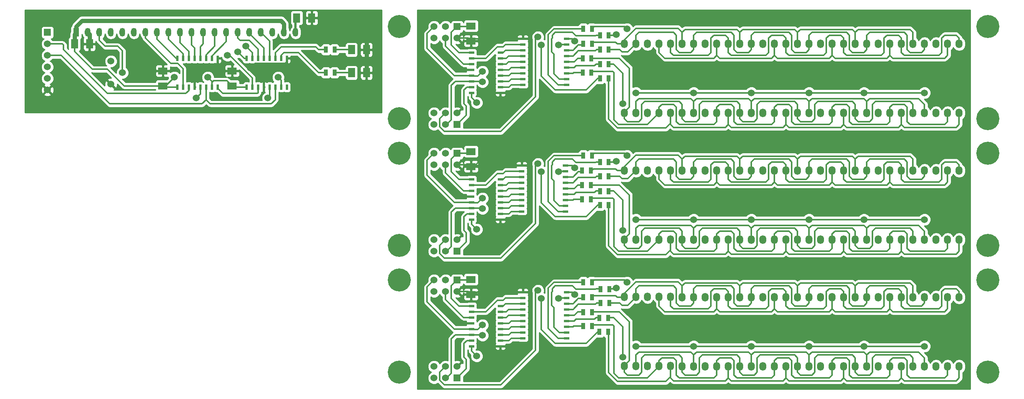
<source format=gbl>
G04 (created by PCBNEW (2013-05-16 BZR 4016)-stable) date 5/8/2013 8:46:38 PM*
%MOIN*%
G04 Gerber Fmt 3.4, Leading zero omitted, Abs format*
%FSLAX34Y34*%
G01*
G70*
G90*
G04 APERTURE LIST*
%ADD10C,0.00590551*%
%ADD11C,0.2*%
%ADD12R,0.045X0.02*%
%ADD13R,0.02X0.045*%
%ADD14R,0.08X0.06*%
%ADD15R,0.06X0.08*%
%ADD16R,0.035X0.055*%
%ADD17C,0.06*%
%ADD18R,0.05X0.075*%
%ADD19O,0.05X0.075*%
%ADD20O,0.06X0.075*%
%ADD21R,0.05X0.02*%
%ADD22R,0.06X0.06*%
%ADD23C,0.035*%
%ADD24C,0.012*%
%ADD25C,0.02*%
%ADD26C,0.01*%
G04 APERTURE END LIST*
G54D10*
G54D11*
X47500Y-22500D03*
X47500Y-30500D03*
X47500Y-33500D03*
X47500Y-41500D03*
X47500Y-44500D03*
X47500Y-52500D03*
X98500Y-52500D03*
X98500Y-44500D03*
X98500Y-41500D03*
X98500Y-33500D03*
X98500Y-30500D03*
X98500Y-22500D03*
G54D12*
X53750Y-24750D03*
X53750Y-25750D03*
X53750Y-26250D03*
X53750Y-26750D03*
X53750Y-27250D03*
X53750Y-27750D03*
X53750Y-28250D03*
X56250Y-28250D03*
X56250Y-27750D03*
X56250Y-27250D03*
X56250Y-26750D03*
X56250Y-26250D03*
X56250Y-25750D03*
X56250Y-25250D03*
X56250Y-24750D03*
X53750Y-25250D03*
X53750Y-46750D03*
X53750Y-47750D03*
X53750Y-48250D03*
X53750Y-48750D03*
X53750Y-49250D03*
X53750Y-49750D03*
X53750Y-50250D03*
X56250Y-50250D03*
X56250Y-49750D03*
X56250Y-49250D03*
X56250Y-48750D03*
X56250Y-48250D03*
X56250Y-47750D03*
X56250Y-47250D03*
X56250Y-46750D03*
X53750Y-47250D03*
X53750Y-35750D03*
X53750Y-36750D03*
X53750Y-37250D03*
X53750Y-37750D03*
X53750Y-38250D03*
X53750Y-38750D03*
X53750Y-39250D03*
X56250Y-39250D03*
X56250Y-38750D03*
X56250Y-38250D03*
X56250Y-37750D03*
X56250Y-37250D03*
X56250Y-36750D03*
X56250Y-36250D03*
X56250Y-35750D03*
X53750Y-36250D03*
G54D13*
X34250Y-27750D03*
X35250Y-27750D03*
X35750Y-27750D03*
X36250Y-27750D03*
X36750Y-27750D03*
X37250Y-27750D03*
X37750Y-27750D03*
X37750Y-25250D03*
X37250Y-25250D03*
X36750Y-25250D03*
X36250Y-25250D03*
X35750Y-25250D03*
X35250Y-25250D03*
X34750Y-25250D03*
X34250Y-25250D03*
X34750Y-27750D03*
X28250Y-27750D03*
X29250Y-27750D03*
X29750Y-27750D03*
X30250Y-27750D03*
X30750Y-27750D03*
X31250Y-27750D03*
X31750Y-27750D03*
X31750Y-25250D03*
X31250Y-25250D03*
X30750Y-25250D03*
X30250Y-25250D03*
X29750Y-25250D03*
X29250Y-25250D03*
X28750Y-25250D03*
X28250Y-25250D03*
X28750Y-27750D03*
G54D14*
X53700Y-22450D03*
X53700Y-23750D03*
X27000Y-27650D03*
X27000Y-26350D03*
G54D15*
X43350Y-24500D03*
X44650Y-24500D03*
X43350Y-26500D03*
X44650Y-26500D03*
G54D14*
X53700Y-44450D03*
X53700Y-45750D03*
G54D15*
X19350Y-24000D03*
X20650Y-24000D03*
G54D14*
X53700Y-33350D03*
X53700Y-34650D03*
G54D15*
X38600Y-21750D03*
X39900Y-21750D03*
G54D14*
X33000Y-27650D03*
X33000Y-26350D03*
G54D16*
X63425Y-44700D03*
X64175Y-44700D03*
X64925Y-46500D03*
X65675Y-46500D03*
X63425Y-46000D03*
X64175Y-46000D03*
X64825Y-49000D03*
X65575Y-49000D03*
X64925Y-45300D03*
X65675Y-45300D03*
X63425Y-48500D03*
X64175Y-48500D03*
X64825Y-47800D03*
X65575Y-47800D03*
X63425Y-47300D03*
X64175Y-47300D03*
X63425Y-22700D03*
X64175Y-22700D03*
X64875Y-23250D03*
X65625Y-23250D03*
X63375Y-26500D03*
X64125Y-26500D03*
X64875Y-25750D03*
X65625Y-25750D03*
X63375Y-25250D03*
X64125Y-25250D03*
X64875Y-24500D03*
X65625Y-24500D03*
X63425Y-24000D03*
X64175Y-24000D03*
X64875Y-27000D03*
X65625Y-27000D03*
X63425Y-33700D03*
X64175Y-33700D03*
X64875Y-34250D03*
X65625Y-34250D03*
X63325Y-37500D03*
X64075Y-37500D03*
X64875Y-36800D03*
X65625Y-36800D03*
X63325Y-36250D03*
X64075Y-36250D03*
X64875Y-35500D03*
X65625Y-35500D03*
X63325Y-35000D03*
X64075Y-35000D03*
X64875Y-38000D03*
X65625Y-38000D03*
X41875Y-26500D03*
X41125Y-26500D03*
X41875Y-24500D03*
X41125Y-24500D03*
G54D17*
X22500Y-27500D03*
X23500Y-26500D03*
X22500Y-25500D03*
G54D18*
X19500Y-23000D03*
G54D19*
X20500Y-23000D03*
X21500Y-23000D03*
X22500Y-23000D03*
X23500Y-23000D03*
X24500Y-23000D03*
X25500Y-23000D03*
X26500Y-23000D03*
X27500Y-23000D03*
X28500Y-23000D03*
X29500Y-23000D03*
X30500Y-23000D03*
X31500Y-23000D03*
X32500Y-23000D03*
X33500Y-23000D03*
X34500Y-23000D03*
X35500Y-23000D03*
X36500Y-23000D03*
X37500Y-23000D03*
X38500Y-23000D03*
G54D20*
X77000Y-35000D03*
X78000Y-35000D03*
X79000Y-35000D03*
X80000Y-35000D03*
X81000Y-35000D03*
X81000Y-41000D03*
X80000Y-41000D03*
X79000Y-41000D03*
X78000Y-41000D03*
X77000Y-41000D03*
X67000Y-45950D03*
X68000Y-45950D03*
X69000Y-45950D03*
X70000Y-45950D03*
X71000Y-45950D03*
X71000Y-51950D03*
X70000Y-51950D03*
X69000Y-51950D03*
X68000Y-51950D03*
X67000Y-51950D03*
X72000Y-46000D03*
X73000Y-46000D03*
X74000Y-46000D03*
X75000Y-46000D03*
X76000Y-46000D03*
X76000Y-52000D03*
X75000Y-52000D03*
X74000Y-52000D03*
X73000Y-52000D03*
X72000Y-52000D03*
X77000Y-46000D03*
X78000Y-46000D03*
X79000Y-46000D03*
X80000Y-46000D03*
X81000Y-46000D03*
X81000Y-52000D03*
X80000Y-52000D03*
X79000Y-52000D03*
X78000Y-52000D03*
X77000Y-52000D03*
X82000Y-46000D03*
X83000Y-46000D03*
X84000Y-46000D03*
X85000Y-46000D03*
X86000Y-46000D03*
X86000Y-52000D03*
X85000Y-52000D03*
X84000Y-52000D03*
X83000Y-52000D03*
X82000Y-52000D03*
X87000Y-46000D03*
X88000Y-46000D03*
X89000Y-46000D03*
X90000Y-46000D03*
X91000Y-46000D03*
X91000Y-52000D03*
X90000Y-52000D03*
X89000Y-52000D03*
X88000Y-52000D03*
X87000Y-52000D03*
X92000Y-46000D03*
X93000Y-46000D03*
X94000Y-46000D03*
X95000Y-46000D03*
X96000Y-46000D03*
X96000Y-52000D03*
X95000Y-52000D03*
X94000Y-52000D03*
X93000Y-52000D03*
X92000Y-52000D03*
X67000Y-35000D03*
X68000Y-35000D03*
X69000Y-35000D03*
X70000Y-35000D03*
X71000Y-35000D03*
X71000Y-41000D03*
X70000Y-41000D03*
X69000Y-41000D03*
X68000Y-41000D03*
X67000Y-41000D03*
X72000Y-35000D03*
X73000Y-35000D03*
X74000Y-35000D03*
X75000Y-35000D03*
X76000Y-35000D03*
X76000Y-41000D03*
X75000Y-41000D03*
X74000Y-41000D03*
X73000Y-41000D03*
X72000Y-41000D03*
X92000Y-24000D03*
X93000Y-24000D03*
X94000Y-24000D03*
X95000Y-24000D03*
X96000Y-24000D03*
X96000Y-30000D03*
X95000Y-30000D03*
X94000Y-30000D03*
X93000Y-30000D03*
X92000Y-30000D03*
X82000Y-35000D03*
X83000Y-35000D03*
X84000Y-35000D03*
X85000Y-35000D03*
X86000Y-35000D03*
X86000Y-41000D03*
X85000Y-41000D03*
X84000Y-41000D03*
X83000Y-41000D03*
X82000Y-41000D03*
X87000Y-35000D03*
X88000Y-35000D03*
X89000Y-35000D03*
X90000Y-35000D03*
X91000Y-35000D03*
X91000Y-41000D03*
X90000Y-41000D03*
X89000Y-41000D03*
X88000Y-41000D03*
X87000Y-41000D03*
X92000Y-35000D03*
X93000Y-35000D03*
X94000Y-35000D03*
X95000Y-35000D03*
X96000Y-35000D03*
X96000Y-41000D03*
X95000Y-41000D03*
X94000Y-41000D03*
X93000Y-41000D03*
X92000Y-41000D03*
X67000Y-24000D03*
X68000Y-24000D03*
X69000Y-24000D03*
X70000Y-24000D03*
X71000Y-24000D03*
X71000Y-30000D03*
X70000Y-30000D03*
X69000Y-30000D03*
X68000Y-30000D03*
X67000Y-30000D03*
X72000Y-24000D03*
X73000Y-24000D03*
X74000Y-24000D03*
X75000Y-24000D03*
X76000Y-24000D03*
X76000Y-30000D03*
X75000Y-30000D03*
X74000Y-30000D03*
X73000Y-30000D03*
X72000Y-30000D03*
X77000Y-24000D03*
X78000Y-24000D03*
X79000Y-24000D03*
X80000Y-24000D03*
X81000Y-24000D03*
X81000Y-30000D03*
X80000Y-30000D03*
X79000Y-30000D03*
X78000Y-30000D03*
X77000Y-30000D03*
X82000Y-24000D03*
X83000Y-24000D03*
X84000Y-24000D03*
X85000Y-24000D03*
X86000Y-24000D03*
X86000Y-30000D03*
X85000Y-30000D03*
X84000Y-30000D03*
X83000Y-30000D03*
X82000Y-30000D03*
X87000Y-24000D03*
X88000Y-24000D03*
X89000Y-24000D03*
X90000Y-24000D03*
X91000Y-24000D03*
X91000Y-30000D03*
X90000Y-30000D03*
X89000Y-30000D03*
X88000Y-30000D03*
X87000Y-30000D03*
G54D21*
X62000Y-24050D03*
X62000Y-24550D03*
X62000Y-25050D03*
X62000Y-25550D03*
X62000Y-26050D03*
X62000Y-26550D03*
X62000Y-27050D03*
X62000Y-27550D03*
X58200Y-27550D03*
X58200Y-27050D03*
X58200Y-26550D03*
X58200Y-26050D03*
X58200Y-25550D03*
X58200Y-25050D03*
X58200Y-24550D03*
X58200Y-24050D03*
X58200Y-23550D03*
X62000Y-23550D03*
X61900Y-35050D03*
X61900Y-35550D03*
X61900Y-36050D03*
X61900Y-36550D03*
X61900Y-37050D03*
X61900Y-37550D03*
X61900Y-38050D03*
X61900Y-38550D03*
X58100Y-38550D03*
X58100Y-38050D03*
X58100Y-37550D03*
X58100Y-37050D03*
X58100Y-36550D03*
X58100Y-36050D03*
X58100Y-35550D03*
X58100Y-35050D03*
X58100Y-34550D03*
X61900Y-34550D03*
X62000Y-46050D03*
X62000Y-46550D03*
X62000Y-47050D03*
X62000Y-47550D03*
X62000Y-48050D03*
X62000Y-48550D03*
X62000Y-49050D03*
X62000Y-49550D03*
X58200Y-49550D03*
X58200Y-49050D03*
X58200Y-48550D03*
X58200Y-48050D03*
X58200Y-47550D03*
X58200Y-47050D03*
X58200Y-46550D03*
X58200Y-46050D03*
X58200Y-45550D03*
X62000Y-45550D03*
G54D22*
X52500Y-22500D03*
G54D17*
X52500Y-23500D03*
X51500Y-22500D03*
X51500Y-23500D03*
X50500Y-22500D03*
X50500Y-23500D03*
G54D22*
X52500Y-33500D03*
G54D17*
X52500Y-34500D03*
X51500Y-33500D03*
X51500Y-34500D03*
X50500Y-33500D03*
X50500Y-34500D03*
G54D22*
X52500Y-44500D03*
G54D17*
X52500Y-45500D03*
X51500Y-44500D03*
X51500Y-45500D03*
X50500Y-44500D03*
X50500Y-45500D03*
G54D22*
X52500Y-31000D03*
G54D17*
X52500Y-30000D03*
X51500Y-31000D03*
X51500Y-30000D03*
X50500Y-31000D03*
X50500Y-30000D03*
G54D22*
X52500Y-42000D03*
G54D17*
X52500Y-41000D03*
X51500Y-42000D03*
X51500Y-41000D03*
X50500Y-42000D03*
X50500Y-41000D03*
G54D22*
X52500Y-53000D03*
G54D17*
X52500Y-52000D03*
X51500Y-53000D03*
X51500Y-52000D03*
X50500Y-53000D03*
X50500Y-52000D03*
G54D22*
X17000Y-23000D03*
G54D17*
X17000Y-24000D03*
X17000Y-25000D03*
X17000Y-26000D03*
X17000Y-27000D03*
X17000Y-28000D03*
X37000Y-26900D03*
X30900Y-26900D03*
X28000Y-26900D03*
X93000Y-50250D03*
X87750Y-50250D03*
X83000Y-50250D03*
X78000Y-50250D03*
X73000Y-50250D03*
X68000Y-50250D03*
X62675Y-45750D03*
X93000Y-39250D03*
X87750Y-39250D03*
X83000Y-39250D03*
X78000Y-39250D03*
X73000Y-39250D03*
X68000Y-39250D03*
X62675Y-34750D03*
X62675Y-23750D03*
X68000Y-28250D03*
X73000Y-28250D03*
X78000Y-28250D03*
X83000Y-28250D03*
X87750Y-28250D03*
X93000Y-28250D03*
X54700Y-48400D03*
X54700Y-37400D03*
X54700Y-26400D03*
X54700Y-49300D03*
X54700Y-38300D03*
X54700Y-27300D03*
X67225Y-44700D03*
X66300Y-45200D03*
X66850Y-51200D03*
X59500Y-45400D03*
X67225Y-33700D03*
X66300Y-34200D03*
X66850Y-40200D03*
X59500Y-34400D03*
X67225Y-22700D03*
X66300Y-23200D03*
X66850Y-29200D03*
X59500Y-23400D03*
X29900Y-28700D03*
X36100Y-28700D03*
X34200Y-24200D03*
X32600Y-25000D03*
X33500Y-24700D03*
X44700Y-23300D03*
X26000Y-26200D03*
X31700Y-26300D03*
X34600Y-26100D03*
X59700Y-41000D03*
X59700Y-30000D03*
X58700Y-50300D03*
X74200Y-44200D03*
X52800Y-48200D03*
X58700Y-39300D03*
X74200Y-33200D03*
X52800Y-37200D03*
X52800Y-26200D03*
X74200Y-22200D03*
X58700Y-28300D03*
X54200Y-40100D03*
X61300Y-24100D03*
X59800Y-24100D03*
X54200Y-29100D03*
X59800Y-46100D03*
X61300Y-46100D03*
X54200Y-51100D03*
X59800Y-35100D03*
X61300Y-35100D03*
G54D23*
X19350Y-24000D02*
X19350Y-23150D01*
X19350Y-23150D02*
X19500Y-23000D01*
X19500Y-23000D02*
X19500Y-22500D01*
X37500Y-22250D02*
X37500Y-23000D01*
X37250Y-22000D02*
X37500Y-22250D01*
X20000Y-22000D02*
X37250Y-22000D01*
X19500Y-22500D02*
X20000Y-22000D01*
G54D24*
X37250Y-27150D02*
X37250Y-27750D01*
X37000Y-26900D02*
X37250Y-27150D01*
X27000Y-27650D02*
X27250Y-27650D01*
X31250Y-27250D02*
X31250Y-27750D01*
X30900Y-26900D02*
X31250Y-27250D01*
X27250Y-27650D02*
X28000Y-26900D01*
X27000Y-27650D02*
X23650Y-27650D01*
X19350Y-24650D02*
X19350Y-24000D01*
X20900Y-26200D02*
X19350Y-24650D01*
X22200Y-26200D02*
X20900Y-26200D01*
X23650Y-27650D02*
X22200Y-26200D01*
X19350Y-23150D02*
X19500Y-23000D01*
X31250Y-27750D02*
X31250Y-27350D01*
X31250Y-27350D02*
X31400Y-27200D01*
X31400Y-27200D02*
X32550Y-27200D01*
X32550Y-27200D02*
X33000Y-27650D01*
X34250Y-27750D02*
X33100Y-27750D01*
X33100Y-27750D02*
X33000Y-27650D01*
X28250Y-27750D02*
X27100Y-27750D01*
X27100Y-27750D02*
X27000Y-27650D01*
X93000Y-50250D02*
X87750Y-50250D01*
X87750Y-50250D02*
X83000Y-50250D01*
X83000Y-50250D02*
X78000Y-50250D01*
X78000Y-50250D02*
X73000Y-50250D01*
X73000Y-50250D02*
X68000Y-50250D01*
X62475Y-45550D02*
X62675Y-45750D01*
X62000Y-45550D02*
X62475Y-45550D01*
X53350Y-49750D02*
X53100Y-50000D01*
X53100Y-50000D02*
X53100Y-51200D01*
X53100Y-51200D02*
X53300Y-51400D01*
X53300Y-51400D02*
X53300Y-52200D01*
X53300Y-52200D02*
X52500Y-53000D01*
X53750Y-49750D02*
X53350Y-49750D01*
X52650Y-46750D02*
X52000Y-46100D01*
X52000Y-46100D02*
X52000Y-45000D01*
X52000Y-45000D02*
X52500Y-44500D01*
X53750Y-46750D02*
X52650Y-46750D01*
X53650Y-44500D02*
X53700Y-44450D01*
X52500Y-44500D02*
X53650Y-44500D01*
X93000Y-39250D02*
X87750Y-39250D01*
X87750Y-39250D02*
X83000Y-39250D01*
X83000Y-39250D02*
X78000Y-39250D01*
X78000Y-39250D02*
X73000Y-39250D01*
X73000Y-39250D02*
X68000Y-39250D01*
X62475Y-34550D02*
X62675Y-34750D01*
X62000Y-34550D02*
X62475Y-34550D01*
X53350Y-38750D02*
X53100Y-39000D01*
X53750Y-38750D02*
X53350Y-38750D01*
X53300Y-41200D02*
X52500Y-42000D01*
X53300Y-40400D02*
X53300Y-41200D01*
X53100Y-40200D02*
X53300Y-40400D01*
X53100Y-39000D02*
X53100Y-40200D01*
X52650Y-35750D02*
X52000Y-35100D01*
X52000Y-35100D02*
X52000Y-34000D01*
X52000Y-34000D02*
X52500Y-33500D01*
X53750Y-35750D02*
X52650Y-35750D01*
X53650Y-33500D02*
X53700Y-33450D01*
X52500Y-33500D02*
X53650Y-33500D01*
X52500Y-22500D02*
X53650Y-22500D01*
X53650Y-22500D02*
X53700Y-22450D01*
X53750Y-24750D02*
X52650Y-24750D01*
X52000Y-23000D02*
X52500Y-22500D01*
X52000Y-24100D02*
X52000Y-23000D01*
X52650Y-24750D02*
X52000Y-24100D01*
X53750Y-27750D02*
X53350Y-27750D01*
X53350Y-27750D02*
X53100Y-28000D01*
X53100Y-28000D02*
X53100Y-29200D01*
X53100Y-29200D02*
X53300Y-29400D01*
X53300Y-29400D02*
X53300Y-30200D01*
X53300Y-30200D02*
X52500Y-31000D01*
X62000Y-23550D02*
X62475Y-23550D01*
X62475Y-23550D02*
X62675Y-23750D01*
X73000Y-28250D02*
X68000Y-28250D01*
X78000Y-28250D02*
X73000Y-28250D01*
X83000Y-28250D02*
X78000Y-28250D01*
X87750Y-28250D02*
X83000Y-28250D01*
X93000Y-28250D02*
X87750Y-28250D01*
X52250Y-48750D02*
X49900Y-46400D01*
X49900Y-46400D02*
X49900Y-45100D01*
X49900Y-45100D02*
X50500Y-44500D01*
X53750Y-48750D02*
X52250Y-48750D01*
X54700Y-48400D02*
X54300Y-48800D01*
X54300Y-48800D02*
X53800Y-48800D01*
X53800Y-48800D02*
X53750Y-48750D01*
X52250Y-37750D02*
X49900Y-35400D01*
X49900Y-35400D02*
X49900Y-34100D01*
X49900Y-34100D02*
X50500Y-33500D01*
X53750Y-37750D02*
X52250Y-37750D01*
X54700Y-37400D02*
X54300Y-37800D01*
X54300Y-37800D02*
X53800Y-37800D01*
X53800Y-37800D02*
X53750Y-37750D01*
X53800Y-26800D02*
X53750Y-26750D01*
X54300Y-26800D02*
X53800Y-26800D01*
X54700Y-26400D02*
X54300Y-26800D01*
X53750Y-26750D02*
X52250Y-26750D01*
X49900Y-23100D02*
X50500Y-22500D01*
X49900Y-24400D02*
X49900Y-23100D01*
X52250Y-26750D02*
X49900Y-24400D01*
X55000Y-47250D02*
X56000Y-46250D01*
X56000Y-46250D02*
X56500Y-46250D01*
X56500Y-46250D02*
X56700Y-46050D01*
X56700Y-46050D02*
X58200Y-46050D01*
X53750Y-47250D02*
X55000Y-47250D01*
X56500Y-46750D02*
X56700Y-46550D01*
X56700Y-46550D02*
X58200Y-46550D01*
X56250Y-46750D02*
X56500Y-46750D01*
X56750Y-47250D02*
X56950Y-47050D01*
X56950Y-47050D02*
X58200Y-47050D01*
X56250Y-47250D02*
X56750Y-47250D01*
X56750Y-47750D02*
X56950Y-47550D01*
X56950Y-47550D02*
X58200Y-47550D01*
X56250Y-47750D02*
X56750Y-47750D01*
X57000Y-48250D02*
X57200Y-48050D01*
X57200Y-48050D02*
X58200Y-48050D01*
X56250Y-48250D02*
X57000Y-48250D01*
X57000Y-48750D02*
X57200Y-48550D01*
X57200Y-48550D02*
X58200Y-48550D01*
X56250Y-48750D02*
X57000Y-48750D01*
X57000Y-49250D02*
X57200Y-49050D01*
X57200Y-49050D02*
X58200Y-49050D01*
X56250Y-49250D02*
X57000Y-49250D01*
X57000Y-49750D02*
X57200Y-49550D01*
X57200Y-49550D02*
X58200Y-49550D01*
X56250Y-49750D02*
X57000Y-49750D01*
X54650Y-49250D02*
X53750Y-49250D01*
X54700Y-49300D02*
X54650Y-49250D01*
X51600Y-53000D02*
X52000Y-52600D01*
X52000Y-52600D02*
X52000Y-49600D01*
X52000Y-49600D02*
X52350Y-49250D01*
X52350Y-49250D02*
X53750Y-49250D01*
X51500Y-53000D02*
X51600Y-53000D01*
X54650Y-38250D02*
X53750Y-38250D01*
X54700Y-38300D02*
X54650Y-38250D01*
X51600Y-42000D02*
X52000Y-41600D01*
X51500Y-42000D02*
X51600Y-42000D01*
X52350Y-38250D02*
X53750Y-38250D01*
X52000Y-38600D02*
X52350Y-38250D01*
X52000Y-41600D02*
X52000Y-38600D01*
X51500Y-31000D02*
X51600Y-31000D01*
X51600Y-31000D02*
X52000Y-30600D01*
X52000Y-30600D02*
X52000Y-27600D01*
X52000Y-27600D02*
X52350Y-27250D01*
X52350Y-27250D02*
X53750Y-27250D01*
X54700Y-27300D02*
X54650Y-27250D01*
X54650Y-27250D02*
X53750Y-27250D01*
X70000Y-46750D02*
X70500Y-47250D01*
X80250Y-47250D02*
X84750Y-47250D01*
X70500Y-47250D02*
X74750Y-47250D01*
X70500Y-47250D02*
X74750Y-47250D01*
X75000Y-47000D02*
X75000Y-46000D01*
X75250Y-47250D02*
X79750Y-47250D01*
X74750Y-47250D02*
X75000Y-47000D01*
X90000Y-47000D02*
X90000Y-46000D01*
X70000Y-46750D02*
X70500Y-47250D01*
X70000Y-46000D02*
X70000Y-46750D01*
X70000Y-46750D02*
X70500Y-47250D01*
X90250Y-47250D02*
X94750Y-47250D01*
X70000Y-46000D02*
X70000Y-46750D01*
X80000Y-47000D02*
X80250Y-47250D01*
X84750Y-47250D02*
X85000Y-47000D01*
X85250Y-47250D02*
X89750Y-47250D01*
X74750Y-47250D02*
X75000Y-47000D01*
X95000Y-47000D02*
X95000Y-46000D01*
X94750Y-47250D02*
X95000Y-47000D01*
X75000Y-47000D02*
X75250Y-47250D01*
X70000Y-46750D02*
X70500Y-47250D01*
X89750Y-47250D02*
X90000Y-47000D01*
X74750Y-47250D02*
X75000Y-47000D01*
X70500Y-47250D02*
X74750Y-47250D01*
X80000Y-47000D02*
X80000Y-46000D01*
X70500Y-47250D02*
X74750Y-47250D01*
X70000Y-46000D02*
X70000Y-46750D01*
X90000Y-47000D02*
X90250Y-47250D01*
X74750Y-47250D02*
X75000Y-47000D01*
X75000Y-47000D02*
X75000Y-46000D01*
X85000Y-47000D02*
X85000Y-46000D01*
X85000Y-47000D02*
X85250Y-47250D01*
X75000Y-47000D02*
X75000Y-46000D01*
X75000Y-47000D02*
X75000Y-46000D01*
X79750Y-47250D02*
X80000Y-47000D01*
X70000Y-46000D02*
X70000Y-46750D01*
X67025Y-44500D02*
X67225Y-44700D01*
X64175Y-44700D02*
X64375Y-44500D01*
X66500Y-44500D02*
X64375Y-44500D01*
X66500Y-44500D02*
X67025Y-44500D01*
X76000Y-45500D02*
X76000Y-46000D01*
X74500Y-45500D02*
X74750Y-45250D01*
X86000Y-46750D02*
X86250Y-47000D01*
X74750Y-45250D02*
X75750Y-45250D01*
X71250Y-47000D02*
X74250Y-47000D01*
X86000Y-46000D02*
X86000Y-46750D01*
X71250Y-47000D02*
X74250Y-47000D01*
X71000Y-46750D02*
X71250Y-47000D01*
X84500Y-46750D02*
X84500Y-45500D01*
X74750Y-45250D02*
X75750Y-45250D01*
X89750Y-45250D02*
X90750Y-45250D01*
X74500Y-46750D02*
X74500Y-45500D01*
X74250Y-47000D02*
X74500Y-46750D01*
X84750Y-45250D02*
X85750Y-45250D01*
X71250Y-47000D02*
X74250Y-47000D01*
X96000Y-45500D02*
X96000Y-46000D01*
X74500Y-45500D02*
X74750Y-45250D01*
X94250Y-47000D02*
X94500Y-46750D01*
X74500Y-45500D02*
X74750Y-45250D01*
X75750Y-45250D02*
X76000Y-45500D01*
X89500Y-46750D02*
X89500Y-45500D01*
X71000Y-46000D02*
X71000Y-46750D01*
X71250Y-47000D02*
X74250Y-47000D01*
X89500Y-45500D02*
X89750Y-45250D01*
X74750Y-45250D02*
X75750Y-45250D01*
X91000Y-45500D02*
X91000Y-46000D01*
X74250Y-47000D02*
X74500Y-46750D01*
X79500Y-46750D02*
X79500Y-45500D01*
X81250Y-47000D02*
X84250Y-47000D01*
X76000Y-45500D02*
X76000Y-46000D01*
X94500Y-46750D02*
X94500Y-45500D01*
X89250Y-47000D02*
X89500Y-46750D01*
X74500Y-46750D02*
X74500Y-45500D01*
X74500Y-46750D02*
X74500Y-45500D01*
X81000Y-46000D02*
X81000Y-46750D01*
X81000Y-46750D02*
X81250Y-47000D01*
X75750Y-45250D02*
X76000Y-45500D01*
X71000Y-46000D02*
X71000Y-46750D01*
X81000Y-45500D02*
X81000Y-46000D01*
X75750Y-45250D02*
X76000Y-45500D01*
X79750Y-45250D02*
X80750Y-45250D01*
X85750Y-45250D02*
X86000Y-45500D01*
X74500Y-45500D02*
X74750Y-45250D01*
X74500Y-46750D02*
X74500Y-45500D01*
X79500Y-45500D02*
X79750Y-45250D01*
X76000Y-45500D02*
X76000Y-46000D01*
X76000Y-45500D02*
X76000Y-46000D01*
X76000Y-46000D02*
X76000Y-46750D01*
X95750Y-45250D02*
X96000Y-45500D01*
X79250Y-47000D02*
X79500Y-46750D01*
X91250Y-47000D02*
X94250Y-47000D01*
X74250Y-47000D02*
X74500Y-46750D01*
X76250Y-47000D02*
X79250Y-47000D01*
X71000Y-46000D02*
X71000Y-46750D01*
X86000Y-45500D02*
X86000Y-46000D01*
X76000Y-46750D02*
X76250Y-47000D01*
X71000Y-46750D02*
X71250Y-47000D01*
X71000Y-46000D02*
X71000Y-46750D01*
X94750Y-45250D02*
X95750Y-45250D01*
X94500Y-45500D02*
X94750Y-45250D01*
X91000Y-46750D02*
X91250Y-47000D01*
X74750Y-45250D02*
X75750Y-45250D01*
X71000Y-46750D02*
X71250Y-47000D01*
X75750Y-45250D02*
X76000Y-45500D01*
X91000Y-46000D02*
X91000Y-46750D01*
X80750Y-45250D02*
X81000Y-45500D01*
X84500Y-45500D02*
X84750Y-45250D01*
X90750Y-45250D02*
X91000Y-45500D01*
X71000Y-46750D02*
X71250Y-47000D01*
X74250Y-47000D02*
X74500Y-46750D01*
X84250Y-47000D02*
X84500Y-46750D01*
X86250Y-47000D02*
X89250Y-47000D01*
X66250Y-45250D02*
X66300Y-45200D01*
X65625Y-45250D02*
X66250Y-45250D01*
X89750Y-53000D02*
X86750Y-53000D01*
X75000Y-52750D02*
X74750Y-53000D01*
X94750Y-53000D02*
X91750Y-53000D01*
X90000Y-52000D02*
X90000Y-52750D01*
X95000Y-52000D02*
X95000Y-52750D01*
X91750Y-53000D02*
X91500Y-52750D01*
X85250Y-51250D02*
X85000Y-51500D01*
X86500Y-52750D02*
X86500Y-51500D01*
X75000Y-51500D02*
X75000Y-52000D01*
X91750Y-53000D02*
X91500Y-52750D01*
X91500Y-52750D02*
X91500Y-51500D01*
X90000Y-52750D02*
X89750Y-53000D01*
X80250Y-51250D02*
X80000Y-51500D01*
X91500Y-52750D02*
X91500Y-51500D01*
X81750Y-53000D02*
X81500Y-52750D01*
X85000Y-52750D02*
X84750Y-53000D01*
X76500Y-51500D02*
X76250Y-51250D01*
X76750Y-53000D02*
X76500Y-52750D01*
X86750Y-53000D02*
X86500Y-52750D01*
X84750Y-53000D02*
X81750Y-53000D01*
X85000Y-52000D02*
X85000Y-52750D01*
X74750Y-53000D02*
X71750Y-53000D01*
X81500Y-51500D02*
X81250Y-51250D01*
X80000Y-51500D02*
X80000Y-52000D01*
X91500Y-52750D02*
X91500Y-51500D01*
X81500Y-52750D02*
X81500Y-51500D01*
X90250Y-51250D02*
X90000Y-51500D01*
X91500Y-51500D02*
X91250Y-51250D01*
X86500Y-51500D02*
X86250Y-51250D01*
X71500Y-51500D02*
X71250Y-51250D01*
X91250Y-51250D02*
X90250Y-51250D01*
X75000Y-52000D02*
X75000Y-52750D01*
X70250Y-51250D02*
X70000Y-51500D01*
X94750Y-53000D02*
X91750Y-53000D01*
X91250Y-51250D02*
X90250Y-51250D01*
X94750Y-53000D02*
X91750Y-53000D01*
X95000Y-52750D02*
X94750Y-53000D01*
X90000Y-51500D02*
X90000Y-52000D01*
X95000Y-52000D02*
X95000Y-52750D01*
X86250Y-51250D02*
X85250Y-51250D01*
X79750Y-53000D02*
X76750Y-53000D01*
X90250Y-51250D02*
X90000Y-51500D01*
X90000Y-51500D02*
X90000Y-52000D01*
X75250Y-51250D02*
X75000Y-51500D01*
X91250Y-51250D02*
X90250Y-51250D01*
X95000Y-52750D02*
X94750Y-53000D01*
X81250Y-51250D02*
X80250Y-51250D01*
X95000Y-52000D02*
X95000Y-52750D01*
X95000Y-52750D02*
X94750Y-53000D01*
X95000Y-52000D02*
X95000Y-52750D01*
X85000Y-51500D02*
X85000Y-52000D01*
X80000Y-52000D02*
X80000Y-52750D01*
X76250Y-51250D02*
X75250Y-51250D01*
X94750Y-53000D02*
X91750Y-53000D01*
X91500Y-52750D02*
X91500Y-51500D01*
X80000Y-52750D02*
X79750Y-53000D01*
X76500Y-52750D02*
X76500Y-51500D01*
X70000Y-51500D02*
X70000Y-52000D01*
X91750Y-53000D02*
X91500Y-52750D01*
X91500Y-51500D02*
X91250Y-51250D01*
X91500Y-51500D02*
X91250Y-51250D01*
X71750Y-53000D02*
X71500Y-52750D01*
X71250Y-51250D02*
X70250Y-51250D01*
X91500Y-51500D02*
X91250Y-51250D01*
X91250Y-51250D02*
X90250Y-51250D01*
X71500Y-52750D02*
X71500Y-51500D01*
X90000Y-51500D02*
X90000Y-52000D01*
X91750Y-53000D02*
X91500Y-52750D01*
X90250Y-51250D02*
X90000Y-51500D01*
X95000Y-52750D02*
X94750Y-53000D01*
X90250Y-51250D02*
X90000Y-51500D01*
X90000Y-51500D02*
X90000Y-52000D01*
X69000Y-53000D02*
X66500Y-53000D01*
X66500Y-53000D02*
X66100Y-52600D01*
X66100Y-52600D02*
X66100Y-48500D01*
X66100Y-48500D02*
X66000Y-48400D01*
X66000Y-48400D02*
X64225Y-48400D01*
X64225Y-48400D02*
X64125Y-48500D01*
X70000Y-52000D02*
X69000Y-53000D01*
X88250Y-50750D02*
X88000Y-51000D01*
X93000Y-51250D02*
X92500Y-50750D01*
X68000Y-52000D02*
X68000Y-51000D01*
X77750Y-50750D02*
X73250Y-50750D01*
X93000Y-52000D02*
X93000Y-51250D01*
X92500Y-50750D02*
X88250Y-50750D01*
X72750Y-50750D02*
X68250Y-50750D01*
X87750Y-50750D02*
X83250Y-50750D01*
X88250Y-50750D02*
X88000Y-51000D01*
X73000Y-51000D02*
X72750Y-50750D01*
X92500Y-50750D02*
X88250Y-50750D01*
X68000Y-51000D02*
X68000Y-52000D01*
X88000Y-51000D02*
X87750Y-50750D01*
X88000Y-51000D02*
X88000Y-52000D01*
X82750Y-50750D02*
X78250Y-50750D01*
X78000Y-51000D02*
X78000Y-52000D01*
X83250Y-50750D02*
X83000Y-51000D01*
X93000Y-51250D02*
X92500Y-50750D01*
X93000Y-52000D02*
X93000Y-51250D01*
X93000Y-51250D02*
X92500Y-50750D01*
X88000Y-51000D02*
X88000Y-52000D01*
X88250Y-50750D02*
X88000Y-51000D01*
X83000Y-51000D02*
X82750Y-50750D01*
X78250Y-50750D02*
X78000Y-51000D01*
X73250Y-50750D02*
X73000Y-51000D01*
X93000Y-52000D02*
X93000Y-51250D01*
X92500Y-50750D02*
X88250Y-50750D01*
X88000Y-51000D02*
X88000Y-52000D01*
X88000Y-51000D02*
X88000Y-52000D01*
X83000Y-51000D02*
X83000Y-52000D01*
X78000Y-51000D02*
X77750Y-50750D01*
X88250Y-50750D02*
X88000Y-51000D01*
X93000Y-52000D02*
X93000Y-51250D01*
X73000Y-51000D02*
X73000Y-52000D01*
X68250Y-50750D02*
X68000Y-51000D01*
X92500Y-50750D02*
X88250Y-50750D01*
X93000Y-51250D02*
X92500Y-50750D01*
X66850Y-48550D02*
X66500Y-48200D01*
X65625Y-47750D02*
X66050Y-47750D01*
X66500Y-48200D02*
X66050Y-47750D01*
X66850Y-51200D02*
X66850Y-48550D01*
X68250Y-52750D02*
X67250Y-52750D01*
X92000Y-52000D02*
X92000Y-51250D01*
X83500Y-52500D02*
X83250Y-52750D01*
X73500Y-51250D02*
X73500Y-52500D01*
X88250Y-52750D02*
X87250Y-52750D01*
X71750Y-51000D02*
X68750Y-51000D01*
X87000Y-52500D02*
X87000Y-52000D01*
X83750Y-51000D02*
X83500Y-51250D01*
X91750Y-51000D02*
X88750Y-51000D01*
X77000Y-51250D02*
X76750Y-51000D01*
X73750Y-51000D02*
X73500Y-51250D01*
X68500Y-51250D02*
X68500Y-52500D01*
X82000Y-51250D02*
X81750Y-51000D01*
X87000Y-52500D02*
X87000Y-52000D01*
X87250Y-52750D02*
X87000Y-52500D01*
X88500Y-51250D02*
X88500Y-52500D01*
X78750Y-51000D02*
X78500Y-51250D01*
X91750Y-51000D02*
X88750Y-51000D01*
X88750Y-51000D02*
X88500Y-51250D01*
X88750Y-51000D02*
X88500Y-51250D01*
X92000Y-52000D02*
X92000Y-51250D01*
X81750Y-51000D02*
X78750Y-51000D01*
X76750Y-51000D02*
X73750Y-51000D01*
X88500Y-51250D02*
X88500Y-52500D01*
X88500Y-52500D02*
X88250Y-52750D01*
X88500Y-52500D02*
X88250Y-52750D01*
X68750Y-51000D02*
X68500Y-51250D01*
X88500Y-52500D02*
X88250Y-52750D01*
X87250Y-52750D02*
X87000Y-52500D01*
X88500Y-52500D02*
X88250Y-52750D01*
X78250Y-52750D02*
X77250Y-52750D01*
X87250Y-52750D02*
X87000Y-52500D01*
X92000Y-52000D02*
X92000Y-51250D01*
X83250Y-52750D02*
X82250Y-52750D01*
X77000Y-52500D02*
X77000Y-52000D01*
X72000Y-52500D02*
X72000Y-52000D01*
X72000Y-51250D02*
X71750Y-51000D01*
X82000Y-52000D02*
X82000Y-51250D01*
X73500Y-52500D02*
X73250Y-52750D01*
X92000Y-51250D02*
X91750Y-51000D01*
X92000Y-51250D02*
X91750Y-51000D01*
X68500Y-52500D02*
X68250Y-52750D01*
X78500Y-51250D02*
X78500Y-52500D01*
X73250Y-52750D02*
X72250Y-52750D01*
X78500Y-52500D02*
X78250Y-52750D01*
X91750Y-51000D02*
X88750Y-51000D01*
X88250Y-52750D02*
X87250Y-52750D01*
X87000Y-52000D02*
X87000Y-51250D01*
X87000Y-52500D02*
X87000Y-52000D01*
X91750Y-51000D02*
X88750Y-51000D01*
X86750Y-51000D02*
X83750Y-51000D01*
X72250Y-52750D02*
X72000Y-52500D01*
X88250Y-52750D02*
X87250Y-52750D01*
X88750Y-51000D02*
X88500Y-51250D01*
X77000Y-52000D02*
X77000Y-51250D01*
X88500Y-51250D02*
X88500Y-52500D01*
X92000Y-52000D02*
X92000Y-51250D01*
X92000Y-51250D02*
X91750Y-51000D01*
X87000Y-51250D02*
X86750Y-51000D01*
X88250Y-52750D02*
X87250Y-52750D01*
X83500Y-51250D02*
X83500Y-52500D01*
X87000Y-52500D02*
X87000Y-52000D01*
X87250Y-52750D02*
X87000Y-52500D01*
X77250Y-52750D02*
X77000Y-52500D01*
X88750Y-51000D02*
X88500Y-51250D01*
X82250Y-52750D02*
X82000Y-52500D01*
X82000Y-52500D02*
X82000Y-52000D01*
X72000Y-52000D02*
X72000Y-51250D01*
X67000Y-52500D02*
X67000Y-52000D01*
X92000Y-51250D02*
X91750Y-51000D01*
X88500Y-51250D02*
X88500Y-52500D01*
X67250Y-52750D02*
X67000Y-52500D01*
X67000Y-51925D02*
X67425Y-51500D01*
X67425Y-51500D02*
X67425Y-48125D01*
X67425Y-48125D02*
X67000Y-47700D01*
X66550Y-47250D02*
X64125Y-47250D01*
X67000Y-47700D02*
X66550Y-47250D01*
X67000Y-52000D02*
X67000Y-51925D01*
X73250Y-45000D02*
X76250Y-45000D01*
X76500Y-46500D02*
X76750Y-46750D01*
X86500Y-46500D02*
X86750Y-46750D01*
X68000Y-46000D02*
X68000Y-45250D01*
X91500Y-46500D02*
X91750Y-46750D01*
X76750Y-46750D02*
X77750Y-46750D01*
X71750Y-46750D02*
X72750Y-46750D01*
X86500Y-45250D02*
X86500Y-46500D01*
X78000Y-46500D02*
X78000Y-46000D01*
X72750Y-46750D02*
X73000Y-46500D01*
X71250Y-45000D02*
X71500Y-45250D01*
X71250Y-45000D02*
X71500Y-45250D01*
X81250Y-45000D02*
X81500Y-45250D01*
X71500Y-45250D02*
X71500Y-46500D01*
X81500Y-46500D02*
X81750Y-46750D01*
X72750Y-46750D02*
X73000Y-46500D01*
X88000Y-45250D02*
X88250Y-45000D01*
X71500Y-45250D02*
X71500Y-46500D01*
X73000Y-46500D02*
X73000Y-46000D01*
X71750Y-46750D02*
X72750Y-46750D01*
X71250Y-45000D02*
X71500Y-45250D01*
X83000Y-46500D02*
X83000Y-46000D01*
X71750Y-46750D02*
X72750Y-46750D01*
X68250Y-45000D02*
X71250Y-45000D01*
X92750Y-46750D02*
X93000Y-46500D01*
X91250Y-45000D02*
X91500Y-45250D01*
X81750Y-46750D02*
X82750Y-46750D01*
X83000Y-45250D02*
X83250Y-45000D01*
X83000Y-46000D02*
X83000Y-45250D01*
X68000Y-45250D02*
X68250Y-45000D01*
X86250Y-45000D02*
X86500Y-45250D01*
X71500Y-46500D02*
X71750Y-46750D01*
X68000Y-45250D02*
X68250Y-45000D01*
X68000Y-46000D02*
X68000Y-45250D01*
X68000Y-45250D02*
X68250Y-45000D01*
X81500Y-45250D02*
X81500Y-46500D01*
X73000Y-46500D02*
X73000Y-46000D01*
X91750Y-46750D02*
X92750Y-46750D01*
X68000Y-46000D02*
X68000Y-45250D01*
X71250Y-45000D02*
X71500Y-45250D01*
X68250Y-45000D02*
X71250Y-45000D01*
X77750Y-46750D02*
X78000Y-46500D01*
X72750Y-46750D02*
X73000Y-46500D01*
X91500Y-45250D02*
X91500Y-46500D01*
X71500Y-45250D02*
X71500Y-46500D01*
X71750Y-46750D02*
X72750Y-46750D01*
X72750Y-46750D02*
X73000Y-46500D01*
X73000Y-46000D02*
X73000Y-45250D01*
X73000Y-46500D02*
X73000Y-46000D01*
X88250Y-45000D02*
X91250Y-45000D01*
X68250Y-45000D02*
X71250Y-45000D01*
X76500Y-45250D02*
X76500Y-46500D01*
X78000Y-46000D02*
X78000Y-45250D01*
X68000Y-45250D02*
X68250Y-45000D01*
X82750Y-46750D02*
X83000Y-46500D01*
X87750Y-46750D02*
X88000Y-46500D01*
X73000Y-45250D02*
X73250Y-45000D01*
X88000Y-46000D02*
X88000Y-45250D01*
X78000Y-45250D02*
X78250Y-45000D01*
X71500Y-46500D02*
X71750Y-46750D01*
X83250Y-45000D02*
X86250Y-45000D01*
X71500Y-46500D02*
X71750Y-46750D01*
X68250Y-45000D02*
X71250Y-45000D01*
X88000Y-46500D02*
X88000Y-46000D01*
X93000Y-46500D02*
X93000Y-46000D01*
X71500Y-46500D02*
X71750Y-46750D01*
X68000Y-46000D02*
X68000Y-45250D01*
X76250Y-45000D02*
X76500Y-45250D01*
X73000Y-46500D02*
X73000Y-46000D01*
X71500Y-45250D02*
X71500Y-46500D01*
X78250Y-45000D02*
X81250Y-45000D01*
X86750Y-46750D02*
X87750Y-46750D01*
X66600Y-46500D02*
X66800Y-46700D01*
X66800Y-46700D02*
X67300Y-46700D01*
X67300Y-46700D02*
X68000Y-46000D01*
X65625Y-46500D02*
X66600Y-46500D01*
X87250Y-44750D02*
X91750Y-44750D01*
X82000Y-45000D02*
X82250Y-44750D01*
X82000Y-45000D02*
X82000Y-46000D01*
X77250Y-44750D02*
X81750Y-44750D01*
X81750Y-44750D02*
X82000Y-45000D01*
X76750Y-44750D02*
X77000Y-45000D01*
X72000Y-45000D02*
X72000Y-46000D01*
X72000Y-45000D02*
X72000Y-46000D01*
X71750Y-44750D02*
X72000Y-45000D01*
X71750Y-44750D02*
X72000Y-45000D01*
X77000Y-45000D02*
X77000Y-46000D01*
X87000Y-45000D02*
X87000Y-46000D01*
X72250Y-44750D02*
X76750Y-44750D01*
X86750Y-44750D02*
X87000Y-45000D01*
X71750Y-44750D02*
X72000Y-45000D01*
X82250Y-44750D02*
X86750Y-44750D01*
X92000Y-46000D02*
X92000Y-45000D01*
X72000Y-45000D02*
X72000Y-46000D01*
X71750Y-44750D02*
X72000Y-45000D01*
X72000Y-45000D02*
X72250Y-44750D01*
X91750Y-44750D02*
X92000Y-45000D01*
X87250Y-44750D02*
X87000Y-45000D01*
X77000Y-45000D02*
X77250Y-44750D01*
X72000Y-45000D02*
X72000Y-46000D01*
X64225Y-45900D02*
X64125Y-46000D01*
X66375Y-46000D02*
X66225Y-45850D01*
X66225Y-45850D02*
X64325Y-45850D01*
X64325Y-45850D02*
X64175Y-46000D01*
X67000Y-46000D02*
X66375Y-46000D01*
X67000Y-45650D02*
X68000Y-44650D01*
X68000Y-44650D02*
X71650Y-44650D01*
X71650Y-44650D02*
X71750Y-44750D01*
X67000Y-46000D02*
X67000Y-45650D01*
X96000Y-53000D02*
X95750Y-53250D01*
X91250Y-53250D02*
X91000Y-53000D01*
X90750Y-53250D02*
X86250Y-53250D01*
X81000Y-53000D02*
X81000Y-52000D01*
X95750Y-53250D02*
X91250Y-53250D01*
X91000Y-53000D02*
X90750Y-53250D01*
X96000Y-52000D02*
X96000Y-53000D01*
X91000Y-53000D02*
X91000Y-52000D01*
X96000Y-53000D02*
X95750Y-53250D01*
X71000Y-52000D02*
X71000Y-53000D01*
X96000Y-52000D02*
X96000Y-53000D01*
X95750Y-53250D02*
X91250Y-53250D01*
X86250Y-53250D02*
X86000Y-53000D01*
X96000Y-52000D02*
X96000Y-53000D01*
X95750Y-53250D02*
X91250Y-53250D01*
X95750Y-53250D02*
X91250Y-53250D01*
X76250Y-53250D02*
X76000Y-53000D01*
X86000Y-53000D02*
X86000Y-52000D01*
X75750Y-53250D02*
X76000Y-53000D01*
X91250Y-53250D02*
X91000Y-53000D01*
X91000Y-53000D02*
X91000Y-52000D01*
X76000Y-53000D02*
X76000Y-52000D01*
X91000Y-53000D02*
X91000Y-52000D01*
X96000Y-53000D02*
X95750Y-53250D01*
X96000Y-53000D02*
X95750Y-53250D01*
X81000Y-53000D02*
X80750Y-53250D01*
X71000Y-53000D02*
X71000Y-52000D01*
X91250Y-53250D02*
X91000Y-53000D01*
X85750Y-53250D02*
X81250Y-53250D01*
X91250Y-53250D02*
X91000Y-53000D01*
X96000Y-52000D02*
X96000Y-53000D01*
X81250Y-53250D02*
X81000Y-53000D01*
X71250Y-53250D02*
X71000Y-53000D01*
X86000Y-53000D02*
X85750Y-53250D01*
X80750Y-53250D02*
X76250Y-53250D01*
X75750Y-53250D02*
X71250Y-53250D01*
X91000Y-53000D02*
X91000Y-52000D01*
X65625Y-52525D02*
X66400Y-53300D01*
X66400Y-53300D02*
X70600Y-53300D01*
X70600Y-53300D02*
X71000Y-52900D01*
X71000Y-52900D02*
X71000Y-52000D01*
X65625Y-49000D02*
X65625Y-52525D01*
X53050Y-47750D02*
X51500Y-46200D01*
X51500Y-46200D02*
X51500Y-45500D01*
X53750Y-47750D02*
X53050Y-47750D01*
X59500Y-45400D02*
X59300Y-45600D01*
X59300Y-45600D02*
X59300Y-50600D01*
X59300Y-50600D02*
X56300Y-53600D01*
X56300Y-53600D02*
X51400Y-53600D01*
X51400Y-53600D02*
X51000Y-53200D01*
X51000Y-53200D02*
X51000Y-52500D01*
X51000Y-52500D02*
X51500Y-52000D01*
X55000Y-36250D02*
X56000Y-35250D01*
X56000Y-35250D02*
X56500Y-35250D01*
X56500Y-35250D02*
X56700Y-35050D01*
X56700Y-35050D02*
X58200Y-35050D01*
X53750Y-36250D02*
X55000Y-36250D01*
X56500Y-35750D02*
X56700Y-35550D01*
X56700Y-35550D02*
X58200Y-35550D01*
X56250Y-35750D02*
X56500Y-35750D01*
X56750Y-36250D02*
X56950Y-36050D01*
X56950Y-36050D02*
X58200Y-36050D01*
X56250Y-36250D02*
X56750Y-36250D01*
X56750Y-36750D02*
X56950Y-36550D01*
X56950Y-36550D02*
X58200Y-36550D01*
X56250Y-36750D02*
X56750Y-36750D01*
X57000Y-37250D02*
X57200Y-37050D01*
X57200Y-37050D02*
X58200Y-37050D01*
X56250Y-37250D02*
X57000Y-37250D01*
X57000Y-37750D02*
X57200Y-37550D01*
X57200Y-37550D02*
X58200Y-37550D01*
X56250Y-37750D02*
X57000Y-37750D01*
X57000Y-38250D02*
X57200Y-38050D01*
X57200Y-38050D02*
X58200Y-38050D01*
X56250Y-38250D02*
X57000Y-38250D01*
X57000Y-38750D02*
X57200Y-38550D01*
X57200Y-38550D02*
X58200Y-38550D01*
X56250Y-38750D02*
X57000Y-38750D01*
X70000Y-35750D02*
X70500Y-36250D01*
X80250Y-36250D02*
X84750Y-36250D01*
X70500Y-36250D02*
X74750Y-36250D01*
X70500Y-36250D02*
X74750Y-36250D01*
X75000Y-36000D02*
X75000Y-35000D01*
X75250Y-36250D02*
X79750Y-36250D01*
X74750Y-36250D02*
X75000Y-36000D01*
X90000Y-36000D02*
X90000Y-35000D01*
X70000Y-35750D02*
X70500Y-36250D01*
X70000Y-35000D02*
X70000Y-35750D01*
X70000Y-35750D02*
X70500Y-36250D01*
X90250Y-36250D02*
X94750Y-36250D01*
X70000Y-35000D02*
X70000Y-35750D01*
X80000Y-36000D02*
X80250Y-36250D01*
X84750Y-36250D02*
X85000Y-36000D01*
X85250Y-36250D02*
X89750Y-36250D01*
X74750Y-36250D02*
X75000Y-36000D01*
X95000Y-36000D02*
X95000Y-35000D01*
X94750Y-36250D02*
X95000Y-36000D01*
X75000Y-36000D02*
X75250Y-36250D01*
X70000Y-35750D02*
X70500Y-36250D01*
X89750Y-36250D02*
X90000Y-36000D01*
X74750Y-36250D02*
X75000Y-36000D01*
X70500Y-36250D02*
X74750Y-36250D01*
X80000Y-36000D02*
X80000Y-35000D01*
X70500Y-36250D02*
X74750Y-36250D01*
X70000Y-35000D02*
X70000Y-35750D01*
X90000Y-36000D02*
X90250Y-36250D01*
X74750Y-36250D02*
X75000Y-36000D01*
X75000Y-36000D02*
X75000Y-35000D01*
X85000Y-36000D02*
X85000Y-35000D01*
X85000Y-36000D02*
X85250Y-36250D01*
X75000Y-36000D02*
X75000Y-35000D01*
X75000Y-36000D02*
X75000Y-35000D01*
X79750Y-36250D02*
X80000Y-36000D01*
X70000Y-35000D02*
X70000Y-35750D01*
X67025Y-33500D02*
X67225Y-33700D01*
X64175Y-33700D02*
X64375Y-33500D01*
X66500Y-33500D02*
X64375Y-33500D01*
X66500Y-33500D02*
X67025Y-33500D01*
X76000Y-34500D02*
X76000Y-35000D01*
X74500Y-34500D02*
X74750Y-34250D01*
X86000Y-35750D02*
X86250Y-36000D01*
X74750Y-34250D02*
X75750Y-34250D01*
X71250Y-36000D02*
X74250Y-36000D01*
X86000Y-35000D02*
X86000Y-35750D01*
X71250Y-36000D02*
X74250Y-36000D01*
X71000Y-35750D02*
X71250Y-36000D01*
X84500Y-35750D02*
X84500Y-34500D01*
X74750Y-34250D02*
X75750Y-34250D01*
X89750Y-34250D02*
X90750Y-34250D01*
X74500Y-35750D02*
X74500Y-34500D01*
X74250Y-36000D02*
X74500Y-35750D01*
X84750Y-34250D02*
X85750Y-34250D01*
X71250Y-36000D02*
X74250Y-36000D01*
X96000Y-34500D02*
X96000Y-35000D01*
X74500Y-34500D02*
X74750Y-34250D01*
X94250Y-36000D02*
X94500Y-35750D01*
X74500Y-34500D02*
X74750Y-34250D01*
X75750Y-34250D02*
X76000Y-34500D01*
X89500Y-35750D02*
X89500Y-34500D01*
X71000Y-35000D02*
X71000Y-35750D01*
X71250Y-36000D02*
X74250Y-36000D01*
X89500Y-34500D02*
X89750Y-34250D01*
X74750Y-34250D02*
X75750Y-34250D01*
X91000Y-34500D02*
X91000Y-35000D01*
X74250Y-36000D02*
X74500Y-35750D01*
X79500Y-35750D02*
X79500Y-34500D01*
X81250Y-36000D02*
X84250Y-36000D01*
X76000Y-34500D02*
X76000Y-35000D01*
X94500Y-35750D02*
X94500Y-34500D01*
X89250Y-36000D02*
X89500Y-35750D01*
X74500Y-35750D02*
X74500Y-34500D01*
X74500Y-35750D02*
X74500Y-34500D01*
X81000Y-35000D02*
X81000Y-35750D01*
X81000Y-35750D02*
X81250Y-36000D01*
X75750Y-34250D02*
X76000Y-34500D01*
X71000Y-35000D02*
X71000Y-35750D01*
X81000Y-34500D02*
X81000Y-35000D01*
X75750Y-34250D02*
X76000Y-34500D01*
X79750Y-34250D02*
X80750Y-34250D01*
X85750Y-34250D02*
X86000Y-34500D01*
X74500Y-34500D02*
X74750Y-34250D01*
X74500Y-35750D02*
X74500Y-34500D01*
X79500Y-34500D02*
X79750Y-34250D01*
X76000Y-34500D02*
X76000Y-35000D01*
X76000Y-34500D02*
X76000Y-35000D01*
X76000Y-35000D02*
X76000Y-35750D01*
X95750Y-34250D02*
X96000Y-34500D01*
X79250Y-36000D02*
X79500Y-35750D01*
X91250Y-36000D02*
X94250Y-36000D01*
X74250Y-36000D02*
X74500Y-35750D01*
X76250Y-36000D02*
X79250Y-36000D01*
X71000Y-35000D02*
X71000Y-35750D01*
X86000Y-34500D02*
X86000Y-35000D01*
X76000Y-35750D02*
X76250Y-36000D01*
X71000Y-35750D02*
X71250Y-36000D01*
X71000Y-35000D02*
X71000Y-35750D01*
X94750Y-34250D02*
X95750Y-34250D01*
X94500Y-34500D02*
X94750Y-34250D01*
X91000Y-35750D02*
X91250Y-36000D01*
X74750Y-34250D02*
X75750Y-34250D01*
X71000Y-35750D02*
X71250Y-36000D01*
X75750Y-34250D02*
X76000Y-34500D01*
X91000Y-35000D02*
X91000Y-35750D01*
X80750Y-34250D02*
X81000Y-34500D01*
X84500Y-34500D02*
X84750Y-34250D01*
X90750Y-34250D02*
X91000Y-34500D01*
X71000Y-35750D02*
X71250Y-36000D01*
X74250Y-36000D02*
X74500Y-35750D01*
X84250Y-36000D02*
X84500Y-35750D01*
X86250Y-36000D02*
X89250Y-36000D01*
X66250Y-34250D02*
X66300Y-34200D01*
X65625Y-34250D02*
X66250Y-34250D01*
X89750Y-42000D02*
X86750Y-42000D01*
X75000Y-41750D02*
X74750Y-42000D01*
X94750Y-42000D02*
X91750Y-42000D01*
X90000Y-41000D02*
X90000Y-41750D01*
X95000Y-41000D02*
X95000Y-41750D01*
X91750Y-42000D02*
X91500Y-41750D01*
X85250Y-40250D02*
X85000Y-40500D01*
X86500Y-41750D02*
X86500Y-40500D01*
X75000Y-40500D02*
X75000Y-41000D01*
X91750Y-42000D02*
X91500Y-41750D01*
X91500Y-41750D02*
X91500Y-40500D01*
X90000Y-41750D02*
X89750Y-42000D01*
X80250Y-40250D02*
X80000Y-40500D01*
X91500Y-41750D02*
X91500Y-40500D01*
X81750Y-42000D02*
X81500Y-41750D01*
X85000Y-41750D02*
X84750Y-42000D01*
X76500Y-40500D02*
X76250Y-40250D01*
X76750Y-42000D02*
X76500Y-41750D01*
X86750Y-42000D02*
X86500Y-41750D01*
X84750Y-42000D02*
X81750Y-42000D01*
X85000Y-41000D02*
X85000Y-41750D01*
X74750Y-42000D02*
X71750Y-42000D01*
X81500Y-40500D02*
X81250Y-40250D01*
X80000Y-40500D02*
X80000Y-41000D01*
X91500Y-41750D02*
X91500Y-40500D01*
X81500Y-41750D02*
X81500Y-40500D01*
X90250Y-40250D02*
X90000Y-40500D01*
X91500Y-40500D02*
X91250Y-40250D01*
X86500Y-40500D02*
X86250Y-40250D01*
X71500Y-40500D02*
X71250Y-40250D01*
X91250Y-40250D02*
X90250Y-40250D01*
X75000Y-41000D02*
X75000Y-41750D01*
X70250Y-40250D02*
X70000Y-40500D01*
X94750Y-42000D02*
X91750Y-42000D01*
X91250Y-40250D02*
X90250Y-40250D01*
X94750Y-42000D02*
X91750Y-42000D01*
X95000Y-41750D02*
X94750Y-42000D01*
X90000Y-40500D02*
X90000Y-41000D01*
X95000Y-41000D02*
X95000Y-41750D01*
X86250Y-40250D02*
X85250Y-40250D01*
X79750Y-42000D02*
X76750Y-42000D01*
X90250Y-40250D02*
X90000Y-40500D01*
X90000Y-40500D02*
X90000Y-41000D01*
X75250Y-40250D02*
X75000Y-40500D01*
X91250Y-40250D02*
X90250Y-40250D01*
X95000Y-41750D02*
X94750Y-42000D01*
X81250Y-40250D02*
X80250Y-40250D01*
X95000Y-41000D02*
X95000Y-41750D01*
X95000Y-41750D02*
X94750Y-42000D01*
X95000Y-41000D02*
X95000Y-41750D01*
X85000Y-40500D02*
X85000Y-41000D01*
X80000Y-41000D02*
X80000Y-41750D01*
X76250Y-40250D02*
X75250Y-40250D01*
X94750Y-42000D02*
X91750Y-42000D01*
X91500Y-41750D02*
X91500Y-40500D01*
X80000Y-41750D02*
X79750Y-42000D01*
X76500Y-41750D02*
X76500Y-40500D01*
X70000Y-40500D02*
X70000Y-41000D01*
X91750Y-42000D02*
X91500Y-41750D01*
X91500Y-40500D02*
X91250Y-40250D01*
X91500Y-40500D02*
X91250Y-40250D01*
X71750Y-42000D02*
X71500Y-41750D01*
X71250Y-40250D02*
X70250Y-40250D01*
X91500Y-40500D02*
X91250Y-40250D01*
X91250Y-40250D02*
X90250Y-40250D01*
X71500Y-41750D02*
X71500Y-40500D01*
X90000Y-40500D02*
X90000Y-41000D01*
X91750Y-42000D02*
X91500Y-41750D01*
X90250Y-40250D02*
X90000Y-40500D01*
X95000Y-41750D02*
X94750Y-42000D01*
X90250Y-40250D02*
X90000Y-40500D01*
X90000Y-40500D02*
X90000Y-41000D01*
X69000Y-42000D02*
X66500Y-42000D01*
X66500Y-42000D02*
X66100Y-41600D01*
X66100Y-41600D02*
X66100Y-37500D01*
X66100Y-37500D02*
X66000Y-37400D01*
X66000Y-37400D02*
X64225Y-37400D01*
X64225Y-37400D02*
X64125Y-37500D01*
X70000Y-41000D02*
X69000Y-42000D01*
X88250Y-39750D02*
X88000Y-40000D01*
X93000Y-40250D02*
X92500Y-39750D01*
X68000Y-41000D02*
X68000Y-40000D01*
X77750Y-39750D02*
X73250Y-39750D01*
X93000Y-41000D02*
X93000Y-40250D01*
X92500Y-39750D02*
X88250Y-39750D01*
X72750Y-39750D02*
X68250Y-39750D01*
X87750Y-39750D02*
X83250Y-39750D01*
X88250Y-39750D02*
X88000Y-40000D01*
X73000Y-40000D02*
X72750Y-39750D01*
X92500Y-39750D02*
X88250Y-39750D01*
X68000Y-40000D02*
X68000Y-41000D01*
X88000Y-40000D02*
X87750Y-39750D01*
X88000Y-40000D02*
X88000Y-41000D01*
X82750Y-39750D02*
X78250Y-39750D01*
X78000Y-40000D02*
X78000Y-41000D01*
X83250Y-39750D02*
X83000Y-40000D01*
X93000Y-40250D02*
X92500Y-39750D01*
X93000Y-41000D02*
X93000Y-40250D01*
X93000Y-40250D02*
X92500Y-39750D01*
X88000Y-40000D02*
X88000Y-41000D01*
X88250Y-39750D02*
X88000Y-40000D01*
X83000Y-40000D02*
X82750Y-39750D01*
X78250Y-39750D02*
X78000Y-40000D01*
X73250Y-39750D02*
X73000Y-40000D01*
X93000Y-41000D02*
X93000Y-40250D01*
X92500Y-39750D02*
X88250Y-39750D01*
X88000Y-40000D02*
X88000Y-41000D01*
X88000Y-40000D02*
X88000Y-41000D01*
X83000Y-40000D02*
X83000Y-41000D01*
X78000Y-40000D02*
X77750Y-39750D01*
X88250Y-39750D02*
X88000Y-40000D01*
X93000Y-41000D02*
X93000Y-40250D01*
X73000Y-40000D02*
X73000Y-41000D01*
X68250Y-39750D02*
X68000Y-40000D01*
X92500Y-39750D02*
X88250Y-39750D01*
X93000Y-40250D02*
X92500Y-39750D01*
X66850Y-37550D02*
X66500Y-37200D01*
X65625Y-36750D02*
X66050Y-36750D01*
X66500Y-37200D02*
X66050Y-36750D01*
X66850Y-40200D02*
X66850Y-37550D01*
X68250Y-41750D02*
X67250Y-41750D01*
X92000Y-41000D02*
X92000Y-40250D01*
X83500Y-41500D02*
X83250Y-41750D01*
X73500Y-40250D02*
X73500Y-41500D01*
X88250Y-41750D02*
X87250Y-41750D01*
X71750Y-40000D02*
X68750Y-40000D01*
X87000Y-41500D02*
X87000Y-41000D01*
X83750Y-40000D02*
X83500Y-40250D01*
X91750Y-40000D02*
X88750Y-40000D01*
X77000Y-40250D02*
X76750Y-40000D01*
X73750Y-40000D02*
X73500Y-40250D01*
X68500Y-40250D02*
X68500Y-41500D01*
X82000Y-40250D02*
X81750Y-40000D01*
X87000Y-41500D02*
X87000Y-41000D01*
X87250Y-41750D02*
X87000Y-41500D01*
X88500Y-40250D02*
X88500Y-41500D01*
X78750Y-40000D02*
X78500Y-40250D01*
X91750Y-40000D02*
X88750Y-40000D01*
X88750Y-40000D02*
X88500Y-40250D01*
X88750Y-40000D02*
X88500Y-40250D01*
X92000Y-41000D02*
X92000Y-40250D01*
X81750Y-40000D02*
X78750Y-40000D01*
X76750Y-40000D02*
X73750Y-40000D01*
X88500Y-40250D02*
X88500Y-41500D01*
X88500Y-41500D02*
X88250Y-41750D01*
X88500Y-41500D02*
X88250Y-41750D01*
X68750Y-40000D02*
X68500Y-40250D01*
X88500Y-41500D02*
X88250Y-41750D01*
X87250Y-41750D02*
X87000Y-41500D01*
X88500Y-41500D02*
X88250Y-41750D01*
X78250Y-41750D02*
X77250Y-41750D01*
X87250Y-41750D02*
X87000Y-41500D01*
X92000Y-41000D02*
X92000Y-40250D01*
X83250Y-41750D02*
X82250Y-41750D01*
X77000Y-41500D02*
X77000Y-41000D01*
X72000Y-41500D02*
X72000Y-41000D01*
X72000Y-40250D02*
X71750Y-40000D01*
X82000Y-41000D02*
X82000Y-40250D01*
X73500Y-41500D02*
X73250Y-41750D01*
X92000Y-40250D02*
X91750Y-40000D01*
X92000Y-40250D02*
X91750Y-40000D01*
X68500Y-41500D02*
X68250Y-41750D01*
X78500Y-40250D02*
X78500Y-41500D01*
X73250Y-41750D02*
X72250Y-41750D01*
X78500Y-41500D02*
X78250Y-41750D01*
X91750Y-40000D02*
X88750Y-40000D01*
X88250Y-41750D02*
X87250Y-41750D01*
X87000Y-41000D02*
X87000Y-40250D01*
X87000Y-41500D02*
X87000Y-41000D01*
X91750Y-40000D02*
X88750Y-40000D01*
X86750Y-40000D02*
X83750Y-40000D01*
X72250Y-41750D02*
X72000Y-41500D01*
X88250Y-41750D02*
X87250Y-41750D01*
X88750Y-40000D02*
X88500Y-40250D01*
X77000Y-41000D02*
X77000Y-40250D01*
X88500Y-40250D02*
X88500Y-41500D01*
X92000Y-41000D02*
X92000Y-40250D01*
X92000Y-40250D02*
X91750Y-40000D01*
X87000Y-40250D02*
X86750Y-40000D01*
X88250Y-41750D02*
X87250Y-41750D01*
X83500Y-40250D02*
X83500Y-41500D01*
X87000Y-41500D02*
X87000Y-41000D01*
X87250Y-41750D02*
X87000Y-41500D01*
X77250Y-41750D02*
X77000Y-41500D01*
X88750Y-40000D02*
X88500Y-40250D01*
X82250Y-41750D02*
X82000Y-41500D01*
X82000Y-41500D02*
X82000Y-41000D01*
X72000Y-41000D02*
X72000Y-40250D01*
X67000Y-41500D02*
X67000Y-41000D01*
X92000Y-40250D02*
X91750Y-40000D01*
X88500Y-40250D02*
X88500Y-41500D01*
X67250Y-41750D02*
X67000Y-41500D01*
X67000Y-40925D02*
X67425Y-40500D01*
X67425Y-40500D02*
X67425Y-37125D01*
X67425Y-37125D02*
X67000Y-36700D01*
X66550Y-36250D02*
X64125Y-36250D01*
X67000Y-36700D02*
X66550Y-36250D01*
X67000Y-41000D02*
X67000Y-40925D01*
X73250Y-34000D02*
X76250Y-34000D01*
X76500Y-35500D02*
X76750Y-35750D01*
X86500Y-35500D02*
X86750Y-35750D01*
X68000Y-35000D02*
X68000Y-34250D01*
X91500Y-35500D02*
X91750Y-35750D01*
X76750Y-35750D02*
X77750Y-35750D01*
X71750Y-35750D02*
X72750Y-35750D01*
X86500Y-34250D02*
X86500Y-35500D01*
X78000Y-35500D02*
X78000Y-35000D01*
X72750Y-35750D02*
X73000Y-35500D01*
X71250Y-34000D02*
X71500Y-34250D01*
X71250Y-34000D02*
X71500Y-34250D01*
X81250Y-34000D02*
X81500Y-34250D01*
X71500Y-34250D02*
X71500Y-35500D01*
X81500Y-35500D02*
X81750Y-35750D01*
X72750Y-35750D02*
X73000Y-35500D01*
X88000Y-34250D02*
X88250Y-34000D01*
X71500Y-34250D02*
X71500Y-35500D01*
X73000Y-35500D02*
X73000Y-35000D01*
X71750Y-35750D02*
X72750Y-35750D01*
X71250Y-34000D02*
X71500Y-34250D01*
X83000Y-35500D02*
X83000Y-35000D01*
X71750Y-35750D02*
X72750Y-35750D01*
X68250Y-34000D02*
X71250Y-34000D01*
X92750Y-35750D02*
X93000Y-35500D01*
X91250Y-34000D02*
X91500Y-34250D01*
X81750Y-35750D02*
X82750Y-35750D01*
X83000Y-34250D02*
X83250Y-34000D01*
X83000Y-35000D02*
X83000Y-34250D01*
X68000Y-34250D02*
X68250Y-34000D01*
X86250Y-34000D02*
X86500Y-34250D01*
X71500Y-35500D02*
X71750Y-35750D01*
X68000Y-34250D02*
X68250Y-34000D01*
X68000Y-35000D02*
X68000Y-34250D01*
X68000Y-34250D02*
X68250Y-34000D01*
X81500Y-34250D02*
X81500Y-35500D01*
X73000Y-35500D02*
X73000Y-35000D01*
X91750Y-35750D02*
X92750Y-35750D01*
X68000Y-35000D02*
X68000Y-34250D01*
X71250Y-34000D02*
X71500Y-34250D01*
X68250Y-34000D02*
X71250Y-34000D01*
X77750Y-35750D02*
X78000Y-35500D01*
X72750Y-35750D02*
X73000Y-35500D01*
X91500Y-34250D02*
X91500Y-35500D01*
X71500Y-34250D02*
X71500Y-35500D01*
X71750Y-35750D02*
X72750Y-35750D01*
X72750Y-35750D02*
X73000Y-35500D01*
X73000Y-35000D02*
X73000Y-34250D01*
X73000Y-35500D02*
X73000Y-35000D01*
X88250Y-34000D02*
X91250Y-34000D01*
X68250Y-34000D02*
X71250Y-34000D01*
X76500Y-34250D02*
X76500Y-35500D01*
X78000Y-35000D02*
X78000Y-34250D01*
X68000Y-34250D02*
X68250Y-34000D01*
X82750Y-35750D02*
X83000Y-35500D01*
X87750Y-35750D02*
X88000Y-35500D01*
X73000Y-34250D02*
X73250Y-34000D01*
X88000Y-35000D02*
X88000Y-34250D01*
X78000Y-34250D02*
X78250Y-34000D01*
X71500Y-35500D02*
X71750Y-35750D01*
X83250Y-34000D02*
X86250Y-34000D01*
X71500Y-35500D02*
X71750Y-35750D01*
X68250Y-34000D02*
X71250Y-34000D01*
X88000Y-35500D02*
X88000Y-35000D01*
X93000Y-35500D02*
X93000Y-35000D01*
X71500Y-35500D02*
X71750Y-35750D01*
X68000Y-35000D02*
X68000Y-34250D01*
X76250Y-34000D02*
X76500Y-34250D01*
X73000Y-35500D02*
X73000Y-35000D01*
X71500Y-34250D02*
X71500Y-35500D01*
X78250Y-34000D02*
X81250Y-34000D01*
X86750Y-35750D02*
X87750Y-35750D01*
X66600Y-35500D02*
X66800Y-35700D01*
X66800Y-35700D02*
X67300Y-35700D01*
X67300Y-35700D02*
X68000Y-35000D01*
X65625Y-35500D02*
X66600Y-35500D01*
X87250Y-33750D02*
X91750Y-33750D01*
X82000Y-34000D02*
X82250Y-33750D01*
X82000Y-34000D02*
X82000Y-35000D01*
X77250Y-33750D02*
X81750Y-33750D01*
X81750Y-33750D02*
X82000Y-34000D01*
X76750Y-33750D02*
X77000Y-34000D01*
X72000Y-34000D02*
X72000Y-35000D01*
X72000Y-34000D02*
X72000Y-35000D01*
X71750Y-33750D02*
X72000Y-34000D01*
X71750Y-33750D02*
X72000Y-34000D01*
X77000Y-34000D02*
X77000Y-35000D01*
X87000Y-34000D02*
X87000Y-35000D01*
X72250Y-33750D02*
X76750Y-33750D01*
X86750Y-33750D02*
X87000Y-34000D01*
X71750Y-33750D02*
X72000Y-34000D01*
X82250Y-33750D02*
X86750Y-33750D01*
X92000Y-35000D02*
X92000Y-34000D01*
X72000Y-34000D02*
X72000Y-35000D01*
X71750Y-33750D02*
X72000Y-34000D01*
X72000Y-34000D02*
X72250Y-33750D01*
X91750Y-33750D02*
X92000Y-34000D01*
X87250Y-33750D02*
X87000Y-34000D01*
X77000Y-34000D02*
X77250Y-33750D01*
X72000Y-34000D02*
X72000Y-35000D01*
X64225Y-34900D02*
X64125Y-35000D01*
X66375Y-35000D02*
X66225Y-34850D01*
X66225Y-34850D02*
X64325Y-34850D01*
X64325Y-34850D02*
X64175Y-35000D01*
X67000Y-35000D02*
X66375Y-35000D01*
X67000Y-34650D02*
X68000Y-33650D01*
X68000Y-33650D02*
X71650Y-33650D01*
X71650Y-33650D02*
X71750Y-33750D01*
X67000Y-35000D02*
X67000Y-34650D01*
X96000Y-42000D02*
X95750Y-42250D01*
X91250Y-42250D02*
X91000Y-42000D01*
X90750Y-42250D02*
X86250Y-42250D01*
X81000Y-42000D02*
X81000Y-41000D01*
X95750Y-42250D02*
X91250Y-42250D01*
X91000Y-42000D02*
X90750Y-42250D01*
X96000Y-41000D02*
X96000Y-42000D01*
X91000Y-42000D02*
X91000Y-41000D01*
X96000Y-42000D02*
X95750Y-42250D01*
X71000Y-41000D02*
X71000Y-42000D01*
X96000Y-41000D02*
X96000Y-42000D01*
X95750Y-42250D02*
X91250Y-42250D01*
X86250Y-42250D02*
X86000Y-42000D01*
X96000Y-41000D02*
X96000Y-42000D01*
X95750Y-42250D02*
X91250Y-42250D01*
X95750Y-42250D02*
X91250Y-42250D01*
X76250Y-42250D02*
X76000Y-42000D01*
X86000Y-42000D02*
X86000Y-41000D01*
X75750Y-42250D02*
X76000Y-42000D01*
X91250Y-42250D02*
X91000Y-42000D01*
X91000Y-42000D02*
X91000Y-41000D01*
X76000Y-42000D02*
X76000Y-41000D01*
X91000Y-42000D02*
X91000Y-41000D01*
X96000Y-42000D02*
X95750Y-42250D01*
X96000Y-42000D02*
X95750Y-42250D01*
X81000Y-42000D02*
X80750Y-42250D01*
X71000Y-42000D02*
X71000Y-41000D01*
X91250Y-42250D02*
X91000Y-42000D01*
X85750Y-42250D02*
X81250Y-42250D01*
X91250Y-42250D02*
X91000Y-42000D01*
X96000Y-41000D02*
X96000Y-42000D01*
X81250Y-42250D02*
X81000Y-42000D01*
X71250Y-42250D02*
X71000Y-42000D01*
X86000Y-42000D02*
X85750Y-42250D01*
X80750Y-42250D02*
X76250Y-42250D01*
X75750Y-42250D02*
X71250Y-42250D01*
X91000Y-42000D02*
X91000Y-41000D01*
X65625Y-41525D02*
X66400Y-42300D01*
X66400Y-42300D02*
X70600Y-42300D01*
X70600Y-42300D02*
X71000Y-41900D01*
X71000Y-41900D02*
X71000Y-41000D01*
X65625Y-38000D02*
X65625Y-41525D01*
X53050Y-36750D02*
X51500Y-35200D01*
X51500Y-35200D02*
X51500Y-34500D01*
X53750Y-36750D02*
X53050Y-36750D01*
X59500Y-34400D02*
X59300Y-34600D01*
X59300Y-34600D02*
X59300Y-39600D01*
X59300Y-39600D02*
X56300Y-42600D01*
X56300Y-42600D02*
X51400Y-42600D01*
X51400Y-42600D02*
X51000Y-42200D01*
X51000Y-42200D02*
X51000Y-41500D01*
X51000Y-41500D02*
X51500Y-41000D01*
X53750Y-25250D02*
X55000Y-25250D01*
X56700Y-24050D02*
X58200Y-24050D01*
X56500Y-24250D02*
X56700Y-24050D01*
X56000Y-24250D02*
X56500Y-24250D01*
X55000Y-25250D02*
X56000Y-24250D01*
X56250Y-24750D02*
X56500Y-24750D01*
X56700Y-24550D02*
X58200Y-24550D01*
X56500Y-24750D02*
X56700Y-24550D01*
X56250Y-25250D02*
X56750Y-25250D01*
X56950Y-25050D02*
X58200Y-25050D01*
X56750Y-25250D02*
X56950Y-25050D01*
X56250Y-25750D02*
X56750Y-25750D01*
X56950Y-25550D02*
X58200Y-25550D01*
X56750Y-25750D02*
X56950Y-25550D01*
X56250Y-26250D02*
X57000Y-26250D01*
X57200Y-26050D02*
X58200Y-26050D01*
X57000Y-26250D02*
X57200Y-26050D01*
X56250Y-26750D02*
X57000Y-26750D01*
X57200Y-26550D02*
X58200Y-26550D01*
X57000Y-26750D02*
X57200Y-26550D01*
X56250Y-27250D02*
X57000Y-27250D01*
X57200Y-27050D02*
X58200Y-27050D01*
X57000Y-27250D02*
X57200Y-27050D01*
X56250Y-27750D02*
X57000Y-27750D01*
X57200Y-27550D02*
X58200Y-27550D01*
X57000Y-27750D02*
X57200Y-27550D01*
X66500Y-22500D02*
X67025Y-22500D01*
X66500Y-22500D02*
X64375Y-22500D01*
X64175Y-22700D02*
X64375Y-22500D01*
X67025Y-22500D02*
X67225Y-22700D01*
X70000Y-24000D02*
X70000Y-24750D01*
X79750Y-25250D02*
X80000Y-25000D01*
X75000Y-25000D02*
X75000Y-24000D01*
X75000Y-25000D02*
X75000Y-24000D01*
X85000Y-25000D02*
X85250Y-25250D01*
X85000Y-25000D02*
X85000Y-24000D01*
X75000Y-25000D02*
X75000Y-24000D01*
X74750Y-25250D02*
X75000Y-25000D01*
X90000Y-25000D02*
X90250Y-25250D01*
X70000Y-24000D02*
X70000Y-24750D01*
X70500Y-25250D02*
X74750Y-25250D01*
X80000Y-25000D02*
X80000Y-24000D01*
X70500Y-25250D02*
X74750Y-25250D01*
X74750Y-25250D02*
X75000Y-25000D01*
X89750Y-25250D02*
X90000Y-25000D01*
X70000Y-24750D02*
X70500Y-25250D01*
X75000Y-25000D02*
X75250Y-25250D01*
X94750Y-25250D02*
X95000Y-25000D01*
X95000Y-25000D02*
X95000Y-24000D01*
X74750Y-25250D02*
X75000Y-25000D01*
X85250Y-25250D02*
X89750Y-25250D01*
X84750Y-25250D02*
X85000Y-25000D01*
X80000Y-25000D02*
X80250Y-25250D01*
X70000Y-24000D02*
X70000Y-24750D01*
X90250Y-25250D02*
X94750Y-25250D01*
X70000Y-24750D02*
X70500Y-25250D01*
X70000Y-24000D02*
X70000Y-24750D01*
X70000Y-24750D02*
X70500Y-25250D01*
X90000Y-25000D02*
X90000Y-24000D01*
X74750Y-25250D02*
X75000Y-25000D01*
X75250Y-25250D02*
X79750Y-25250D01*
X75000Y-25000D02*
X75000Y-24000D01*
X70500Y-25250D02*
X74750Y-25250D01*
X70500Y-25250D02*
X74750Y-25250D01*
X80250Y-25250D02*
X84750Y-25250D01*
X70000Y-24750D02*
X70500Y-25250D01*
X65625Y-23250D02*
X66250Y-23250D01*
X66250Y-23250D02*
X66300Y-23200D01*
X86250Y-25000D02*
X89250Y-25000D01*
X84250Y-25000D02*
X84500Y-24750D01*
X74250Y-25000D02*
X74500Y-24750D01*
X71000Y-24750D02*
X71250Y-25000D01*
X90750Y-23250D02*
X91000Y-23500D01*
X84500Y-23500D02*
X84750Y-23250D01*
X80750Y-23250D02*
X81000Y-23500D01*
X91000Y-24000D02*
X91000Y-24750D01*
X75750Y-23250D02*
X76000Y-23500D01*
X71000Y-24750D02*
X71250Y-25000D01*
X74750Y-23250D02*
X75750Y-23250D01*
X91000Y-24750D02*
X91250Y-25000D01*
X94500Y-23500D02*
X94750Y-23250D01*
X94750Y-23250D02*
X95750Y-23250D01*
X71000Y-24000D02*
X71000Y-24750D01*
X71000Y-24750D02*
X71250Y-25000D01*
X76000Y-24750D02*
X76250Y-25000D01*
X86000Y-23500D02*
X86000Y-24000D01*
X71000Y-24000D02*
X71000Y-24750D01*
X76250Y-25000D02*
X79250Y-25000D01*
X74250Y-25000D02*
X74500Y-24750D01*
X91250Y-25000D02*
X94250Y-25000D01*
X79250Y-25000D02*
X79500Y-24750D01*
X95750Y-23250D02*
X96000Y-23500D01*
X76000Y-24000D02*
X76000Y-24750D01*
X76000Y-23500D02*
X76000Y-24000D01*
X76000Y-23500D02*
X76000Y-24000D01*
X79500Y-23500D02*
X79750Y-23250D01*
X74500Y-24750D02*
X74500Y-23500D01*
X74500Y-23500D02*
X74750Y-23250D01*
X85750Y-23250D02*
X86000Y-23500D01*
X79750Y-23250D02*
X80750Y-23250D01*
X75750Y-23250D02*
X76000Y-23500D01*
X81000Y-23500D02*
X81000Y-24000D01*
X71000Y-24000D02*
X71000Y-24750D01*
X75750Y-23250D02*
X76000Y-23500D01*
X81000Y-24750D02*
X81250Y-25000D01*
X81000Y-24000D02*
X81000Y-24750D01*
X74500Y-24750D02*
X74500Y-23500D01*
X74500Y-24750D02*
X74500Y-23500D01*
X89250Y-25000D02*
X89500Y-24750D01*
X94500Y-24750D02*
X94500Y-23500D01*
X76000Y-23500D02*
X76000Y-24000D01*
X81250Y-25000D02*
X84250Y-25000D01*
X79500Y-24750D02*
X79500Y-23500D01*
X74250Y-25000D02*
X74500Y-24750D01*
X91000Y-23500D02*
X91000Y-24000D01*
X74750Y-23250D02*
X75750Y-23250D01*
X89500Y-23500D02*
X89750Y-23250D01*
X71250Y-25000D02*
X74250Y-25000D01*
X71000Y-24000D02*
X71000Y-24750D01*
X89500Y-24750D02*
X89500Y-23500D01*
X75750Y-23250D02*
X76000Y-23500D01*
X74500Y-23500D02*
X74750Y-23250D01*
X94250Y-25000D02*
X94500Y-24750D01*
X74500Y-23500D02*
X74750Y-23250D01*
X96000Y-23500D02*
X96000Y-24000D01*
X71250Y-25000D02*
X74250Y-25000D01*
X84750Y-23250D02*
X85750Y-23250D01*
X74250Y-25000D02*
X74500Y-24750D01*
X74500Y-24750D02*
X74500Y-23500D01*
X89750Y-23250D02*
X90750Y-23250D01*
X74750Y-23250D02*
X75750Y-23250D01*
X84500Y-24750D02*
X84500Y-23500D01*
X71000Y-24750D02*
X71250Y-25000D01*
X71250Y-25000D02*
X74250Y-25000D01*
X86000Y-24000D02*
X86000Y-24750D01*
X71250Y-25000D02*
X74250Y-25000D01*
X74750Y-23250D02*
X75750Y-23250D01*
X86000Y-24750D02*
X86250Y-25000D01*
X74500Y-23500D02*
X74750Y-23250D01*
X76000Y-23500D02*
X76000Y-24000D01*
X70000Y-30000D02*
X69000Y-31000D01*
X64225Y-26400D02*
X64125Y-26500D01*
X66000Y-26400D02*
X64225Y-26400D01*
X66100Y-26500D02*
X66000Y-26400D01*
X66100Y-30600D02*
X66100Y-26500D01*
X66500Y-31000D02*
X66100Y-30600D01*
X69000Y-31000D02*
X66500Y-31000D01*
X90000Y-29500D02*
X90000Y-30000D01*
X90250Y-29250D02*
X90000Y-29500D01*
X95000Y-30750D02*
X94750Y-31000D01*
X90250Y-29250D02*
X90000Y-29500D01*
X91750Y-31000D02*
X91500Y-30750D01*
X90000Y-29500D02*
X90000Y-30000D01*
X71500Y-30750D02*
X71500Y-29500D01*
X91250Y-29250D02*
X90250Y-29250D01*
X91500Y-29500D02*
X91250Y-29250D01*
X71250Y-29250D02*
X70250Y-29250D01*
X71750Y-31000D02*
X71500Y-30750D01*
X91500Y-29500D02*
X91250Y-29250D01*
X91500Y-29500D02*
X91250Y-29250D01*
X91750Y-31000D02*
X91500Y-30750D01*
X70000Y-29500D02*
X70000Y-30000D01*
X76500Y-30750D02*
X76500Y-29500D01*
X80000Y-30750D02*
X79750Y-31000D01*
X91500Y-30750D02*
X91500Y-29500D01*
X94750Y-31000D02*
X91750Y-31000D01*
X76250Y-29250D02*
X75250Y-29250D01*
X80000Y-30000D02*
X80000Y-30750D01*
X85000Y-29500D02*
X85000Y-30000D01*
X95000Y-30000D02*
X95000Y-30750D01*
X95000Y-30750D02*
X94750Y-31000D01*
X95000Y-30000D02*
X95000Y-30750D01*
X81250Y-29250D02*
X80250Y-29250D01*
X95000Y-30750D02*
X94750Y-31000D01*
X91250Y-29250D02*
X90250Y-29250D01*
X75250Y-29250D02*
X75000Y-29500D01*
X90000Y-29500D02*
X90000Y-30000D01*
X90250Y-29250D02*
X90000Y-29500D01*
X79750Y-31000D02*
X76750Y-31000D01*
X86250Y-29250D02*
X85250Y-29250D01*
X95000Y-30000D02*
X95000Y-30750D01*
X90000Y-29500D02*
X90000Y-30000D01*
X95000Y-30750D02*
X94750Y-31000D01*
X94750Y-31000D02*
X91750Y-31000D01*
X91250Y-29250D02*
X90250Y-29250D01*
X94750Y-31000D02*
X91750Y-31000D01*
X70250Y-29250D02*
X70000Y-29500D01*
X75000Y-30000D02*
X75000Y-30750D01*
X91250Y-29250D02*
X90250Y-29250D01*
X71500Y-29500D02*
X71250Y-29250D01*
X86500Y-29500D02*
X86250Y-29250D01*
X91500Y-29500D02*
X91250Y-29250D01*
X90250Y-29250D02*
X90000Y-29500D01*
X81500Y-30750D02*
X81500Y-29500D01*
X91500Y-30750D02*
X91500Y-29500D01*
X80000Y-29500D02*
X80000Y-30000D01*
X81500Y-29500D02*
X81250Y-29250D01*
X74750Y-31000D02*
X71750Y-31000D01*
X85000Y-30000D02*
X85000Y-30750D01*
X84750Y-31000D02*
X81750Y-31000D01*
X86750Y-31000D02*
X86500Y-30750D01*
X76750Y-31000D02*
X76500Y-30750D01*
X76500Y-29500D02*
X76250Y-29250D01*
X85000Y-30750D02*
X84750Y-31000D01*
X81750Y-31000D02*
X81500Y-30750D01*
X91500Y-30750D02*
X91500Y-29500D01*
X80250Y-29250D02*
X80000Y-29500D01*
X90000Y-30750D02*
X89750Y-31000D01*
X91500Y-30750D02*
X91500Y-29500D01*
X91750Y-31000D02*
X91500Y-30750D01*
X75000Y-29500D02*
X75000Y-30000D01*
X86500Y-30750D02*
X86500Y-29500D01*
X85250Y-29250D02*
X85000Y-29500D01*
X91750Y-31000D02*
X91500Y-30750D01*
X95000Y-30000D02*
X95000Y-30750D01*
X90000Y-30000D02*
X90000Y-30750D01*
X94750Y-31000D02*
X91750Y-31000D01*
X75000Y-30750D02*
X74750Y-31000D01*
X89750Y-31000D02*
X86750Y-31000D01*
X66850Y-29200D02*
X66850Y-26550D01*
X66500Y-26200D02*
X66050Y-25750D01*
X65625Y-25750D02*
X66050Y-25750D01*
X66850Y-26550D02*
X66500Y-26200D01*
X93000Y-29250D02*
X92500Y-28750D01*
X92500Y-28750D02*
X88250Y-28750D01*
X68250Y-28750D02*
X68000Y-29000D01*
X73000Y-29000D02*
X73000Y-30000D01*
X93000Y-30000D02*
X93000Y-29250D01*
X88250Y-28750D02*
X88000Y-29000D01*
X78000Y-29000D02*
X77750Y-28750D01*
X83000Y-29000D02*
X83000Y-30000D01*
X88000Y-29000D02*
X88000Y-30000D01*
X88000Y-29000D02*
X88000Y-30000D01*
X92500Y-28750D02*
X88250Y-28750D01*
X93000Y-30000D02*
X93000Y-29250D01*
X73250Y-28750D02*
X73000Y-29000D01*
X78250Y-28750D02*
X78000Y-29000D01*
X83000Y-29000D02*
X82750Y-28750D01*
X88250Y-28750D02*
X88000Y-29000D01*
X88000Y-29000D02*
X88000Y-30000D01*
X93000Y-29250D02*
X92500Y-28750D01*
X93000Y-30000D02*
X93000Y-29250D01*
X93000Y-29250D02*
X92500Y-28750D01*
X83250Y-28750D02*
X83000Y-29000D01*
X78000Y-29000D02*
X78000Y-30000D01*
X82750Y-28750D02*
X78250Y-28750D01*
X88000Y-29000D02*
X88000Y-30000D01*
X88000Y-29000D02*
X87750Y-28750D01*
X68000Y-29000D02*
X68000Y-30000D01*
X92500Y-28750D02*
X88250Y-28750D01*
X73000Y-29000D02*
X72750Y-28750D01*
X88250Y-28750D02*
X88000Y-29000D01*
X87750Y-28750D02*
X83250Y-28750D01*
X72750Y-28750D02*
X68250Y-28750D01*
X92500Y-28750D02*
X88250Y-28750D01*
X93000Y-30000D02*
X93000Y-29250D01*
X77750Y-28750D02*
X73250Y-28750D01*
X68000Y-30000D02*
X68000Y-29000D01*
X93000Y-29250D02*
X92500Y-28750D01*
X88250Y-28750D02*
X88000Y-29000D01*
X67000Y-30000D02*
X67000Y-29925D01*
X67000Y-25700D02*
X66550Y-25250D01*
X66550Y-25250D02*
X64125Y-25250D01*
X67425Y-26125D02*
X67000Y-25700D01*
X67425Y-29500D02*
X67425Y-26125D01*
X67000Y-29925D02*
X67425Y-29500D01*
X67250Y-30750D02*
X67000Y-30500D01*
X88500Y-29250D02*
X88500Y-30500D01*
X92000Y-29250D02*
X91750Y-29000D01*
X67000Y-30500D02*
X67000Y-30000D01*
X72000Y-30000D02*
X72000Y-29250D01*
X82000Y-30500D02*
X82000Y-30000D01*
X82250Y-30750D02*
X82000Y-30500D01*
X88750Y-29000D02*
X88500Y-29250D01*
X77250Y-30750D02*
X77000Y-30500D01*
X87250Y-30750D02*
X87000Y-30500D01*
X87000Y-30500D02*
X87000Y-30000D01*
X83500Y-29250D02*
X83500Y-30500D01*
X88250Y-30750D02*
X87250Y-30750D01*
X87000Y-29250D02*
X86750Y-29000D01*
X92000Y-29250D02*
X91750Y-29000D01*
X92000Y-30000D02*
X92000Y-29250D01*
X88500Y-29250D02*
X88500Y-30500D01*
X77000Y-30000D02*
X77000Y-29250D01*
X88750Y-29000D02*
X88500Y-29250D01*
X88250Y-30750D02*
X87250Y-30750D01*
X72250Y-30750D02*
X72000Y-30500D01*
X86750Y-29000D02*
X83750Y-29000D01*
X91750Y-29000D02*
X88750Y-29000D01*
X87000Y-30500D02*
X87000Y-30000D01*
X87000Y-30000D02*
X87000Y-29250D01*
X88250Y-30750D02*
X87250Y-30750D01*
X91750Y-29000D02*
X88750Y-29000D01*
X78500Y-30500D02*
X78250Y-30750D01*
X73250Y-30750D02*
X72250Y-30750D01*
X78500Y-29250D02*
X78500Y-30500D01*
X68500Y-30500D02*
X68250Y-30750D01*
X92000Y-29250D02*
X91750Y-29000D01*
X92000Y-29250D02*
X91750Y-29000D01*
X73500Y-30500D02*
X73250Y-30750D01*
X82000Y-30000D02*
X82000Y-29250D01*
X72000Y-29250D02*
X71750Y-29000D01*
X72000Y-30500D02*
X72000Y-30000D01*
X77000Y-30500D02*
X77000Y-30000D01*
X83250Y-30750D02*
X82250Y-30750D01*
X92000Y-30000D02*
X92000Y-29250D01*
X87250Y-30750D02*
X87000Y-30500D01*
X78250Y-30750D02*
X77250Y-30750D01*
X88500Y-30500D02*
X88250Y-30750D01*
X87250Y-30750D02*
X87000Y-30500D01*
X88500Y-30500D02*
X88250Y-30750D01*
X68750Y-29000D02*
X68500Y-29250D01*
X88500Y-30500D02*
X88250Y-30750D01*
X88500Y-30500D02*
X88250Y-30750D01*
X88500Y-29250D02*
X88500Y-30500D01*
X76750Y-29000D02*
X73750Y-29000D01*
X81750Y-29000D02*
X78750Y-29000D01*
X92000Y-30000D02*
X92000Y-29250D01*
X88750Y-29000D02*
X88500Y-29250D01*
X88750Y-29000D02*
X88500Y-29250D01*
X91750Y-29000D02*
X88750Y-29000D01*
X78750Y-29000D02*
X78500Y-29250D01*
X88500Y-29250D02*
X88500Y-30500D01*
X87250Y-30750D02*
X87000Y-30500D01*
X87000Y-30500D02*
X87000Y-30000D01*
X82000Y-29250D02*
X81750Y-29000D01*
X68500Y-29250D02*
X68500Y-30500D01*
X73750Y-29000D02*
X73500Y-29250D01*
X77000Y-29250D02*
X76750Y-29000D01*
X91750Y-29000D02*
X88750Y-29000D01*
X83750Y-29000D02*
X83500Y-29250D01*
X87000Y-30500D02*
X87000Y-30000D01*
X71750Y-29000D02*
X68750Y-29000D01*
X88250Y-30750D02*
X87250Y-30750D01*
X73500Y-29250D02*
X73500Y-30500D01*
X83500Y-30500D02*
X83250Y-30750D01*
X92000Y-30000D02*
X92000Y-29250D01*
X68250Y-30750D02*
X67250Y-30750D01*
X65625Y-24500D02*
X66600Y-24500D01*
X67300Y-24700D02*
X68000Y-24000D01*
X66800Y-24700D02*
X67300Y-24700D01*
X66600Y-24500D02*
X66800Y-24700D01*
X86750Y-24750D02*
X87750Y-24750D01*
X78250Y-23000D02*
X81250Y-23000D01*
X71500Y-23250D02*
X71500Y-24500D01*
X73000Y-24500D02*
X73000Y-24000D01*
X76250Y-23000D02*
X76500Y-23250D01*
X68000Y-24000D02*
X68000Y-23250D01*
X71500Y-24500D02*
X71750Y-24750D01*
X93000Y-24500D02*
X93000Y-24000D01*
X88000Y-24500D02*
X88000Y-24000D01*
X68250Y-23000D02*
X71250Y-23000D01*
X71500Y-24500D02*
X71750Y-24750D01*
X83250Y-23000D02*
X86250Y-23000D01*
X71500Y-24500D02*
X71750Y-24750D01*
X78000Y-23250D02*
X78250Y-23000D01*
X88000Y-24000D02*
X88000Y-23250D01*
X73000Y-23250D02*
X73250Y-23000D01*
X87750Y-24750D02*
X88000Y-24500D01*
X82750Y-24750D02*
X83000Y-24500D01*
X68000Y-23250D02*
X68250Y-23000D01*
X78000Y-24000D02*
X78000Y-23250D01*
X76500Y-23250D02*
X76500Y-24500D01*
X68250Y-23000D02*
X71250Y-23000D01*
X88250Y-23000D02*
X91250Y-23000D01*
X73000Y-24500D02*
X73000Y-24000D01*
X73000Y-24000D02*
X73000Y-23250D01*
X72750Y-24750D02*
X73000Y-24500D01*
X71750Y-24750D02*
X72750Y-24750D01*
X71500Y-23250D02*
X71500Y-24500D01*
X91500Y-23250D02*
X91500Y-24500D01*
X72750Y-24750D02*
X73000Y-24500D01*
X77750Y-24750D02*
X78000Y-24500D01*
X68250Y-23000D02*
X71250Y-23000D01*
X71250Y-23000D02*
X71500Y-23250D01*
X68000Y-24000D02*
X68000Y-23250D01*
X91750Y-24750D02*
X92750Y-24750D01*
X73000Y-24500D02*
X73000Y-24000D01*
X81500Y-23250D02*
X81500Y-24500D01*
X68000Y-23250D02*
X68250Y-23000D01*
X68000Y-24000D02*
X68000Y-23250D01*
X68000Y-23250D02*
X68250Y-23000D01*
X71500Y-24500D02*
X71750Y-24750D01*
X86250Y-23000D02*
X86500Y-23250D01*
X68000Y-23250D02*
X68250Y-23000D01*
X83000Y-24000D02*
X83000Y-23250D01*
X83000Y-23250D02*
X83250Y-23000D01*
X81750Y-24750D02*
X82750Y-24750D01*
X91250Y-23000D02*
X91500Y-23250D01*
X92750Y-24750D02*
X93000Y-24500D01*
X68250Y-23000D02*
X71250Y-23000D01*
X71750Y-24750D02*
X72750Y-24750D01*
X83000Y-24500D02*
X83000Y-24000D01*
X71250Y-23000D02*
X71500Y-23250D01*
X71750Y-24750D02*
X72750Y-24750D01*
X73000Y-24500D02*
X73000Y-24000D01*
X71500Y-23250D02*
X71500Y-24500D01*
X88000Y-23250D02*
X88250Y-23000D01*
X72750Y-24750D02*
X73000Y-24500D01*
X81500Y-24500D02*
X81750Y-24750D01*
X71500Y-23250D02*
X71500Y-24500D01*
X81250Y-23000D02*
X81500Y-23250D01*
X71250Y-23000D02*
X71500Y-23250D01*
X71250Y-23000D02*
X71500Y-23250D01*
X72750Y-24750D02*
X73000Y-24500D01*
X78000Y-24500D02*
X78000Y-24000D01*
X86500Y-23250D02*
X86500Y-24500D01*
X71750Y-24750D02*
X72750Y-24750D01*
X76750Y-24750D02*
X77750Y-24750D01*
X91500Y-24500D02*
X91750Y-24750D01*
X68000Y-24000D02*
X68000Y-23250D01*
X86500Y-24500D02*
X86750Y-24750D01*
X76500Y-24500D02*
X76750Y-24750D01*
X73250Y-23000D02*
X76250Y-23000D01*
X67000Y-24000D02*
X67000Y-23650D01*
X71650Y-22650D02*
X71750Y-22750D01*
X68000Y-22650D02*
X71650Y-22650D01*
X67000Y-23650D02*
X68000Y-22650D01*
X67000Y-24000D02*
X66375Y-24000D01*
X64325Y-23850D02*
X64175Y-24000D01*
X66225Y-23850D02*
X64325Y-23850D01*
X66375Y-24000D02*
X66225Y-23850D01*
X64225Y-23900D02*
X64125Y-24000D01*
X72000Y-23000D02*
X72000Y-24000D01*
X77000Y-23000D02*
X77250Y-22750D01*
X87250Y-22750D02*
X87000Y-23000D01*
X91750Y-22750D02*
X92000Y-23000D01*
X72000Y-23000D02*
X72250Y-22750D01*
X71750Y-22750D02*
X72000Y-23000D01*
X72000Y-23000D02*
X72000Y-24000D01*
X92000Y-24000D02*
X92000Y-23000D01*
X82250Y-22750D02*
X86750Y-22750D01*
X71750Y-22750D02*
X72000Y-23000D01*
X86750Y-22750D02*
X87000Y-23000D01*
X72250Y-22750D02*
X76750Y-22750D01*
X87000Y-23000D02*
X87000Y-24000D01*
X77000Y-23000D02*
X77000Y-24000D01*
X71750Y-22750D02*
X72000Y-23000D01*
X71750Y-22750D02*
X72000Y-23000D01*
X72000Y-23000D02*
X72000Y-24000D01*
X72000Y-23000D02*
X72000Y-24000D01*
X76750Y-22750D02*
X77000Y-23000D01*
X81750Y-22750D02*
X82000Y-23000D01*
X77250Y-22750D02*
X81750Y-22750D01*
X82000Y-23000D02*
X82000Y-24000D01*
X82000Y-23000D02*
X82250Y-22750D01*
X87250Y-22750D02*
X91750Y-22750D01*
X65625Y-27000D02*
X65625Y-30525D01*
X71000Y-30900D02*
X71000Y-30000D01*
X70600Y-31300D02*
X71000Y-30900D01*
X66400Y-31300D02*
X70600Y-31300D01*
X65625Y-30525D02*
X66400Y-31300D01*
X91000Y-31000D02*
X91000Y-30000D01*
X75750Y-31250D02*
X71250Y-31250D01*
X80750Y-31250D02*
X76250Y-31250D01*
X86000Y-31000D02*
X85750Y-31250D01*
X71250Y-31250D02*
X71000Y-31000D01*
X81250Y-31250D02*
X81000Y-31000D01*
X96000Y-30000D02*
X96000Y-31000D01*
X91250Y-31250D02*
X91000Y-31000D01*
X85750Y-31250D02*
X81250Y-31250D01*
X91250Y-31250D02*
X91000Y-31000D01*
X71000Y-31000D02*
X71000Y-30000D01*
X81000Y-31000D02*
X80750Y-31250D01*
X96000Y-31000D02*
X95750Y-31250D01*
X96000Y-31000D02*
X95750Y-31250D01*
X91000Y-31000D02*
X91000Y-30000D01*
X76000Y-31000D02*
X76000Y-30000D01*
X91000Y-31000D02*
X91000Y-30000D01*
X91250Y-31250D02*
X91000Y-31000D01*
X75750Y-31250D02*
X76000Y-31000D01*
X86000Y-31000D02*
X86000Y-30000D01*
X76250Y-31250D02*
X76000Y-31000D01*
X95750Y-31250D02*
X91250Y-31250D01*
X95750Y-31250D02*
X91250Y-31250D01*
X96000Y-30000D02*
X96000Y-31000D01*
X86250Y-31250D02*
X86000Y-31000D01*
X95750Y-31250D02*
X91250Y-31250D01*
X96000Y-30000D02*
X96000Y-31000D01*
X71000Y-30000D02*
X71000Y-31000D01*
X96000Y-31000D02*
X95750Y-31250D01*
X91000Y-31000D02*
X91000Y-30000D01*
X96000Y-30000D02*
X96000Y-31000D01*
X91000Y-31000D02*
X90750Y-31250D01*
X95750Y-31250D02*
X91250Y-31250D01*
X81000Y-31000D02*
X81000Y-30000D01*
X90750Y-31250D02*
X86250Y-31250D01*
X91250Y-31250D02*
X91000Y-31000D01*
X96000Y-31000D02*
X95750Y-31250D01*
X53750Y-25750D02*
X53050Y-25750D01*
X51500Y-24200D02*
X51500Y-23500D01*
X53050Y-25750D02*
X51500Y-24200D01*
X51000Y-30500D02*
X51500Y-30000D01*
X51000Y-31200D02*
X51000Y-30500D01*
X51400Y-31600D02*
X51000Y-31200D01*
X56300Y-31600D02*
X51400Y-31600D01*
X59300Y-28600D02*
X56300Y-31600D01*
X59300Y-23600D02*
X59300Y-28600D01*
X59500Y-23400D02*
X59300Y-23600D01*
X35250Y-25250D02*
X35250Y-24450D01*
X33500Y-23500D02*
X33500Y-23000D01*
X33700Y-23700D02*
X33500Y-23500D01*
X34500Y-23700D02*
X33700Y-23700D01*
X35250Y-24450D02*
X34500Y-23700D01*
X35750Y-25250D02*
X35750Y-24350D01*
X34500Y-23100D02*
X34500Y-23000D01*
X35750Y-24350D02*
X34500Y-23100D01*
X36250Y-27750D02*
X36250Y-28550D01*
X30250Y-28350D02*
X30250Y-27750D01*
X29900Y-28700D02*
X30250Y-28350D01*
X36250Y-28550D02*
X36100Y-28700D01*
X28750Y-27750D02*
X28750Y-26150D01*
X25500Y-23500D02*
X25500Y-23000D01*
X27700Y-25700D02*
X25500Y-23500D01*
X28300Y-25700D02*
X27700Y-25700D01*
X28750Y-26150D02*
X28300Y-25700D01*
X28250Y-25250D02*
X28150Y-25250D01*
X26500Y-23600D02*
X26500Y-23000D01*
X28150Y-25250D02*
X26500Y-23600D01*
X28750Y-25250D02*
X28750Y-24850D01*
X27500Y-23600D02*
X27500Y-23000D01*
X28750Y-24850D02*
X27500Y-23600D01*
X29250Y-25250D02*
X29250Y-24650D01*
X28500Y-23900D02*
X28500Y-23000D01*
X29250Y-24650D02*
X28500Y-23900D01*
X29750Y-25250D02*
X29750Y-24350D01*
X29500Y-24100D02*
X29500Y-23000D01*
X29750Y-24350D02*
X29500Y-24100D01*
X30250Y-25250D02*
X30250Y-24250D01*
X30500Y-24000D02*
X30500Y-23000D01*
X30250Y-24250D02*
X30500Y-24000D01*
X30750Y-25250D02*
X30750Y-24950D01*
X31500Y-24200D02*
X31500Y-23000D01*
X30750Y-24950D02*
X31500Y-24200D01*
X31250Y-25250D02*
X31250Y-25050D01*
X32500Y-23800D02*
X32500Y-23000D01*
X31250Y-25050D02*
X32500Y-23800D01*
X34750Y-25250D02*
X34750Y-24750D01*
X34750Y-24750D02*
X34200Y-24200D01*
X36750Y-25250D02*
X36750Y-24750D01*
X40500Y-24500D02*
X41125Y-24500D01*
X40250Y-24250D02*
X40500Y-24500D01*
X37250Y-24250D02*
X40250Y-24250D01*
X36750Y-24750D02*
X37250Y-24250D01*
X37250Y-25250D02*
X37250Y-25000D01*
X40500Y-26500D02*
X41125Y-26500D01*
X38750Y-24750D02*
X40500Y-26500D01*
X37500Y-24750D02*
X38750Y-24750D01*
X37250Y-25000D02*
X37500Y-24750D01*
X34750Y-27150D02*
X34750Y-26950D01*
X34750Y-27150D02*
X34750Y-27750D01*
X32800Y-25000D02*
X32600Y-25000D01*
X34750Y-26950D02*
X32800Y-25000D01*
X36250Y-25250D02*
X36250Y-23750D01*
X36250Y-23750D02*
X35500Y-23000D01*
X34250Y-25250D02*
X34050Y-25250D01*
X34050Y-25250D02*
X33500Y-24700D01*
X17000Y-25000D02*
X17500Y-25000D01*
X18200Y-25000D02*
X22400Y-29200D01*
X22400Y-29200D02*
X30400Y-29200D01*
X30400Y-29200D02*
X30750Y-28850D01*
X17500Y-25000D02*
X18200Y-25000D01*
X30750Y-28850D02*
X31100Y-29200D01*
X36750Y-28850D02*
X36750Y-27750D01*
X36400Y-29200D02*
X36750Y-28850D01*
X31100Y-29200D02*
X36400Y-29200D01*
X30750Y-28850D02*
X30750Y-27750D01*
X17000Y-24000D02*
X17500Y-24000D01*
X29250Y-28050D02*
X29000Y-28300D01*
X29000Y-28300D02*
X22200Y-28300D01*
X22200Y-28300D02*
X18400Y-24500D01*
X18400Y-24500D02*
X18400Y-24100D01*
X18400Y-24100D02*
X18300Y-24000D01*
X18300Y-24000D02*
X17500Y-24000D01*
X29250Y-28050D02*
X29250Y-27750D01*
G54D23*
X20650Y-24000D02*
X20650Y-23150D01*
X20650Y-23150D02*
X20500Y-23000D01*
G54D25*
X39900Y-21750D02*
X43150Y-21750D01*
X43150Y-21750D02*
X44700Y-23300D01*
G54D23*
X44650Y-24500D02*
X44650Y-26500D01*
X44650Y-23350D02*
X44650Y-24500D01*
X44700Y-23300D02*
X44650Y-23350D01*
G54D24*
X26150Y-26350D02*
X27000Y-26350D01*
X26000Y-26200D02*
X26150Y-26350D01*
X37000Y-25700D02*
X35000Y-25700D01*
X31750Y-26250D02*
X31750Y-25250D01*
X31700Y-26300D02*
X31750Y-26250D01*
X35000Y-25700D02*
X34600Y-26100D01*
X35750Y-27750D02*
X35750Y-26950D01*
X37750Y-25550D02*
X37750Y-25250D01*
X37600Y-25700D02*
X37750Y-25550D01*
X37000Y-25700D02*
X37600Y-25700D01*
X35750Y-26950D02*
X37000Y-25700D01*
X33000Y-26350D02*
X32450Y-26350D01*
X32450Y-26350D02*
X31750Y-25650D01*
X31750Y-25650D02*
X31750Y-25250D01*
X29750Y-27750D02*
X29750Y-26950D01*
X31750Y-25650D02*
X31750Y-25250D01*
X31600Y-25800D02*
X31750Y-25650D01*
X30900Y-25800D02*
X31600Y-25800D01*
X29750Y-26950D02*
X30900Y-25800D01*
X20650Y-23150D02*
X20500Y-23000D01*
X53700Y-45750D02*
X54050Y-45750D01*
X59700Y-41500D02*
X59700Y-41000D01*
X57300Y-43900D02*
X59700Y-41500D01*
X55900Y-43900D02*
X57300Y-43900D01*
X54050Y-45750D02*
X55900Y-43900D01*
X53700Y-34650D02*
X53950Y-34650D01*
X59700Y-30300D02*
X59700Y-30000D01*
X57300Y-32700D02*
X59700Y-30300D01*
X55900Y-32700D02*
X57300Y-32700D01*
X53950Y-34650D02*
X55900Y-32700D01*
X58750Y-50250D02*
X59000Y-50000D01*
X59000Y-50000D02*
X59000Y-45750D01*
X59000Y-45750D02*
X58800Y-45550D01*
X58800Y-45550D02*
X58200Y-45550D01*
X58700Y-50250D02*
X58750Y-50250D01*
X56250Y-50250D02*
X58700Y-50250D01*
X58700Y-50300D02*
X58700Y-50250D01*
X58800Y-45400D02*
X60200Y-44000D01*
X60200Y-44000D02*
X74000Y-44000D01*
X74000Y-44000D02*
X74200Y-44200D01*
X58800Y-45550D02*
X58800Y-45400D01*
X52850Y-48250D02*
X52800Y-48200D01*
X53750Y-48250D02*
X52850Y-48250D01*
X53450Y-45500D02*
X53700Y-45750D01*
X52500Y-45500D02*
X53450Y-45500D01*
X53900Y-45550D02*
X53700Y-45750D01*
X58200Y-45550D02*
X53900Y-45550D01*
X58750Y-39250D02*
X59000Y-39000D01*
X59000Y-39000D02*
X59000Y-34750D01*
X59000Y-34750D02*
X58800Y-34550D01*
X58800Y-34550D02*
X58200Y-34550D01*
X58700Y-39250D02*
X58750Y-39250D01*
X56250Y-39250D02*
X58700Y-39250D01*
X58700Y-39300D02*
X58700Y-39250D01*
X58800Y-34400D02*
X60200Y-33000D01*
X60200Y-33000D02*
X74000Y-33000D01*
X74000Y-33000D02*
X74200Y-33200D01*
X58800Y-34550D02*
X58800Y-34400D01*
X52850Y-37250D02*
X52800Y-37200D01*
X53750Y-37250D02*
X52850Y-37250D01*
X53450Y-34500D02*
X53700Y-34750D01*
X52500Y-34500D02*
X53450Y-34500D01*
X53900Y-34550D02*
X53700Y-34750D01*
X58200Y-34550D02*
X53900Y-34550D01*
X58200Y-23550D02*
X53900Y-23550D01*
X53900Y-23550D02*
X53700Y-23750D01*
X52500Y-23500D02*
X53450Y-23500D01*
X53450Y-23500D02*
X53700Y-23750D01*
X53750Y-26250D02*
X52850Y-26250D01*
X52850Y-26250D02*
X52800Y-26200D01*
X58800Y-23550D02*
X58800Y-23400D01*
X74000Y-22000D02*
X74200Y-22200D01*
X60200Y-22000D02*
X74000Y-22000D01*
X58800Y-23400D02*
X60200Y-22000D01*
X58700Y-28300D02*
X58700Y-28250D01*
X56250Y-28250D02*
X58700Y-28250D01*
X58700Y-28250D02*
X58750Y-28250D01*
X58800Y-23550D02*
X58200Y-23550D01*
X59000Y-23750D02*
X58800Y-23550D01*
X59000Y-28000D02*
X59000Y-23750D01*
X58750Y-28250D02*
X59000Y-28000D01*
X62600Y-37500D02*
X62550Y-37550D01*
X62550Y-37550D02*
X62000Y-37550D01*
X63375Y-37500D02*
X62600Y-37500D01*
X61250Y-38550D02*
X60400Y-37700D01*
X60400Y-37700D02*
X60400Y-34200D01*
X60400Y-34200D02*
X60900Y-33700D01*
X60900Y-33700D02*
X63425Y-33700D01*
X62000Y-38550D02*
X61250Y-38550D01*
X53750Y-39650D02*
X53750Y-39250D01*
X54200Y-40100D02*
X53750Y-39650D01*
X62000Y-27550D02*
X61250Y-27550D01*
X60900Y-22700D02*
X63425Y-22700D01*
X60400Y-23200D02*
X60900Y-22700D01*
X60400Y-26700D02*
X60400Y-23200D01*
X61250Y-27550D02*
X60400Y-26700D01*
X60900Y-24900D02*
X60700Y-24700D01*
X62600Y-23100D02*
X62500Y-23000D01*
X64550Y-23250D02*
X64500Y-23300D01*
X64500Y-23300D02*
X62800Y-23300D01*
X62800Y-23300D02*
X62600Y-23100D01*
X64875Y-23250D02*
X64550Y-23250D01*
X60750Y-23250D02*
X60750Y-23500D01*
X61000Y-23000D02*
X60750Y-23250D01*
X62500Y-23000D02*
X61000Y-23000D01*
X61350Y-27050D02*
X62000Y-27050D01*
X60900Y-26600D02*
X61350Y-27050D01*
X60900Y-24900D02*
X60900Y-26600D01*
X60700Y-23550D02*
X60750Y-23500D01*
X60700Y-24700D02*
X60700Y-23550D01*
X63375Y-26500D02*
X62600Y-26500D01*
X62550Y-26550D02*
X62000Y-26550D01*
X62600Y-26500D02*
X62550Y-26550D01*
X64875Y-25750D02*
X64550Y-25750D01*
X62650Y-26050D02*
X62000Y-26050D01*
X62800Y-25900D02*
X62650Y-26050D01*
X64400Y-25900D02*
X62800Y-25900D01*
X64550Y-25750D02*
X64400Y-25900D01*
X63375Y-25250D02*
X62950Y-25250D01*
X62650Y-25550D02*
X62000Y-25550D01*
X62950Y-25250D02*
X62650Y-25550D01*
X64875Y-24500D02*
X64600Y-24500D01*
X62550Y-25050D02*
X62000Y-25050D01*
X63000Y-24600D02*
X62550Y-25050D01*
X64500Y-24600D02*
X63000Y-24600D01*
X64600Y-24500D02*
X64500Y-24600D01*
X62550Y-24550D02*
X63000Y-24100D01*
X62000Y-24550D02*
X62550Y-24550D01*
X63325Y-24100D02*
X63425Y-24000D01*
X63000Y-24100D02*
X63325Y-24100D01*
X64875Y-27000D02*
X64700Y-27000D01*
X61350Y-24050D02*
X62000Y-24050D01*
X61300Y-24100D02*
X61350Y-24050D01*
X59800Y-26800D02*
X59800Y-24100D01*
X61000Y-28000D02*
X59800Y-26800D01*
X63700Y-28000D02*
X61000Y-28000D01*
X64700Y-27000D02*
X63700Y-28000D01*
X54200Y-29100D02*
X53750Y-28650D01*
X53750Y-28650D02*
X53750Y-28250D01*
X41875Y-24500D02*
X43350Y-24500D01*
X23500Y-26500D02*
X23500Y-24600D01*
X21500Y-23700D02*
X21500Y-23000D01*
X22000Y-24200D02*
X21500Y-23700D01*
X23100Y-24200D02*
X22000Y-24200D01*
X23500Y-24600D02*
X23100Y-24200D01*
G54D25*
X38500Y-23000D02*
X38500Y-21850D01*
X38500Y-21850D02*
X38600Y-21750D01*
G54D24*
X41875Y-26500D02*
X43350Y-26500D01*
X31750Y-27750D02*
X31750Y-27850D01*
X35250Y-28250D02*
X35250Y-27750D01*
X35200Y-28300D02*
X35250Y-28250D01*
X32200Y-28300D02*
X35200Y-28300D01*
X31750Y-27850D02*
X32200Y-28300D01*
X61250Y-49550D02*
X60400Y-48700D01*
X60400Y-48700D02*
X60400Y-45200D01*
X60400Y-45200D02*
X60900Y-44700D01*
X60900Y-44700D02*
X63425Y-44700D01*
X62000Y-49550D02*
X61250Y-49550D01*
X60700Y-46700D02*
X60700Y-45550D01*
X60700Y-45550D02*
X60750Y-45500D01*
X60900Y-46900D02*
X60900Y-48600D01*
X60900Y-48600D02*
X61350Y-49050D01*
X61350Y-49050D02*
X62000Y-49050D01*
X62500Y-45000D02*
X61000Y-45000D01*
X61000Y-45000D02*
X60750Y-45250D01*
X60750Y-45250D02*
X60750Y-45500D01*
X64875Y-45250D02*
X64550Y-45250D01*
X62800Y-45300D02*
X62600Y-45100D01*
X64500Y-45300D02*
X62800Y-45300D01*
X64550Y-45250D02*
X64500Y-45300D01*
X62600Y-45100D02*
X62500Y-45000D01*
X60900Y-46900D02*
X60700Y-46700D01*
X62600Y-48500D02*
X62550Y-48550D01*
X62550Y-48550D02*
X62000Y-48550D01*
X63375Y-48500D02*
X62600Y-48500D01*
X64550Y-47750D02*
X64400Y-47900D01*
X64400Y-47900D02*
X62800Y-47900D01*
X62800Y-47900D02*
X62650Y-48050D01*
X62650Y-48050D02*
X62000Y-48050D01*
X64875Y-47750D02*
X64550Y-47750D01*
X62950Y-47250D02*
X62650Y-47550D01*
X62650Y-47550D02*
X62000Y-47550D01*
X63375Y-47250D02*
X62950Y-47250D01*
X64600Y-46500D02*
X64500Y-46600D01*
X64500Y-46600D02*
X63000Y-46600D01*
X63000Y-46600D02*
X62550Y-47050D01*
X62550Y-47050D02*
X62000Y-47050D01*
X64875Y-46500D02*
X64600Y-46500D01*
X63000Y-46100D02*
X63325Y-46100D01*
X63325Y-46100D02*
X63425Y-46000D01*
X62000Y-46550D02*
X62550Y-46550D01*
X62550Y-46550D02*
X63000Y-46100D01*
X64700Y-49000D02*
X63700Y-50000D01*
X63700Y-50000D02*
X61000Y-50000D01*
X61000Y-50000D02*
X59800Y-48800D01*
X59800Y-48800D02*
X59800Y-46100D01*
X61300Y-46100D02*
X61350Y-46050D01*
X61350Y-46050D02*
X62000Y-46050D01*
X64875Y-49000D02*
X64700Y-49000D01*
X53750Y-50650D02*
X53750Y-50250D01*
X54200Y-51100D02*
X53750Y-50650D01*
X60700Y-35700D02*
X60700Y-34550D01*
X60700Y-34550D02*
X60750Y-34500D01*
X60900Y-35900D02*
X60900Y-37600D01*
X60900Y-37600D02*
X61350Y-38050D01*
X61350Y-38050D02*
X62000Y-38050D01*
X62500Y-34000D02*
X61000Y-34000D01*
X61000Y-34000D02*
X60750Y-34250D01*
X60750Y-34250D02*
X60750Y-34500D01*
X64875Y-34250D02*
X64550Y-34250D01*
X62800Y-34300D02*
X62600Y-34100D01*
X64500Y-34300D02*
X62800Y-34300D01*
X64550Y-34250D02*
X64500Y-34300D01*
X62600Y-34100D02*
X62500Y-34000D01*
X60900Y-35900D02*
X60700Y-35700D01*
X64550Y-36750D02*
X64400Y-36900D01*
X64400Y-36900D02*
X62800Y-36900D01*
X62800Y-36900D02*
X62650Y-37050D01*
X62650Y-37050D02*
X62000Y-37050D01*
X64875Y-36750D02*
X64550Y-36750D01*
X64600Y-35500D02*
X64500Y-35600D01*
X64500Y-35600D02*
X63000Y-35600D01*
X63000Y-35600D02*
X62550Y-36050D01*
X62550Y-36050D02*
X62000Y-36050D01*
X64875Y-35500D02*
X64600Y-35500D01*
X64700Y-38000D02*
X63700Y-39000D01*
X63700Y-39000D02*
X61000Y-39000D01*
X61000Y-39000D02*
X59800Y-37800D01*
X59800Y-37800D02*
X59800Y-35100D01*
X61300Y-35100D02*
X61350Y-35050D01*
X61350Y-35050D02*
X62000Y-35050D01*
X64875Y-38000D02*
X64700Y-38000D01*
X63000Y-35100D02*
X63325Y-35100D01*
X63325Y-35100D02*
X63425Y-35000D01*
X62000Y-35550D02*
X62550Y-35550D01*
X62550Y-35550D02*
X63000Y-35100D01*
X62950Y-36250D02*
X62650Y-36550D01*
X62650Y-36550D02*
X62000Y-36550D01*
X63375Y-36250D02*
X62950Y-36250D01*
G54D10*
G36*
X53101Y-27560D02*
X52880Y-27780D01*
X52813Y-27881D01*
X52790Y-28000D01*
X52790Y-29200D01*
X52813Y-29318D01*
X52880Y-29419D01*
X52990Y-29528D01*
X52990Y-29733D01*
X52981Y-29712D01*
X52885Y-29684D01*
X52570Y-30000D01*
X52576Y-30005D01*
X52505Y-30076D01*
X52500Y-30070D01*
X52494Y-30076D01*
X52423Y-30005D01*
X52429Y-30000D01*
X52423Y-29994D01*
X52494Y-29923D01*
X52500Y-29929D01*
X52815Y-29614D01*
X52787Y-29518D01*
X52581Y-29445D01*
X52363Y-29456D01*
X52310Y-29478D01*
X52310Y-27728D01*
X52478Y-27560D01*
X53101Y-27560D01*
X53101Y-27560D01*
G37*
G54D26*
X53101Y-27560D02*
X52880Y-27780D01*
X52813Y-27881D01*
X52790Y-28000D01*
X52790Y-29200D01*
X52813Y-29318D01*
X52880Y-29419D01*
X52990Y-29528D01*
X52990Y-29733D01*
X52981Y-29712D01*
X52885Y-29684D01*
X52570Y-30000D01*
X52576Y-30005D01*
X52505Y-30076D01*
X52500Y-30070D01*
X52494Y-30076D01*
X52423Y-30005D01*
X52429Y-30000D01*
X52423Y-29994D01*
X52494Y-29923D01*
X52500Y-29929D01*
X52815Y-29614D01*
X52787Y-29518D01*
X52581Y-29445D01*
X52363Y-29456D01*
X52310Y-29478D01*
X52310Y-27728D01*
X52478Y-27560D01*
X53101Y-27560D01*
G54D10*
G36*
X53101Y-38560D02*
X52880Y-38780D01*
X52813Y-38881D01*
X52790Y-39000D01*
X52790Y-40200D01*
X52813Y-40318D01*
X52880Y-40419D01*
X52990Y-40528D01*
X52990Y-40733D01*
X52981Y-40712D01*
X52885Y-40684D01*
X52570Y-41000D01*
X52576Y-41005D01*
X52505Y-41076D01*
X52500Y-41070D01*
X52494Y-41076D01*
X52423Y-41005D01*
X52429Y-41000D01*
X52423Y-40994D01*
X52494Y-40923D01*
X52500Y-40929D01*
X52815Y-40614D01*
X52787Y-40518D01*
X52581Y-40445D01*
X52363Y-40456D01*
X52310Y-40478D01*
X52310Y-38728D01*
X52478Y-38560D01*
X53101Y-38560D01*
X53101Y-38560D01*
G37*
G54D26*
X53101Y-38560D02*
X52880Y-38780D01*
X52813Y-38881D01*
X52790Y-39000D01*
X52790Y-40200D01*
X52813Y-40318D01*
X52880Y-40419D01*
X52990Y-40528D01*
X52990Y-40733D01*
X52981Y-40712D01*
X52885Y-40684D01*
X52570Y-41000D01*
X52576Y-41005D01*
X52505Y-41076D01*
X52500Y-41070D01*
X52494Y-41076D01*
X52423Y-41005D01*
X52429Y-41000D01*
X52423Y-40994D01*
X52494Y-40923D01*
X52500Y-40929D01*
X52815Y-40614D01*
X52787Y-40518D01*
X52581Y-40445D01*
X52363Y-40456D01*
X52310Y-40478D01*
X52310Y-38728D01*
X52478Y-38560D01*
X53101Y-38560D01*
G54D10*
G36*
X53101Y-49560D02*
X52880Y-49780D01*
X52813Y-49881D01*
X52790Y-50000D01*
X52790Y-51200D01*
X52813Y-51318D01*
X52880Y-51419D01*
X52990Y-51528D01*
X52990Y-51733D01*
X52981Y-51712D01*
X52885Y-51684D01*
X52570Y-52000D01*
X52576Y-52005D01*
X52505Y-52076D01*
X52500Y-52070D01*
X52494Y-52076D01*
X52423Y-52005D01*
X52429Y-52000D01*
X52423Y-51994D01*
X52494Y-51923D01*
X52500Y-51929D01*
X52815Y-51614D01*
X52787Y-51518D01*
X52581Y-51445D01*
X52363Y-51456D01*
X52310Y-51478D01*
X52310Y-49728D01*
X52478Y-49560D01*
X53101Y-49560D01*
X53101Y-49560D01*
G37*
G54D26*
X53101Y-49560D02*
X52880Y-49780D01*
X52813Y-49881D01*
X52790Y-50000D01*
X52790Y-51200D01*
X52813Y-51318D01*
X52880Y-51419D01*
X52990Y-51528D01*
X52990Y-51733D01*
X52981Y-51712D01*
X52885Y-51684D01*
X52570Y-52000D01*
X52576Y-52005D01*
X52505Y-52076D01*
X52500Y-52070D01*
X52494Y-52076D01*
X52423Y-52005D01*
X52429Y-52000D01*
X52423Y-51994D01*
X52494Y-51923D01*
X52500Y-51929D01*
X52815Y-51614D01*
X52787Y-51518D01*
X52581Y-51445D01*
X52363Y-51456D01*
X52310Y-51478D01*
X52310Y-49728D01*
X52478Y-49560D01*
X53101Y-49560D01*
G54D10*
G36*
X53807Y-26300D02*
X53800Y-26300D01*
X53800Y-26307D01*
X53700Y-26307D01*
X53700Y-26300D01*
X53337Y-26300D01*
X53275Y-26362D01*
X53274Y-26399D01*
X53291Y-26440D01*
X52378Y-26440D01*
X50210Y-24271D01*
X50210Y-23975D01*
X50390Y-24049D01*
X50608Y-24050D01*
X50811Y-23966D01*
X50965Y-23811D01*
X50999Y-23730D01*
X51033Y-23811D01*
X51188Y-23965D01*
X51190Y-23966D01*
X51190Y-24200D01*
X51213Y-24318D01*
X51280Y-24419D01*
X52830Y-25969D01*
X52830Y-25969D01*
X52931Y-26036D01*
X52931Y-26036D01*
X53026Y-26055D01*
X53049Y-26060D01*
X53049Y-26059D01*
X53050Y-26060D01*
X53291Y-26060D01*
X53274Y-26100D01*
X53275Y-26137D01*
X53337Y-26200D01*
X53700Y-26200D01*
X53700Y-26192D01*
X53800Y-26192D01*
X53800Y-26200D01*
X53807Y-26200D01*
X53807Y-26300D01*
X53807Y-26300D01*
G37*
G54D26*
X53807Y-26300D02*
X53800Y-26300D01*
X53800Y-26307D01*
X53700Y-26307D01*
X53700Y-26300D01*
X53337Y-26300D01*
X53275Y-26362D01*
X53274Y-26399D01*
X53291Y-26440D01*
X52378Y-26440D01*
X50210Y-24271D01*
X50210Y-23975D01*
X50390Y-24049D01*
X50608Y-24050D01*
X50811Y-23966D01*
X50965Y-23811D01*
X50999Y-23730D01*
X51033Y-23811D01*
X51188Y-23965D01*
X51190Y-23966D01*
X51190Y-24200D01*
X51213Y-24318D01*
X51280Y-24419D01*
X52830Y-25969D01*
X52830Y-25969D01*
X52931Y-26036D01*
X52931Y-26036D01*
X53026Y-26055D01*
X53049Y-26060D01*
X53049Y-26059D01*
X53050Y-26060D01*
X53291Y-26060D01*
X53274Y-26100D01*
X53275Y-26137D01*
X53337Y-26200D01*
X53700Y-26200D01*
X53700Y-26192D01*
X53800Y-26192D01*
X53800Y-26200D01*
X53807Y-26200D01*
X53807Y-26300D01*
G54D10*
G36*
X53807Y-37300D02*
X53800Y-37300D01*
X53800Y-37307D01*
X53700Y-37307D01*
X53700Y-37300D01*
X53337Y-37300D01*
X53275Y-37362D01*
X53274Y-37399D01*
X53291Y-37440D01*
X52378Y-37440D01*
X50210Y-35271D01*
X50210Y-34975D01*
X50390Y-35049D01*
X50608Y-35050D01*
X50811Y-34966D01*
X50965Y-34811D01*
X50999Y-34730D01*
X51033Y-34811D01*
X51188Y-34965D01*
X51190Y-34966D01*
X51190Y-35200D01*
X51213Y-35318D01*
X51280Y-35419D01*
X52830Y-36969D01*
X52830Y-36969D01*
X52931Y-37036D01*
X52931Y-37036D01*
X53026Y-37055D01*
X53049Y-37060D01*
X53049Y-37059D01*
X53050Y-37060D01*
X53291Y-37060D01*
X53274Y-37100D01*
X53275Y-37137D01*
X53337Y-37200D01*
X53700Y-37200D01*
X53700Y-37192D01*
X53800Y-37192D01*
X53800Y-37200D01*
X53807Y-37200D01*
X53807Y-37300D01*
X53807Y-37300D01*
G37*
G54D26*
X53807Y-37300D02*
X53800Y-37300D01*
X53800Y-37307D01*
X53700Y-37307D01*
X53700Y-37300D01*
X53337Y-37300D01*
X53275Y-37362D01*
X53274Y-37399D01*
X53291Y-37440D01*
X52378Y-37440D01*
X50210Y-35271D01*
X50210Y-34975D01*
X50390Y-35049D01*
X50608Y-35050D01*
X50811Y-34966D01*
X50965Y-34811D01*
X50999Y-34730D01*
X51033Y-34811D01*
X51188Y-34965D01*
X51190Y-34966D01*
X51190Y-35200D01*
X51213Y-35318D01*
X51280Y-35419D01*
X52830Y-36969D01*
X52830Y-36969D01*
X52931Y-37036D01*
X52931Y-37036D01*
X53026Y-37055D01*
X53049Y-37060D01*
X53049Y-37059D01*
X53050Y-37060D01*
X53291Y-37060D01*
X53274Y-37100D01*
X53275Y-37137D01*
X53337Y-37200D01*
X53700Y-37200D01*
X53700Y-37192D01*
X53800Y-37192D01*
X53800Y-37200D01*
X53807Y-37200D01*
X53807Y-37300D01*
G54D10*
G36*
X53807Y-48300D02*
X53800Y-48300D01*
X53800Y-48307D01*
X53700Y-48307D01*
X53700Y-48300D01*
X53337Y-48300D01*
X53275Y-48362D01*
X53274Y-48399D01*
X53291Y-48440D01*
X52378Y-48440D01*
X50210Y-46271D01*
X50210Y-45975D01*
X50390Y-46049D01*
X50608Y-46050D01*
X50811Y-45966D01*
X50965Y-45811D01*
X50999Y-45730D01*
X51033Y-45811D01*
X51188Y-45965D01*
X51190Y-45966D01*
X51190Y-46200D01*
X51213Y-46318D01*
X51280Y-46419D01*
X52830Y-47969D01*
X52830Y-47969D01*
X52931Y-48036D01*
X52931Y-48036D01*
X53026Y-48055D01*
X53049Y-48060D01*
X53049Y-48059D01*
X53050Y-48060D01*
X53291Y-48060D01*
X53274Y-48100D01*
X53275Y-48137D01*
X53337Y-48200D01*
X53700Y-48200D01*
X53700Y-48192D01*
X53800Y-48192D01*
X53800Y-48200D01*
X53807Y-48200D01*
X53807Y-48300D01*
X53807Y-48300D01*
G37*
G54D26*
X53807Y-48300D02*
X53800Y-48300D01*
X53800Y-48307D01*
X53700Y-48307D01*
X53700Y-48300D01*
X53337Y-48300D01*
X53275Y-48362D01*
X53274Y-48399D01*
X53291Y-48440D01*
X52378Y-48440D01*
X50210Y-46271D01*
X50210Y-45975D01*
X50390Y-46049D01*
X50608Y-46050D01*
X50811Y-45966D01*
X50965Y-45811D01*
X50999Y-45730D01*
X51033Y-45811D01*
X51188Y-45965D01*
X51190Y-45966D01*
X51190Y-46200D01*
X51213Y-46318D01*
X51280Y-46419D01*
X52830Y-47969D01*
X52830Y-47969D01*
X52931Y-48036D01*
X52931Y-48036D01*
X53026Y-48055D01*
X53049Y-48060D01*
X53049Y-48059D01*
X53050Y-48060D01*
X53291Y-48060D01*
X53274Y-48100D01*
X53275Y-48137D01*
X53337Y-48200D01*
X53700Y-48200D01*
X53700Y-48192D01*
X53800Y-48192D01*
X53800Y-48200D01*
X53807Y-48200D01*
X53807Y-48300D01*
G54D10*
G36*
X96950Y-53950D02*
X96550Y-53950D01*
X96550Y-52087D01*
X96550Y-51912D01*
X96508Y-51702D01*
X96388Y-51523D01*
X96210Y-51404D01*
X96000Y-51362D01*
X95789Y-51404D01*
X95611Y-51523D01*
X95500Y-51690D01*
X95388Y-51523D01*
X95210Y-51404D01*
X95000Y-51362D01*
X94789Y-51404D01*
X94611Y-51523D01*
X94500Y-51690D01*
X94388Y-51523D01*
X94210Y-51404D01*
X94000Y-51362D01*
X93789Y-51404D01*
X93611Y-51523D01*
X93500Y-51690D01*
X93388Y-51523D01*
X93310Y-51471D01*
X93310Y-51250D01*
X93286Y-51131D01*
X93219Y-51030D01*
X92988Y-50799D01*
X93108Y-50800D01*
X93311Y-50716D01*
X93465Y-50561D01*
X93549Y-50359D01*
X93550Y-50141D01*
X93466Y-49938D01*
X93311Y-49784D01*
X93109Y-49700D01*
X92891Y-49699D01*
X92688Y-49783D01*
X92534Y-49938D01*
X92533Y-49940D01*
X88217Y-49940D01*
X88216Y-49938D01*
X88061Y-49784D01*
X87859Y-49700D01*
X87641Y-49699D01*
X87438Y-49783D01*
X87284Y-49938D01*
X87283Y-49940D01*
X83467Y-49940D01*
X83466Y-49938D01*
X83311Y-49784D01*
X83109Y-49700D01*
X82891Y-49699D01*
X82688Y-49783D01*
X82534Y-49938D01*
X82533Y-49940D01*
X78467Y-49940D01*
X78466Y-49938D01*
X78311Y-49784D01*
X78109Y-49700D01*
X77891Y-49699D01*
X77688Y-49783D01*
X77534Y-49938D01*
X77533Y-49940D01*
X73467Y-49940D01*
X73466Y-49938D01*
X73311Y-49784D01*
X73109Y-49700D01*
X72891Y-49699D01*
X72688Y-49783D01*
X72534Y-49938D01*
X72533Y-49940D01*
X68467Y-49940D01*
X68466Y-49938D01*
X68311Y-49784D01*
X68109Y-49700D01*
X67891Y-49699D01*
X67735Y-49764D01*
X67735Y-48125D01*
X67711Y-48006D01*
X67644Y-47905D01*
X67644Y-47905D01*
X67219Y-47480D01*
X66769Y-47030D01*
X66711Y-46992D01*
X66800Y-47010D01*
X67300Y-47010D01*
X67418Y-46986D01*
X67519Y-46919D01*
X67875Y-46562D01*
X68000Y-46587D01*
X68210Y-46545D01*
X68388Y-46426D01*
X68500Y-46259D01*
X68611Y-46426D01*
X68789Y-46545D01*
X69000Y-46587D01*
X69210Y-46545D01*
X69388Y-46426D01*
X69500Y-46259D01*
X69611Y-46426D01*
X69690Y-46478D01*
X69690Y-46750D01*
X69713Y-46868D01*
X69780Y-46969D01*
X70280Y-47469D01*
X70381Y-47536D01*
X70500Y-47560D01*
X74750Y-47560D01*
X74868Y-47536D01*
X74969Y-47469D01*
X75000Y-47438D01*
X75030Y-47469D01*
X75030Y-47469D01*
X75091Y-47509D01*
X75131Y-47536D01*
X75131Y-47536D01*
X75250Y-47560D01*
X79750Y-47560D01*
X79868Y-47536D01*
X79969Y-47469D01*
X80000Y-47438D01*
X80030Y-47469D01*
X80030Y-47469D01*
X80091Y-47509D01*
X80131Y-47536D01*
X80131Y-47536D01*
X80250Y-47560D01*
X84750Y-47560D01*
X84868Y-47536D01*
X84969Y-47469D01*
X85000Y-47438D01*
X85030Y-47469D01*
X85030Y-47469D01*
X85091Y-47509D01*
X85131Y-47536D01*
X85131Y-47536D01*
X85250Y-47560D01*
X89750Y-47560D01*
X89868Y-47536D01*
X89969Y-47469D01*
X90000Y-47438D01*
X90030Y-47469D01*
X90030Y-47469D01*
X90091Y-47509D01*
X90131Y-47536D01*
X90131Y-47536D01*
X90250Y-47560D01*
X94750Y-47560D01*
X94868Y-47536D01*
X94969Y-47469D01*
X95219Y-47219D01*
X95219Y-47219D01*
X95219Y-47219D01*
X95259Y-47158D01*
X95286Y-47118D01*
X95286Y-47118D01*
X95310Y-47000D01*
X95310Y-46528D01*
X95388Y-46476D01*
X95500Y-46309D01*
X95611Y-46476D01*
X95789Y-46595D01*
X96000Y-46637D01*
X96210Y-46595D01*
X96388Y-46476D01*
X96508Y-46297D01*
X96550Y-46087D01*
X96550Y-45912D01*
X96550Y-41087D01*
X96550Y-40912D01*
X96508Y-40702D01*
X96388Y-40523D01*
X96210Y-40404D01*
X96000Y-40362D01*
X95789Y-40404D01*
X95611Y-40523D01*
X95500Y-40690D01*
X95388Y-40523D01*
X95210Y-40404D01*
X95000Y-40362D01*
X94789Y-40404D01*
X94611Y-40523D01*
X94500Y-40690D01*
X94388Y-40523D01*
X94210Y-40404D01*
X94000Y-40362D01*
X93789Y-40404D01*
X93611Y-40523D01*
X93500Y-40690D01*
X93388Y-40523D01*
X93310Y-40471D01*
X93310Y-40250D01*
X93286Y-40131D01*
X93219Y-40030D01*
X92988Y-39799D01*
X93108Y-39800D01*
X93311Y-39716D01*
X93465Y-39561D01*
X93549Y-39359D01*
X93550Y-39141D01*
X93466Y-38938D01*
X93311Y-38784D01*
X93109Y-38700D01*
X92891Y-38699D01*
X92688Y-38783D01*
X92534Y-38938D01*
X92533Y-38940D01*
X88217Y-38940D01*
X88216Y-38938D01*
X88061Y-38784D01*
X87859Y-38700D01*
X87641Y-38699D01*
X87438Y-38783D01*
X87284Y-38938D01*
X87283Y-38940D01*
X83467Y-38940D01*
X83466Y-38938D01*
X83311Y-38784D01*
X83109Y-38700D01*
X82891Y-38699D01*
X82688Y-38783D01*
X82534Y-38938D01*
X82533Y-38940D01*
X78467Y-38940D01*
X78466Y-38938D01*
X78311Y-38784D01*
X78109Y-38700D01*
X77891Y-38699D01*
X77688Y-38783D01*
X77534Y-38938D01*
X77533Y-38940D01*
X73467Y-38940D01*
X73466Y-38938D01*
X73311Y-38784D01*
X73109Y-38700D01*
X72891Y-38699D01*
X72688Y-38783D01*
X72534Y-38938D01*
X72533Y-38940D01*
X68467Y-38940D01*
X68466Y-38938D01*
X68311Y-38784D01*
X68109Y-38700D01*
X67891Y-38699D01*
X67735Y-38764D01*
X67735Y-37125D01*
X67711Y-37006D01*
X67644Y-36905D01*
X67644Y-36905D01*
X67219Y-36480D01*
X66769Y-36030D01*
X66711Y-35992D01*
X66800Y-36010D01*
X67300Y-36010D01*
X67418Y-35986D01*
X67519Y-35919D01*
X67834Y-35604D01*
X68000Y-35637D01*
X68210Y-35595D01*
X68388Y-35476D01*
X68500Y-35309D01*
X68611Y-35476D01*
X68789Y-35595D01*
X69000Y-35637D01*
X69210Y-35595D01*
X69388Y-35476D01*
X69500Y-35309D01*
X69611Y-35476D01*
X69690Y-35528D01*
X69690Y-35750D01*
X69713Y-35868D01*
X69780Y-35969D01*
X70280Y-36469D01*
X70381Y-36536D01*
X70500Y-36560D01*
X74750Y-36560D01*
X74868Y-36536D01*
X74969Y-36469D01*
X75000Y-36438D01*
X75030Y-36469D01*
X75030Y-36469D01*
X75091Y-36509D01*
X75131Y-36536D01*
X75131Y-36536D01*
X75250Y-36560D01*
X79750Y-36560D01*
X79868Y-36536D01*
X79969Y-36469D01*
X80000Y-36438D01*
X80030Y-36469D01*
X80030Y-36469D01*
X80091Y-36509D01*
X80131Y-36536D01*
X80131Y-36536D01*
X80250Y-36560D01*
X84750Y-36560D01*
X84868Y-36536D01*
X84969Y-36469D01*
X85000Y-36438D01*
X85030Y-36469D01*
X85030Y-36469D01*
X85091Y-36509D01*
X85131Y-36536D01*
X85131Y-36536D01*
X85250Y-36560D01*
X89750Y-36560D01*
X89868Y-36536D01*
X89969Y-36469D01*
X90000Y-36438D01*
X90030Y-36469D01*
X90030Y-36469D01*
X90091Y-36509D01*
X90131Y-36536D01*
X90131Y-36536D01*
X90250Y-36560D01*
X94750Y-36560D01*
X94868Y-36536D01*
X94969Y-36469D01*
X95219Y-36219D01*
X95219Y-36219D01*
X95219Y-36219D01*
X95259Y-36158D01*
X95286Y-36118D01*
X95286Y-36118D01*
X95310Y-36000D01*
X95310Y-35528D01*
X95388Y-35476D01*
X95500Y-35309D01*
X95611Y-35476D01*
X95789Y-35595D01*
X96000Y-35637D01*
X96210Y-35595D01*
X96388Y-35476D01*
X96508Y-35297D01*
X96550Y-35087D01*
X96550Y-34912D01*
X96550Y-30087D01*
X96550Y-29912D01*
X96508Y-29702D01*
X96388Y-29523D01*
X96210Y-29404D01*
X96000Y-29362D01*
X95789Y-29404D01*
X95611Y-29523D01*
X95500Y-29690D01*
X95388Y-29523D01*
X95210Y-29404D01*
X95000Y-29362D01*
X94789Y-29404D01*
X94611Y-29523D01*
X94500Y-29690D01*
X94388Y-29523D01*
X94210Y-29404D01*
X94000Y-29362D01*
X93789Y-29404D01*
X93611Y-29523D01*
X93500Y-29690D01*
X93388Y-29523D01*
X93310Y-29471D01*
X93310Y-29250D01*
X93286Y-29131D01*
X93219Y-29030D01*
X92988Y-28799D01*
X93108Y-28800D01*
X93311Y-28716D01*
X93465Y-28561D01*
X93549Y-28359D01*
X93550Y-28141D01*
X93466Y-27938D01*
X93311Y-27784D01*
X93109Y-27700D01*
X92891Y-27699D01*
X92688Y-27783D01*
X92534Y-27938D01*
X92533Y-27940D01*
X88217Y-27940D01*
X88216Y-27938D01*
X88061Y-27784D01*
X87859Y-27700D01*
X87641Y-27699D01*
X87438Y-27783D01*
X87284Y-27938D01*
X87283Y-27940D01*
X83467Y-27940D01*
X83466Y-27938D01*
X83311Y-27784D01*
X83109Y-27700D01*
X82891Y-27699D01*
X82688Y-27783D01*
X82534Y-27938D01*
X82533Y-27940D01*
X78467Y-27940D01*
X78466Y-27938D01*
X78311Y-27784D01*
X78109Y-27700D01*
X77891Y-27699D01*
X77688Y-27783D01*
X77534Y-27938D01*
X77533Y-27940D01*
X73467Y-27940D01*
X73466Y-27938D01*
X73311Y-27784D01*
X73109Y-27700D01*
X72891Y-27699D01*
X72688Y-27783D01*
X72534Y-27938D01*
X72533Y-27940D01*
X68467Y-27940D01*
X68466Y-27938D01*
X68311Y-27784D01*
X68109Y-27700D01*
X67891Y-27699D01*
X67735Y-27764D01*
X67735Y-26125D01*
X67711Y-26006D01*
X67644Y-25905D01*
X67644Y-25905D01*
X67219Y-25480D01*
X66769Y-25030D01*
X66711Y-24992D01*
X66800Y-25010D01*
X67300Y-25010D01*
X67418Y-24986D01*
X67519Y-24919D01*
X67834Y-24604D01*
X68000Y-24637D01*
X68210Y-24595D01*
X68388Y-24476D01*
X68500Y-24309D01*
X68611Y-24476D01*
X68789Y-24595D01*
X69000Y-24637D01*
X69210Y-24595D01*
X69388Y-24476D01*
X69500Y-24309D01*
X69611Y-24476D01*
X69690Y-24528D01*
X69690Y-24750D01*
X69713Y-24868D01*
X69780Y-24969D01*
X70280Y-25469D01*
X70381Y-25536D01*
X70500Y-25560D01*
X74750Y-25560D01*
X74868Y-25536D01*
X74969Y-25469D01*
X75000Y-25438D01*
X75030Y-25469D01*
X75030Y-25469D01*
X75091Y-25509D01*
X75131Y-25536D01*
X75131Y-25536D01*
X75250Y-25560D01*
X79750Y-25560D01*
X79868Y-25536D01*
X79969Y-25469D01*
X80000Y-25438D01*
X80030Y-25469D01*
X80030Y-25469D01*
X80091Y-25509D01*
X80131Y-25536D01*
X80131Y-25536D01*
X80250Y-25560D01*
X84750Y-25560D01*
X84868Y-25536D01*
X84969Y-25469D01*
X85000Y-25438D01*
X85030Y-25469D01*
X85030Y-25469D01*
X85091Y-25509D01*
X85131Y-25536D01*
X85131Y-25536D01*
X85250Y-25560D01*
X89750Y-25560D01*
X89868Y-25536D01*
X89969Y-25469D01*
X90000Y-25438D01*
X90030Y-25469D01*
X90030Y-25469D01*
X90091Y-25509D01*
X90131Y-25536D01*
X90131Y-25536D01*
X90250Y-25560D01*
X94750Y-25560D01*
X94868Y-25536D01*
X94969Y-25469D01*
X95219Y-25219D01*
X95219Y-25219D01*
X95219Y-25219D01*
X95259Y-25158D01*
X95286Y-25118D01*
X95286Y-25118D01*
X95310Y-25000D01*
X95310Y-24528D01*
X95388Y-24476D01*
X95500Y-24309D01*
X95611Y-24476D01*
X95789Y-24595D01*
X96000Y-24637D01*
X96210Y-24595D01*
X96388Y-24476D01*
X96508Y-24297D01*
X96550Y-24087D01*
X96550Y-23912D01*
X96508Y-23702D01*
X96388Y-23523D01*
X96303Y-23466D01*
X96286Y-23381D01*
X96286Y-23381D01*
X96259Y-23341D01*
X96219Y-23280D01*
X96219Y-23280D01*
X95969Y-23030D01*
X95868Y-22963D01*
X95750Y-22940D01*
X94750Y-22940D01*
X94631Y-22963D01*
X94591Y-22990D01*
X94530Y-23030D01*
X94530Y-23030D01*
X94280Y-23280D01*
X94213Y-23381D01*
X94209Y-23404D01*
X94000Y-23362D01*
X93789Y-23404D01*
X93611Y-23523D01*
X93500Y-23690D01*
X93388Y-23523D01*
X93210Y-23404D01*
X93000Y-23362D01*
X92789Y-23404D01*
X92611Y-23523D01*
X92500Y-23690D01*
X92388Y-23523D01*
X92310Y-23471D01*
X92310Y-23000D01*
X92286Y-22881D01*
X92286Y-22881D01*
X92259Y-22841D01*
X92219Y-22780D01*
X92219Y-22780D01*
X91969Y-22530D01*
X91868Y-22463D01*
X91750Y-22440D01*
X87250Y-22440D01*
X87131Y-22463D01*
X87091Y-22490D01*
X87030Y-22530D01*
X87030Y-22530D01*
X87000Y-22561D01*
X86969Y-22530D01*
X86868Y-22463D01*
X86750Y-22440D01*
X82250Y-22440D01*
X82131Y-22463D01*
X82091Y-22490D01*
X82030Y-22530D01*
X82030Y-22530D01*
X82000Y-22561D01*
X81969Y-22530D01*
X81868Y-22463D01*
X81750Y-22440D01*
X77250Y-22440D01*
X77131Y-22463D01*
X77091Y-22490D01*
X77030Y-22530D01*
X77030Y-22530D01*
X77000Y-22561D01*
X76969Y-22530D01*
X76868Y-22463D01*
X76750Y-22440D01*
X72250Y-22440D01*
X72131Y-22463D01*
X72091Y-22490D01*
X72030Y-22530D01*
X72030Y-22530D01*
X72000Y-22561D01*
X71969Y-22530D01*
X71869Y-22430D01*
X71768Y-22363D01*
X71650Y-22340D01*
X68000Y-22340D01*
X67881Y-22363D01*
X67780Y-22430D01*
X67729Y-22481D01*
X67691Y-22388D01*
X67536Y-22234D01*
X67334Y-22150D01*
X67116Y-22149D01*
X67019Y-22190D01*
X66500Y-22190D01*
X64435Y-22190D01*
X64399Y-22175D01*
X64300Y-22174D01*
X63950Y-22174D01*
X63858Y-22212D01*
X63799Y-22271D01*
X63741Y-22213D01*
X63649Y-22175D01*
X63550Y-22174D01*
X63200Y-22174D01*
X63108Y-22212D01*
X63038Y-22283D01*
X63000Y-22375D01*
X63000Y-22390D01*
X60900Y-22390D01*
X60781Y-22413D01*
X60680Y-22480D01*
X60180Y-22980D01*
X60113Y-23081D01*
X60090Y-23200D01*
X60090Y-23624D01*
X60015Y-23593D01*
X60049Y-23509D01*
X60050Y-23291D01*
X59966Y-23088D01*
X59811Y-22934D01*
X59609Y-22850D01*
X59391Y-22849D01*
X59188Y-22933D01*
X59034Y-23088D01*
X58950Y-23290D01*
X58949Y-23508D01*
X58990Y-23605D01*
X58990Y-28471D01*
X56725Y-30736D01*
X56725Y-28399D01*
X56725Y-28362D01*
X56662Y-28300D01*
X56300Y-28300D01*
X56300Y-28537D01*
X56362Y-28600D01*
X56425Y-28600D01*
X56524Y-28599D01*
X56616Y-28561D01*
X56687Y-28491D01*
X56725Y-28399D01*
X56725Y-30736D01*
X56200Y-31261D01*
X56200Y-28537D01*
X56200Y-28300D01*
X55837Y-28300D01*
X55775Y-28362D01*
X55774Y-28399D01*
X55812Y-28491D01*
X55883Y-28561D01*
X55975Y-28599D01*
X56074Y-28600D01*
X56137Y-28600D01*
X56200Y-28537D01*
X56200Y-31261D01*
X56171Y-31290D01*
X53050Y-31290D01*
X53050Y-31250D01*
X53050Y-30888D01*
X53519Y-30419D01*
X53519Y-30419D01*
X53519Y-30419D01*
X53586Y-30318D01*
X53586Y-30318D01*
X53609Y-30200D01*
X53610Y-30200D01*
X53610Y-29400D01*
X53586Y-29281D01*
X53519Y-29180D01*
X53410Y-29071D01*
X53410Y-28572D01*
X53440Y-28585D01*
X53440Y-28650D01*
X53463Y-28768D01*
X53530Y-28869D01*
X53650Y-28988D01*
X53650Y-28990D01*
X53649Y-29208D01*
X53733Y-29411D01*
X53888Y-29565D01*
X54090Y-29649D01*
X54308Y-29650D01*
X54511Y-29566D01*
X54665Y-29411D01*
X54749Y-29209D01*
X54750Y-28991D01*
X54666Y-28788D01*
X54511Y-28634D01*
X54309Y-28550D01*
X54128Y-28549D01*
X54186Y-28491D01*
X54224Y-28399D01*
X54225Y-28300D01*
X54225Y-28100D01*
X54187Y-28008D01*
X54178Y-28000D01*
X54186Y-27991D01*
X54224Y-27899D01*
X54225Y-27800D01*
X54225Y-27600D01*
X54208Y-27560D01*
X54212Y-27560D01*
X54233Y-27611D01*
X54388Y-27765D01*
X54590Y-27849D01*
X54808Y-27850D01*
X55011Y-27766D01*
X55165Y-27611D01*
X55249Y-27409D01*
X55250Y-27191D01*
X55166Y-26988D01*
X55027Y-26849D01*
X55165Y-26711D01*
X55249Y-26509D01*
X55250Y-26291D01*
X55166Y-26088D01*
X55011Y-25934D01*
X54809Y-25850D01*
X54591Y-25849D01*
X54388Y-25933D01*
X54234Y-26088D01*
X54225Y-26109D01*
X54225Y-26100D01*
X54187Y-26008D01*
X54178Y-26000D01*
X54186Y-25991D01*
X54224Y-25899D01*
X54225Y-25800D01*
X54225Y-25600D01*
X54208Y-25560D01*
X55000Y-25560D01*
X55118Y-25536D01*
X55219Y-25469D01*
X55779Y-24909D01*
X55812Y-24991D01*
X55821Y-24999D01*
X55813Y-25008D01*
X55775Y-25100D01*
X55774Y-25199D01*
X55774Y-25399D01*
X55812Y-25491D01*
X55821Y-25499D01*
X55813Y-25508D01*
X55775Y-25600D01*
X55774Y-25699D01*
X55774Y-25899D01*
X55812Y-25991D01*
X55821Y-25999D01*
X55813Y-26008D01*
X55775Y-26100D01*
X55774Y-26199D01*
X55774Y-26399D01*
X55812Y-26491D01*
X55821Y-26499D01*
X55813Y-26508D01*
X55775Y-26600D01*
X55774Y-26699D01*
X55774Y-26899D01*
X55812Y-26991D01*
X55821Y-26999D01*
X55813Y-27008D01*
X55775Y-27100D01*
X55774Y-27199D01*
X55774Y-27399D01*
X55812Y-27491D01*
X55821Y-27499D01*
X55813Y-27508D01*
X55775Y-27600D01*
X55774Y-27699D01*
X55774Y-27899D01*
X55812Y-27991D01*
X55821Y-28000D01*
X55812Y-28008D01*
X55774Y-28100D01*
X55775Y-28137D01*
X55837Y-28200D01*
X56200Y-28200D01*
X56200Y-28192D01*
X56300Y-28192D01*
X56300Y-28200D01*
X56662Y-28200D01*
X56725Y-28137D01*
X56725Y-28100D01*
X56708Y-28060D01*
X57000Y-28060D01*
X57118Y-28036D01*
X57219Y-27969D01*
X57328Y-27860D01*
X57806Y-27860D01*
X57808Y-27861D01*
X57900Y-27899D01*
X57999Y-27900D01*
X58499Y-27900D01*
X58591Y-27862D01*
X58661Y-27791D01*
X58699Y-27699D01*
X58700Y-27600D01*
X58700Y-27400D01*
X58662Y-27308D01*
X58653Y-27300D01*
X58661Y-27291D01*
X58699Y-27199D01*
X58700Y-27100D01*
X58700Y-26900D01*
X58662Y-26808D01*
X58653Y-26800D01*
X58661Y-26791D01*
X58699Y-26699D01*
X58700Y-26600D01*
X58700Y-26400D01*
X58662Y-26308D01*
X58653Y-26300D01*
X58661Y-26291D01*
X58699Y-26199D01*
X58700Y-26100D01*
X58700Y-25900D01*
X58662Y-25808D01*
X58653Y-25800D01*
X58661Y-25791D01*
X58699Y-25699D01*
X58700Y-25600D01*
X58700Y-25400D01*
X58662Y-25308D01*
X58653Y-25300D01*
X58661Y-25291D01*
X58699Y-25199D01*
X58700Y-25100D01*
X58700Y-24900D01*
X58662Y-24808D01*
X58653Y-24800D01*
X58661Y-24791D01*
X58699Y-24699D01*
X58700Y-24600D01*
X58700Y-24400D01*
X58662Y-24308D01*
X58653Y-24300D01*
X58661Y-24291D01*
X58699Y-24199D01*
X58700Y-24100D01*
X58700Y-23900D01*
X58662Y-23808D01*
X58653Y-23800D01*
X58662Y-23791D01*
X58700Y-23699D01*
X58700Y-23400D01*
X58662Y-23308D01*
X58591Y-23238D01*
X58499Y-23200D01*
X58400Y-23199D01*
X58312Y-23200D01*
X58250Y-23262D01*
X58250Y-23500D01*
X58637Y-23500D01*
X58700Y-23437D01*
X58700Y-23400D01*
X58700Y-23699D01*
X58700Y-23662D01*
X58637Y-23600D01*
X58250Y-23600D01*
X58250Y-23607D01*
X58150Y-23607D01*
X58150Y-23600D01*
X58150Y-23500D01*
X58150Y-23262D01*
X58087Y-23200D01*
X57999Y-23199D01*
X57900Y-23200D01*
X57808Y-23238D01*
X57737Y-23308D01*
X57699Y-23400D01*
X57700Y-23437D01*
X57762Y-23500D01*
X58150Y-23500D01*
X58150Y-23600D01*
X57762Y-23600D01*
X57700Y-23662D01*
X57699Y-23699D01*
X57716Y-23740D01*
X56700Y-23740D01*
X56581Y-23763D01*
X56480Y-23830D01*
X56371Y-23940D01*
X56000Y-23940D01*
X55881Y-23963D01*
X55780Y-24030D01*
X54871Y-24940D01*
X54350Y-24940D01*
X54350Y-24099D01*
X54350Y-23400D01*
X54312Y-23308D01*
X54241Y-23238D01*
X54149Y-23200D01*
X54050Y-23199D01*
X53812Y-23200D01*
X53750Y-23262D01*
X53750Y-23700D01*
X54287Y-23700D01*
X54350Y-23637D01*
X54350Y-23400D01*
X54350Y-24099D01*
X54350Y-23862D01*
X54287Y-23800D01*
X53750Y-23800D01*
X53750Y-24237D01*
X53812Y-24300D01*
X54050Y-24300D01*
X54149Y-24299D01*
X54241Y-24261D01*
X54312Y-24191D01*
X54350Y-24099D01*
X54350Y-24940D01*
X54208Y-24940D01*
X54224Y-24899D01*
X54225Y-24800D01*
X54225Y-24600D01*
X54187Y-24508D01*
X54116Y-24438D01*
X54024Y-24400D01*
X53925Y-24399D01*
X53650Y-24399D01*
X53650Y-24237D01*
X53650Y-23800D01*
X53650Y-23700D01*
X53650Y-23262D01*
X53587Y-23200D01*
X53349Y-23199D01*
X53250Y-23200D01*
X53158Y-23238D01*
X53087Y-23308D01*
X53049Y-23400D01*
X53049Y-23485D01*
X53043Y-23363D01*
X52981Y-23212D01*
X52885Y-23184D01*
X52570Y-23500D01*
X52885Y-23815D01*
X52981Y-23787D01*
X53049Y-23595D01*
X53050Y-23637D01*
X53112Y-23700D01*
X53650Y-23700D01*
X53650Y-23800D01*
X53112Y-23800D01*
X53050Y-23862D01*
X53049Y-24099D01*
X53087Y-24191D01*
X53158Y-24261D01*
X53250Y-24299D01*
X53349Y-24300D01*
X53587Y-24300D01*
X53650Y-24237D01*
X53650Y-24399D01*
X53475Y-24399D01*
X53383Y-24437D01*
X53381Y-24440D01*
X52778Y-24440D01*
X52379Y-24040D01*
X52418Y-24054D01*
X52636Y-24043D01*
X52787Y-23981D01*
X52815Y-23885D01*
X52500Y-23570D01*
X52494Y-23576D01*
X52423Y-23505D01*
X52429Y-23500D01*
X52423Y-23494D01*
X52494Y-23423D01*
X52500Y-23429D01*
X52815Y-23114D01*
X52796Y-23050D01*
X52849Y-23050D01*
X52941Y-23012D01*
X53011Y-22941D01*
X53049Y-22849D01*
X53049Y-22810D01*
X53054Y-22810D01*
X53087Y-22891D01*
X53158Y-22961D01*
X53250Y-22999D01*
X53349Y-23000D01*
X54149Y-23000D01*
X54241Y-22962D01*
X54311Y-22891D01*
X54349Y-22799D01*
X54350Y-22700D01*
X54350Y-22100D01*
X54312Y-22008D01*
X54241Y-21938D01*
X54149Y-21900D01*
X54050Y-21899D01*
X53250Y-21899D01*
X53158Y-21937D01*
X53088Y-22008D01*
X53050Y-22100D01*
X53049Y-22150D01*
X53012Y-22058D01*
X52941Y-21988D01*
X52849Y-21950D01*
X52750Y-21949D01*
X52150Y-21949D01*
X52058Y-21987D01*
X51988Y-22058D01*
X51950Y-22150D01*
X51950Y-22172D01*
X51811Y-22034D01*
X51609Y-21950D01*
X51391Y-21949D01*
X51188Y-22033D01*
X51034Y-22188D01*
X51000Y-22269D01*
X50966Y-22188D01*
X50811Y-22034D01*
X50609Y-21950D01*
X50391Y-21949D01*
X50188Y-22033D01*
X50034Y-22188D01*
X49950Y-22390D01*
X49949Y-22608D01*
X49950Y-22610D01*
X49680Y-22880D01*
X49613Y-22981D01*
X49590Y-23100D01*
X49590Y-24400D01*
X49613Y-24518D01*
X49680Y-24619D01*
X52030Y-26969D01*
X52030Y-26969D01*
X52127Y-27033D01*
X51780Y-27380D01*
X51713Y-27481D01*
X51690Y-27600D01*
X51690Y-29483D01*
X51609Y-29450D01*
X51391Y-29449D01*
X51188Y-29533D01*
X51034Y-29688D01*
X51000Y-29769D01*
X50966Y-29688D01*
X50811Y-29534D01*
X50609Y-29450D01*
X50391Y-29449D01*
X50188Y-29533D01*
X50034Y-29688D01*
X49950Y-29890D01*
X49949Y-30108D01*
X50033Y-30311D01*
X50188Y-30465D01*
X50269Y-30499D01*
X50188Y-30533D01*
X50034Y-30688D01*
X49950Y-30890D01*
X49949Y-31108D01*
X50033Y-31311D01*
X50188Y-31465D01*
X50390Y-31549D01*
X50608Y-31550D01*
X50811Y-31466D01*
X50819Y-31458D01*
X51180Y-31819D01*
X51180Y-31819D01*
X51281Y-31886D01*
X51281Y-31886D01*
X51399Y-31909D01*
X51400Y-31910D01*
X56300Y-31910D01*
X56418Y-31886D01*
X56519Y-31819D01*
X59519Y-28819D01*
X59586Y-28718D01*
X59610Y-28600D01*
X59610Y-27048D01*
X60780Y-28219D01*
X60780Y-28219D01*
X60881Y-28286D01*
X60881Y-28286D01*
X60976Y-28305D01*
X60999Y-28310D01*
X60999Y-28309D01*
X61000Y-28310D01*
X63700Y-28310D01*
X63818Y-28286D01*
X63919Y-28219D01*
X64624Y-27514D01*
X64650Y-27524D01*
X64749Y-27525D01*
X65099Y-27525D01*
X65191Y-27487D01*
X65250Y-27428D01*
X65308Y-27486D01*
X65315Y-27489D01*
X65315Y-30525D01*
X65338Y-30643D01*
X65405Y-30744D01*
X66180Y-31519D01*
X66281Y-31586D01*
X66400Y-31610D01*
X70600Y-31610D01*
X70718Y-31586D01*
X70819Y-31519D01*
X70950Y-31388D01*
X71030Y-31469D01*
X71030Y-31469D01*
X71091Y-31509D01*
X71131Y-31536D01*
X71131Y-31536D01*
X71250Y-31560D01*
X75750Y-31560D01*
X75868Y-31536D01*
X75969Y-31469D01*
X76000Y-31438D01*
X76030Y-31469D01*
X76030Y-31469D01*
X76091Y-31509D01*
X76131Y-31536D01*
X76131Y-31536D01*
X76250Y-31560D01*
X80750Y-31560D01*
X80868Y-31536D01*
X80969Y-31469D01*
X81000Y-31438D01*
X81030Y-31469D01*
X81030Y-31469D01*
X81091Y-31509D01*
X81131Y-31536D01*
X81131Y-31536D01*
X81250Y-31560D01*
X85750Y-31560D01*
X85868Y-31536D01*
X85969Y-31469D01*
X86000Y-31438D01*
X86030Y-31469D01*
X86030Y-31469D01*
X86091Y-31509D01*
X86131Y-31536D01*
X86131Y-31536D01*
X86250Y-31560D01*
X90750Y-31560D01*
X90868Y-31536D01*
X90969Y-31469D01*
X91000Y-31438D01*
X91030Y-31469D01*
X91030Y-31469D01*
X91091Y-31509D01*
X91131Y-31536D01*
X91131Y-31536D01*
X91250Y-31560D01*
X95750Y-31560D01*
X95868Y-31536D01*
X95969Y-31469D01*
X96219Y-31219D01*
X96219Y-31219D01*
X96219Y-31219D01*
X96259Y-31158D01*
X96286Y-31118D01*
X96286Y-31118D01*
X96310Y-31000D01*
X96310Y-30528D01*
X96388Y-30476D01*
X96508Y-30297D01*
X96550Y-30087D01*
X96550Y-34912D01*
X96508Y-34702D01*
X96388Y-34523D01*
X96303Y-34466D01*
X96286Y-34381D01*
X96286Y-34381D01*
X96259Y-34341D01*
X96219Y-34280D01*
X96219Y-34280D01*
X95969Y-34030D01*
X95868Y-33963D01*
X95750Y-33940D01*
X94750Y-33940D01*
X94631Y-33963D01*
X94591Y-33990D01*
X94530Y-34030D01*
X94530Y-34030D01*
X94280Y-34280D01*
X94213Y-34381D01*
X94209Y-34404D01*
X94000Y-34362D01*
X93789Y-34404D01*
X93611Y-34523D01*
X93500Y-34690D01*
X93388Y-34523D01*
X93210Y-34404D01*
X93000Y-34362D01*
X92789Y-34404D01*
X92611Y-34523D01*
X92500Y-34690D01*
X92388Y-34523D01*
X92310Y-34471D01*
X92310Y-34000D01*
X92286Y-33881D01*
X92286Y-33881D01*
X92259Y-33841D01*
X92219Y-33780D01*
X92219Y-33780D01*
X91969Y-33530D01*
X91868Y-33463D01*
X91750Y-33440D01*
X87250Y-33440D01*
X87131Y-33463D01*
X87091Y-33490D01*
X87030Y-33530D01*
X87030Y-33530D01*
X87000Y-33561D01*
X86969Y-33530D01*
X86868Y-33463D01*
X86750Y-33440D01*
X82250Y-33440D01*
X82131Y-33463D01*
X82091Y-33490D01*
X82030Y-33530D01*
X82030Y-33530D01*
X82000Y-33561D01*
X81969Y-33530D01*
X81868Y-33463D01*
X81750Y-33440D01*
X77250Y-33440D01*
X77131Y-33463D01*
X77091Y-33490D01*
X77030Y-33530D01*
X77030Y-33530D01*
X77000Y-33561D01*
X76969Y-33530D01*
X76868Y-33463D01*
X76750Y-33440D01*
X72250Y-33440D01*
X72131Y-33463D01*
X72091Y-33490D01*
X72030Y-33530D01*
X72030Y-33530D01*
X72000Y-33561D01*
X71969Y-33530D01*
X71869Y-33430D01*
X71768Y-33363D01*
X71650Y-33340D01*
X68000Y-33340D01*
X67881Y-33363D01*
X67780Y-33430D01*
X67729Y-33481D01*
X67691Y-33388D01*
X67536Y-33234D01*
X67334Y-33150D01*
X67116Y-33149D01*
X67019Y-33190D01*
X66500Y-33190D01*
X64435Y-33190D01*
X64399Y-33175D01*
X64300Y-33174D01*
X63950Y-33174D01*
X63858Y-33212D01*
X63799Y-33271D01*
X63741Y-33213D01*
X63649Y-33175D01*
X63550Y-33174D01*
X63200Y-33174D01*
X63108Y-33212D01*
X63038Y-33283D01*
X63000Y-33375D01*
X63000Y-33390D01*
X60900Y-33390D01*
X60781Y-33413D01*
X60680Y-33480D01*
X60180Y-33980D01*
X60113Y-34081D01*
X60090Y-34200D01*
X60090Y-34624D01*
X60015Y-34593D01*
X60049Y-34509D01*
X60050Y-34291D01*
X59966Y-34088D01*
X59811Y-33934D01*
X59609Y-33850D01*
X59391Y-33849D01*
X59188Y-33933D01*
X59034Y-34088D01*
X58950Y-34290D01*
X58949Y-34508D01*
X58990Y-34605D01*
X58990Y-39471D01*
X56725Y-41736D01*
X56725Y-39399D01*
X56725Y-39362D01*
X56662Y-39300D01*
X56300Y-39300D01*
X56300Y-39537D01*
X56362Y-39600D01*
X56425Y-39600D01*
X56524Y-39599D01*
X56616Y-39561D01*
X56687Y-39491D01*
X56725Y-39399D01*
X56725Y-41736D01*
X56200Y-42261D01*
X56200Y-39537D01*
X56200Y-39300D01*
X55837Y-39300D01*
X55775Y-39362D01*
X55774Y-39399D01*
X55812Y-39491D01*
X55883Y-39561D01*
X55975Y-39599D01*
X56074Y-39600D01*
X56137Y-39600D01*
X56200Y-39537D01*
X56200Y-42261D01*
X56171Y-42290D01*
X53050Y-42290D01*
X53050Y-42250D01*
X53050Y-41888D01*
X53519Y-41419D01*
X53519Y-41419D01*
X53519Y-41419D01*
X53586Y-41318D01*
X53586Y-41318D01*
X53609Y-41200D01*
X53610Y-41200D01*
X53610Y-40400D01*
X53586Y-40281D01*
X53519Y-40180D01*
X53410Y-40071D01*
X53410Y-39572D01*
X53440Y-39585D01*
X53440Y-39650D01*
X53463Y-39768D01*
X53530Y-39869D01*
X53650Y-39988D01*
X53650Y-39990D01*
X53649Y-40208D01*
X53733Y-40411D01*
X53888Y-40565D01*
X54090Y-40649D01*
X54308Y-40650D01*
X54511Y-40566D01*
X54665Y-40411D01*
X54749Y-40209D01*
X54750Y-39991D01*
X54666Y-39788D01*
X54511Y-39634D01*
X54309Y-39550D01*
X54128Y-39549D01*
X54186Y-39491D01*
X54224Y-39399D01*
X54225Y-39300D01*
X54225Y-39100D01*
X54187Y-39008D01*
X54178Y-39000D01*
X54186Y-38991D01*
X54224Y-38899D01*
X54225Y-38800D01*
X54225Y-38600D01*
X54208Y-38560D01*
X54212Y-38560D01*
X54233Y-38611D01*
X54388Y-38765D01*
X54590Y-38849D01*
X54808Y-38850D01*
X55011Y-38766D01*
X55165Y-38611D01*
X55249Y-38409D01*
X55250Y-38191D01*
X55166Y-37988D01*
X55027Y-37849D01*
X55165Y-37711D01*
X55249Y-37509D01*
X55250Y-37291D01*
X55166Y-37088D01*
X55011Y-36934D01*
X54809Y-36850D01*
X54591Y-36849D01*
X54388Y-36933D01*
X54234Y-37088D01*
X54225Y-37109D01*
X54225Y-37100D01*
X54187Y-37008D01*
X54178Y-37000D01*
X54186Y-36991D01*
X54224Y-36899D01*
X54225Y-36800D01*
X54225Y-36600D01*
X54208Y-36560D01*
X55000Y-36560D01*
X55118Y-36536D01*
X55219Y-36469D01*
X55779Y-35909D01*
X55812Y-35991D01*
X55821Y-35999D01*
X55813Y-36008D01*
X55775Y-36100D01*
X55774Y-36199D01*
X55774Y-36399D01*
X55812Y-36491D01*
X55821Y-36499D01*
X55813Y-36508D01*
X55775Y-36600D01*
X55774Y-36699D01*
X55774Y-36899D01*
X55812Y-36991D01*
X55821Y-36999D01*
X55813Y-37008D01*
X55775Y-37100D01*
X55774Y-37199D01*
X55774Y-37399D01*
X55812Y-37491D01*
X55821Y-37499D01*
X55813Y-37508D01*
X55775Y-37600D01*
X55774Y-37699D01*
X55774Y-37899D01*
X55812Y-37991D01*
X55821Y-37999D01*
X55813Y-38008D01*
X55775Y-38100D01*
X55774Y-38199D01*
X55774Y-38399D01*
X55812Y-38491D01*
X55821Y-38499D01*
X55813Y-38508D01*
X55775Y-38600D01*
X55774Y-38699D01*
X55774Y-38899D01*
X55812Y-38991D01*
X55821Y-39000D01*
X55812Y-39008D01*
X55774Y-39100D01*
X55775Y-39137D01*
X55837Y-39200D01*
X56200Y-39200D01*
X56200Y-39192D01*
X56300Y-39192D01*
X56300Y-39200D01*
X56662Y-39200D01*
X56725Y-39137D01*
X56725Y-39100D01*
X56708Y-39060D01*
X57000Y-39060D01*
X57118Y-39036D01*
X57219Y-38969D01*
X57328Y-38860D01*
X57706Y-38860D01*
X57708Y-38861D01*
X57800Y-38899D01*
X57899Y-38900D01*
X58399Y-38900D01*
X58491Y-38862D01*
X58561Y-38791D01*
X58599Y-38699D01*
X58600Y-38600D01*
X58600Y-38400D01*
X58562Y-38308D01*
X58553Y-38300D01*
X58561Y-38291D01*
X58599Y-38199D01*
X58600Y-38100D01*
X58600Y-37900D01*
X58562Y-37808D01*
X58553Y-37800D01*
X58561Y-37791D01*
X58599Y-37699D01*
X58600Y-37600D01*
X58600Y-37400D01*
X58562Y-37308D01*
X58553Y-37300D01*
X58561Y-37291D01*
X58599Y-37199D01*
X58600Y-37100D01*
X58600Y-36900D01*
X58562Y-36808D01*
X58553Y-36800D01*
X58561Y-36791D01*
X58599Y-36699D01*
X58600Y-36600D01*
X58600Y-36400D01*
X58562Y-36308D01*
X58553Y-36300D01*
X58561Y-36291D01*
X58599Y-36199D01*
X58600Y-36100D01*
X58600Y-35900D01*
X58562Y-35808D01*
X58553Y-35800D01*
X58561Y-35791D01*
X58599Y-35699D01*
X58600Y-35600D01*
X58600Y-35400D01*
X58562Y-35308D01*
X58553Y-35300D01*
X58561Y-35291D01*
X58599Y-35199D01*
X58600Y-35100D01*
X58600Y-34900D01*
X58562Y-34808D01*
X58553Y-34800D01*
X58562Y-34791D01*
X58600Y-34699D01*
X58600Y-34400D01*
X58562Y-34308D01*
X58491Y-34238D01*
X58399Y-34200D01*
X58300Y-34199D01*
X58212Y-34200D01*
X58150Y-34262D01*
X58150Y-34500D01*
X58537Y-34500D01*
X58600Y-34437D01*
X58600Y-34400D01*
X58600Y-34699D01*
X58600Y-34662D01*
X58537Y-34600D01*
X58150Y-34600D01*
X58150Y-34607D01*
X58050Y-34607D01*
X58050Y-34600D01*
X58050Y-34500D01*
X58050Y-34262D01*
X57987Y-34200D01*
X57899Y-34199D01*
X57800Y-34200D01*
X57708Y-34238D01*
X57637Y-34308D01*
X57599Y-34400D01*
X57600Y-34437D01*
X57662Y-34500D01*
X58050Y-34500D01*
X58050Y-34600D01*
X57662Y-34600D01*
X57600Y-34662D01*
X57599Y-34699D01*
X57616Y-34740D01*
X56700Y-34740D01*
X56581Y-34763D01*
X56480Y-34830D01*
X56371Y-34940D01*
X56000Y-34940D01*
X55881Y-34963D01*
X55780Y-35030D01*
X54871Y-35940D01*
X54350Y-35940D01*
X54350Y-34999D01*
X54350Y-34300D01*
X54312Y-34208D01*
X54241Y-34138D01*
X54149Y-34100D01*
X54050Y-34099D01*
X53812Y-34100D01*
X53750Y-34162D01*
X53750Y-34600D01*
X54287Y-34600D01*
X54350Y-34537D01*
X54350Y-34300D01*
X54350Y-34999D01*
X54350Y-34762D01*
X54287Y-34700D01*
X53750Y-34700D01*
X53750Y-35137D01*
X53812Y-35200D01*
X54050Y-35200D01*
X54149Y-35199D01*
X54241Y-35161D01*
X54312Y-35091D01*
X54350Y-34999D01*
X54350Y-35940D01*
X54208Y-35940D01*
X54224Y-35899D01*
X54225Y-35800D01*
X54225Y-35600D01*
X54187Y-35508D01*
X54116Y-35438D01*
X54024Y-35400D01*
X53925Y-35399D01*
X53650Y-35399D01*
X53650Y-35137D01*
X53650Y-34700D01*
X53650Y-34600D01*
X53650Y-34162D01*
X53587Y-34100D01*
X53349Y-34099D01*
X53250Y-34100D01*
X53158Y-34138D01*
X53087Y-34208D01*
X53049Y-34300D01*
X53049Y-34486D01*
X53043Y-34363D01*
X52981Y-34212D01*
X52885Y-34184D01*
X52570Y-34500D01*
X52885Y-34815D01*
X52981Y-34787D01*
X53054Y-34581D01*
X53052Y-34540D01*
X53112Y-34600D01*
X53650Y-34600D01*
X53650Y-34700D01*
X53112Y-34700D01*
X53050Y-34762D01*
X53049Y-34999D01*
X53087Y-35091D01*
X53158Y-35161D01*
X53250Y-35199D01*
X53349Y-35200D01*
X53587Y-35200D01*
X53650Y-35137D01*
X53650Y-35399D01*
X53475Y-35399D01*
X53383Y-35437D01*
X53381Y-35440D01*
X52778Y-35440D01*
X52379Y-35040D01*
X52418Y-35054D01*
X52636Y-35043D01*
X52787Y-34981D01*
X52815Y-34885D01*
X52500Y-34570D01*
X52494Y-34576D01*
X52423Y-34505D01*
X52429Y-34500D01*
X52423Y-34494D01*
X52494Y-34423D01*
X52500Y-34429D01*
X52815Y-34114D01*
X52796Y-34050D01*
X52849Y-34050D01*
X52941Y-34012D01*
X53011Y-33941D01*
X53049Y-33849D01*
X53049Y-33810D01*
X53106Y-33810D01*
X53158Y-33861D01*
X53250Y-33899D01*
X53349Y-33900D01*
X54149Y-33900D01*
X54241Y-33862D01*
X54311Y-33791D01*
X54349Y-33699D01*
X54350Y-33600D01*
X54350Y-33000D01*
X54312Y-32908D01*
X54241Y-32838D01*
X54149Y-32800D01*
X54050Y-32799D01*
X53250Y-32799D01*
X53158Y-32837D01*
X53088Y-32908D01*
X53050Y-33000D01*
X53049Y-33099D01*
X53049Y-33150D01*
X53012Y-33058D01*
X52941Y-32988D01*
X52849Y-32950D01*
X52750Y-32949D01*
X52150Y-32949D01*
X52058Y-32987D01*
X51988Y-33058D01*
X51950Y-33150D01*
X51950Y-33172D01*
X51811Y-33034D01*
X51609Y-32950D01*
X51391Y-32949D01*
X51188Y-33033D01*
X51034Y-33188D01*
X51000Y-33269D01*
X50966Y-33188D01*
X50811Y-33034D01*
X50609Y-32950D01*
X50391Y-32949D01*
X50188Y-33033D01*
X50034Y-33188D01*
X49950Y-33390D01*
X49949Y-33608D01*
X49950Y-33610D01*
X49680Y-33880D01*
X49613Y-33981D01*
X49590Y-34100D01*
X49590Y-35400D01*
X49613Y-35518D01*
X49680Y-35619D01*
X52030Y-37969D01*
X52030Y-37969D01*
X52127Y-38033D01*
X51780Y-38380D01*
X51713Y-38481D01*
X51690Y-38600D01*
X51690Y-40483D01*
X51609Y-40450D01*
X51391Y-40449D01*
X51188Y-40533D01*
X51034Y-40688D01*
X51000Y-40769D01*
X50966Y-40688D01*
X50811Y-40534D01*
X50609Y-40450D01*
X50391Y-40449D01*
X50188Y-40533D01*
X50034Y-40688D01*
X49950Y-40890D01*
X49949Y-41108D01*
X50033Y-41311D01*
X50188Y-41465D01*
X50269Y-41499D01*
X50188Y-41533D01*
X50034Y-41688D01*
X49950Y-41890D01*
X49949Y-42108D01*
X50033Y-42311D01*
X50188Y-42465D01*
X50390Y-42549D01*
X50608Y-42550D01*
X50811Y-42466D01*
X50819Y-42458D01*
X51180Y-42819D01*
X51180Y-42819D01*
X51281Y-42886D01*
X51281Y-42886D01*
X51399Y-42909D01*
X51400Y-42910D01*
X56300Y-42910D01*
X56418Y-42886D01*
X56519Y-42819D01*
X59519Y-39819D01*
X59586Y-39718D01*
X59610Y-39600D01*
X59610Y-38048D01*
X60780Y-39219D01*
X60780Y-39219D01*
X60881Y-39286D01*
X60881Y-39286D01*
X60976Y-39305D01*
X60999Y-39310D01*
X60999Y-39309D01*
X61000Y-39310D01*
X63700Y-39310D01*
X63818Y-39286D01*
X63919Y-39219D01*
X64624Y-38514D01*
X64650Y-38524D01*
X64749Y-38525D01*
X65099Y-38525D01*
X65191Y-38487D01*
X65250Y-38428D01*
X65308Y-38486D01*
X65315Y-38489D01*
X65315Y-41525D01*
X65338Y-41643D01*
X65405Y-41744D01*
X66180Y-42519D01*
X66281Y-42586D01*
X66400Y-42610D01*
X70600Y-42610D01*
X70718Y-42586D01*
X70819Y-42519D01*
X70950Y-42388D01*
X71030Y-42469D01*
X71030Y-42469D01*
X71091Y-42509D01*
X71131Y-42536D01*
X71131Y-42536D01*
X71250Y-42560D01*
X75750Y-42560D01*
X75868Y-42536D01*
X75969Y-42469D01*
X76000Y-42438D01*
X76030Y-42469D01*
X76030Y-42469D01*
X76091Y-42509D01*
X76131Y-42536D01*
X76131Y-42536D01*
X76250Y-42560D01*
X80750Y-42560D01*
X80868Y-42536D01*
X80969Y-42469D01*
X81000Y-42438D01*
X81030Y-42469D01*
X81030Y-42469D01*
X81091Y-42509D01*
X81131Y-42536D01*
X81131Y-42536D01*
X81250Y-42560D01*
X85750Y-42560D01*
X85868Y-42536D01*
X85969Y-42469D01*
X86000Y-42438D01*
X86030Y-42469D01*
X86030Y-42469D01*
X86091Y-42509D01*
X86131Y-42536D01*
X86131Y-42536D01*
X86250Y-42560D01*
X90750Y-42560D01*
X90868Y-42536D01*
X90969Y-42469D01*
X91000Y-42438D01*
X91030Y-42469D01*
X91030Y-42469D01*
X91091Y-42509D01*
X91131Y-42536D01*
X91131Y-42536D01*
X91250Y-42560D01*
X95750Y-42560D01*
X95868Y-42536D01*
X95969Y-42469D01*
X96219Y-42219D01*
X96219Y-42219D01*
X96219Y-42219D01*
X96259Y-42158D01*
X96286Y-42118D01*
X96286Y-42118D01*
X96310Y-42000D01*
X96310Y-41528D01*
X96388Y-41476D01*
X96508Y-41297D01*
X96550Y-41087D01*
X96550Y-45912D01*
X96508Y-45702D01*
X96388Y-45523D01*
X96303Y-45466D01*
X96286Y-45381D01*
X96286Y-45381D01*
X96259Y-45341D01*
X96219Y-45280D01*
X96219Y-45280D01*
X95969Y-45030D01*
X95868Y-44963D01*
X95750Y-44940D01*
X94750Y-44940D01*
X94631Y-44963D01*
X94591Y-44990D01*
X94530Y-45030D01*
X94530Y-45030D01*
X94280Y-45280D01*
X94213Y-45381D01*
X94209Y-45404D01*
X94000Y-45362D01*
X93789Y-45404D01*
X93611Y-45523D01*
X93500Y-45690D01*
X93388Y-45523D01*
X93210Y-45404D01*
X93000Y-45362D01*
X92789Y-45404D01*
X92611Y-45523D01*
X92500Y-45690D01*
X92388Y-45523D01*
X92310Y-45471D01*
X92310Y-45000D01*
X92286Y-44881D01*
X92286Y-44881D01*
X92259Y-44841D01*
X92219Y-44780D01*
X92219Y-44780D01*
X91969Y-44530D01*
X91868Y-44463D01*
X91750Y-44440D01*
X87250Y-44440D01*
X87131Y-44463D01*
X87091Y-44490D01*
X87030Y-44530D01*
X87030Y-44530D01*
X87000Y-44561D01*
X86969Y-44530D01*
X86868Y-44463D01*
X86750Y-44440D01*
X82250Y-44440D01*
X82131Y-44463D01*
X82091Y-44490D01*
X82030Y-44530D01*
X82030Y-44530D01*
X82000Y-44561D01*
X81969Y-44530D01*
X81868Y-44463D01*
X81750Y-44440D01*
X77250Y-44440D01*
X77131Y-44463D01*
X77091Y-44490D01*
X77030Y-44530D01*
X77030Y-44530D01*
X77000Y-44561D01*
X76969Y-44530D01*
X76868Y-44463D01*
X76750Y-44440D01*
X72250Y-44440D01*
X72131Y-44463D01*
X72091Y-44490D01*
X72030Y-44530D01*
X72030Y-44530D01*
X72000Y-44561D01*
X71969Y-44530D01*
X71869Y-44430D01*
X71768Y-44363D01*
X71650Y-44340D01*
X68000Y-44340D01*
X67881Y-44363D01*
X67780Y-44430D01*
X67729Y-44481D01*
X67691Y-44388D01*
X67536Y-44234D01*
X67334Y-44150D01*
X67116Y-44149D01*
X67019Y-44190D01*
X66500Y-44190D01*
X64435Y-44190D01*
X64399Y-44175D01*
X64300Y-44174D01*
X63950Y-44174D01*
X63858Y-44212D01*
X63799Y-44271D01*
X63741Y-44213D01*
X63649Y-44175D01*
X63550Y-44174D01*
X63200Y-44174D01*
X63108Y-44212D01*
X63038Y-44283D01*
X63000Y-44375D01*
X63000Y-44390D01*
X60900Y-44390D01*
X60781Y-44413D01*
X60680Y-44480D01*
X60180Y-44980D01*
X60113Y-45081D01*
X60090Y-45200D01*
X60090Y-45624D01*
X60015Y-45593D01*
X60049Y-45509D01*
X60050Y-45291D01*
X59966Y-45088D01*
X59811Y-44934D01*
X59609Y-44850D01*
X59391Y-44849D01*
X59188Y-44933D01*
X59034Y-45088D01*
X58950Y-45290D01*
X58949Y-45508D01*
X58990Y-45605D01*
X58990Y-50471D01*
X56725Y-52736D01*
X56725Y-50399D01*
X56725Y-50362D01*
X56662Y-50300D01*
X56300Y-50300D01*
X56300Y-50537D01*
X56362Y-50600D01*
X56425Y-50600D01*
X56524Y-50599D01*
X56616Y-50561D01*
X56687Y-50491D01*
X56725Y-50399D01*
X56725Y-52736D01*
X56200Y-53261D01*
X56200Y-50537D01*
X56200Y-50300D01*
X55837Y-50300D01*
X55775Y-50362D01*
X55774Y-50399D01*
X55812Y-50491D01*
X55883Y-50561D01*
X55975Y-50599D01*
X56074Y-50600D01*
X56137Y-50600D01*
X56200Y-50537D01*
X56200Y-53261D01*
X56171Y-53290D01*
X53050Y-53290D01*
X53050Y-53250D01*
X53050Y-52888D01*
X53519Y-52419D01*
X53519Y-52419D01*
X53519Y-52419D01*
X53586Y-52318D01*
X53586Y-52318D01*
X53609Y-52200D01*
X53610Y-52200D01*
X53610Y-51400D01*
X53586Y-51281D01*
X53519Y-51180D01*
X53410Y-51071D01*
X53410Y-50572D01*
X53440Y-50585D01*
X53440Y-50650D01*
X53463Y-50768D01*
X53530Y-50869D01*
X53650Y-50988D01*
X53650Y-50990D01*
X53649Y-51208D01*
X53733Y-51411D01*
X53888Y-51565D01*
X54090Y-51649D01*
X54308Y-51650D01*
X54511Y-51566D01*
X54665Y-51411D01*
X54749Y-51209D01*
X54750Y-50991D01*
X54666Y-50788D01*
X54511Y-50634D01*
X54309Y-50550D01*
X54128Y-50549D01*
X54186Y-50491D01*
X54224Y-50399D01*
X54225Y-50300D01*
X54225Y-50100D01*
X54187Y-50008D01*
X54178Y-50000D01*
X54186Y-49991D01*
X54224Y-49899D01*
X54225Y-49800D01*
X54225Y-49600D01*
X54208Y-49560D01*
X54212Y-49560D01*
X54233Y-49611D01*
X54388Y-49765D01*
X54590Y-49849D01*
X54808Y-49850D01*
X55011Y-49766D01*
X55165Y-49611D01*
X55249Y-49409D01*
X55250Y-49191D01*
X55166Y-48988D01*
X55027Y-48849D01*
X55165Y-48711D01*
X55249Y-48509D01*
X55250Y-48291D01*
X55166Y-48088D01*
X55011Y-47934D01*
X54809Y-47850D01*
X54591Y-47849D01*
X54388Y-47933D01*
X54234Y-48088D01*
X54225Y-48109D01*
X54225Y-48100D01*
X54187Y-48008D01*
X54178Y-48000D01*
X54186Y-47991D01*
X54224Y-47899D01*
X54225Y-47800D01*
X54225Y-47600D01*
X54208Y-47560D01*
X55000Y-47560D01*
X55118Y-47536D01*
X55219Y-47469D01*
X55779Y-46909D01*
X55812Y-46991D01*
X55821Y-46999D01*
X55813Y-47008D01*
X55775Y-47100D01*
X55774Y-47199D01*
X55774Y-47399D01*
X55812Y-47491D01*
X55821Y-47499D01*
X55813Y-47508D01*
X55775Y-47600D01*
X55774Y-47699D01*
X55774Y-47899D01*
X55812Y-47991D01*
X55821Y-47999D01*
X55813Y-48008D01*
X55775Y-48100D01*
X55774Y-48199D01*
X55774Y-48399D01*
X55812Y-48491D01*
X55821Y-48499D01*
X55813Y-48508D01*
X55775Y-48600D01*
X55774Y-48699D01*
X55774Y-48899D01*
X55812Y-48991D01*
X55821Y-48999D01*
X55813Y-49008D01*
X55775Y-49100D01*
X55774Y-49199D01*
X55774Y-49399D01*
X55812Y-49491D01*
X55821Y-49499D01*
X55813Y-49508D01*
X55775Y-49600D01*
X55774Y-49699D01*
X55774Y-49899D01*
X55812Y-49991D01*
X55821Y-50000D01*
X55812Y-50008D01*
X55774Y-50100D01*
X55775Y-50137D01*
X55837Y-50200D01*
X56200Y-50200D01*
X56200Y-50192D01*
X56300Y-50192D01*
X56300Y-50200D01*
X56662Y-50200D01*
X56725Y-50137D01*
X56725Y-50100D01*
X56708Y-50060D01*
X57000Y-50060D01*
X57118Y-50036D01*
X57219Y-49969D01*
X57328Y-49860D01*
X57806Y-49860D01*
X57808Y-49861D01*
X57900Y-49899D01*
X57999Y-49900D01*
X58499Y-49900D01*
X58591Y-49862D01*
X58661Y-49791D01*
X58699Y-49699D01*
X58700Y-49600D01*
X58700Y-49400D01*
X58662Y-49308D01*
X58653Y-49300D01*
X58661Y-49291D01*
X58699Y-49199D01*
X58700Y-49100D01*
X58700Y-48900D01*
X58662Y-48808D01*
X58653Y-48800D01*
X58661Y-48791D01*
X58699Y-48699D01*
X58700Y-48600D01*
X58700Y-48400D01*
X58662Y-48308D01*
X58653Y-48300D01*
X58661Y-48291D01*
X58699Y-48199D01*
X58700Y-48100D01*
X58700Y-47900D01*
X58662Y-47808D01*
X58653Y-47800D01*
X58661Y-47791D01*
X58699Y-47699D01*
X58700Y-47600D01*
X58700Y-47400D01*
X58662Y-47308D01*
X58653Y-47300D01*
X58661Y-47291D01*
X58699Y-47199D01*
X58700Y-47100D01*
X58700Y-46900D01*
X58662Y-46808D01*
X58653Y-46800D01*
X58661Y-46791D01*
X58699Y-46699D01*
X58700Y-46600D01*
X58700Y-46400D01*
X58662Y-46308D01*
X58653Y-46300D01*
X58661Y-46291D01*
X58699Y-46199D01*
X58700Y-46100D01*
X58700Y-45900D01*
X58662Y-45808D01*
X58653Y-45800D01*
X58662Y-45791D01*
X58700Y-45699D01*
X58700Y-45400D01*
X58662Y-45308D01*
X58591Y-45238D01*
X58499Y-45200D01*
X58400Y-45199D01*
X58312Y-45200D01*
X58250Y-45262D01*
X58250Y-45500D01*
X58637Y-45500D01*
X58700Y-45437D01*
X58700Y-45400D01*
X58700Y-45699D01*
X58700Y-45662D01*
X58637Y-45600D01*
X58250Y-45600D01*
X58250Y-45607D01*
X58150Y-45607D01*
X58150Y-45600D01*
X58150Y-45500D01*
X58150Y-45262D01*
X58087Y-45200D01*
X57999Y-45199D01*
X57900Y-45200D01*
X57808Y-45238D01*
X57737Y-45308D01*
X57699Y-45400D01*
X57700Y-45437D01*
X57762Y-45500D01*
X58150Y-45500D01*
X58150Y-45600D01*
X57762Y-45600D01*
X57700Y-45662D01*
X57699Y-45699D01*
X57716Y-45740D01*
X56700Y-45740D01*
X56581Y-45763D01*
X56480Y-45830D01*
X56371Y-45940D01*
X56000Y-45940D01*
X55881Y-45963D01*
X55780Y-46030D01*
X54871Y-46940D01*
X54350Y-46940D01*
X54350Y-46099D01*
X54350Y-45400D01*
X54312Y-45308D01*
X54241Y-45238D01*
X54149Y-45200D01*
X54050Y-45199D01*
X53812Y-45200D01*
X53750Y-45262D01*
X53750Y-45700D01*
X54287Y-45700D01*
X54350Y-45637D01*
X54350Y-45400D01*
X54350Y-46099D01*
X54350Y-45862D01*
X54287Y-45800D01*
X53750Y-45800D01*
X53750Y-46237D01*
X53812Y-46300D01*
X54050Y-46300D01*
X54149Y-46299D01*
X54241Y-46261D01*
X54312Y-46191D01*
X54350Y-46099D01*
X54350Y-46940D01*
X54208Y-46940D01*
X54224Y-46899D01*
X54225Y-46800D01*
X54225Y-46600D01*
X54187Y-46508D01*
X54116Y-46438D01*
X54024Y-46400D01*
X53925Y-46399D01*
X53650Y-46399D01*
X53650Y-46237D01*
X53650Y-45800D01*
X53650Y-45700D01*
X53650Y-45262D01*
X53587Y-45200D01*
X53349Y-45199D01*
X53250Y-45200D01*
X53158Y-45238D01*
X53087Y-45308D01*
X53049Y-45400D01*
X53049Y-45485D01*
X53043Y-45363D01*
X52981Y-45212D01*
X52885Y-45184D01*
X52570Y-45500D01*
X52885Y-45815D01*
X52981Y-45787D01*
X53049Y-45595D01*
X53050Y-45637D01*
X53112Y-45700D01*
X53650Y-45700D01*
X53650Y-45800D01*
X53112Y-45800D01*
X53050Y-45862D01*
X53049Y-46099D01*
X53087Y-46191D01*
X53158Y-46261D01*
X53250Y-46299D01*
X53349Y-46300D01*
X53587Y-46300D01*
X53650Y-46237D01*
X53650Y-46399D01*
X53475Y-46399D01*
X53383Y-46437D01*
X53381Y-46440D01*
X52778Y-46440D01*
X52379Y-46040D01*
X52418Y-46054D01*
X52636Y-46043D01*
X52787Y-45981D01*
X52815Y-45885D01*
X52500Y-45570D01*
X52494Y-45576D01*
X52423Y-45505D01*
X52429Y-45500D01*
X52423Y-45494D01*
X52494Y-45423D01*
X52500Y-45429D01*
X52815Y-45114D01*
X52796Y-45050D01*
X52849Y-45050D01*
X52941Y-45012D01*
X53011Y-44941D01*
X53049Y-44849D01*
X53049Y-44810D01*
X53054Y-44810D01*
X53087Y-44891D01*
X53158Y-44961D01*
X53250Y-44999D01*
X53349Y-45000D01*
X54149Y-45000D01*
X54241Y-44962D01*
X54311Y-44891D01*
X54349Y-44799D01*
X54350Y-44700D01*
X54350Y-44100D01*
X54312Y-44008D01*
X54241Y-43938D01*
X54149Y-43900D01*
X54050Y-43899D01*
X53250Y-43899D01*
X53158Y-43937D01*
X53088Y-44008D01*
X53050Y-44100D01*
X53049Y-44150D01*
X53012Y-44058D01*
X52941Y-43988D01*
X52849Y-43950D01*
X52750Y-43949D01*
X52150Y-43949D01*
X52058Y-43987D01*
X51988Y-44058D01*
X51950Y-44150D01*
X51950Y-44172D01*
X51811Y-44034D01*
X51609Y-43950D01*
X51391Y-43949D01*
X51188Y-44033D01*
X51034Y-44188D01*
X51000Y-44269D01*
X50966Y-44188D01*
X50811Y-44034D01*
X50609Y-43950D01*
X50391Y-43949D01*
X50188Y-44033D01*
X50034Y-44188D01*
X49950Y-44390D01*
X49949Y-44608D01*
X49950Y-44610D01*
X49680Y-44880D01*
X49613Y-44981D01*
X49590Y-45100D01*
X49590Y-46400D01*
X49613Y-46518D01*
X49680Y-46619D01*
X52030Y-48969D01*
X52030Y-48969D01*
X52127Y-49033D01*
X51780Y-49380D01*
X51713Y-49481D01*
X51690Y-49600D01*
X51690Y-51483D01*
X51609Y-51450D01*
X51391Y-51449D01*
X51188Y-51533D01*
X51034Y-51688D01*
X51000Y-51769D01*
X50966Y-51688D01*
X50811Y-51534D01*
X50609Y-51450D01*
X50391Y-51449D01*
X50188Y-51533D01*
X50034Y-51688D01*
X49950Y-51890D01*
X49949Y-52108D01*
X50033Y-52311D01*
X50188Y-52465D01*
X50269Y-52499D01*
X50188Y-52533D01*
X50034Y-52688D01*
X49950Y-52890D01*
X49949Y-53108D01*
X50033Y-53311D01*
X50188Y-53465D01*
X50390Y-53549D01*
X50608Y-53550D01*
X50811Y-53466D01*
X50819Y-53458D01*
X51180Y-53819D01*
X51180Y-53819D01*
X51281Y-53886D01*
X51281Y-53886D01*
X51399Y-53909D01*
X51400Y-53910D01*
X56300Y-53910D01*
X56418Y-53886D01*
X56519Y-53819D01*
X59519Y-50819D01*
X59586Y-50718D01*
X59610Y-50600D01*
X59610Y-49048D01*
X60780Y-50219D01*
X60780Y-50219D01*
X60881Y-50286D01*
X60881Y-50286D01*
X60976Y-50305D01*
X60999Y-50310D01*
X60999Y-50309D01*
X61000Y-50310D01*
X63700Y-50310D01*
X63818Y-50286D01*
X63919Y-50219D01*
X64613Y-49524D01*
X64699Y-49525D01*
X65049Y-49525D01*
X65141Y-49487D01*
X65200Y-49428D01*
X65258Y-49486D01*
X65315Y-49510D01*
X65315Y-52525D01*
X65338Y-52643D01*
X65405Y-52744D01*
X66180Y-53519D01*
X66281Y-53586D01*
X66400Y-53610D01*
X70600Y-53610D01*
X70718Y-53586D01*
X70819Y-53519D01*
X70950Y-53388D01*
X71030Y-53469D01*
X71030Y-53469D01*
X71091Y-53509D01*
X71131Y-53536D01*
X71131Y-53536D01*
X71250Y-53560D01*
X75750Y-53560D01*
X75868Y-53536D01*
X75969Y-53469D01*
X76000Y-53438D01*
X76030Y-53469D01*
X76030Y-53469D01*
X76091Y-53509D01*
X76131Y-53536D01*
X76131Y-53536D01*
X76250Y-53560D01*
X80750Y-53560D01*
X80868Y-53536D01*
X80969Y-53469D01*
X81000Y-53438D01*
X81030Y-53469D01*
X81030Y-53469D01*
X81091Y-53509D01*
X81131Y-53536D01*
X81131Y-53536D01*
X81250Y-53560D01*
X85750Y-53560D01*
X85868Y-53536D01*
X85969Y-53469D01*
X86000Y-53438D01*
X86030Y-53469D01*
X86030Y-53469D01*
X86091Y-53509D01*
X86131Y-53536D01*
X86131Y-53536D01*
X86250Y-53560D01*
X90750Y-53560D01*
X90868Y-53536D01*
X90969Y-53469D01*
X91000Y-53438D01*
X91030Y-53469D01*
X91030Y-53469D01*
X91091Y-53509D01*
X91131Y-53536D01*
X91131Y-53536D01*
X91250Y-53560D01*
X95750Y-53560D01*
X95868Y-53536D01*
X95969Y-53469D01*
X96219Y-53219D01*
X96219Y-53219D01*
X96219Y-53219D01*
X96259Y-53158D01*
X96286Y-53118D01*
X96286Y-53118D01*
X96310Y-53000D01*
X96310Y-52528D01*
X96388Y-52476D01*
X96508Y-52297D01*
X96550Y-52087D01*
X96550Y-53950D01*
X49050Y-53950D01*
X49050Y-21050D01*
X96950Y-21050D01*
X96950Y-53950D01*
X96950Y-53950D01*
G37*
G54D26*
X96950Y-53950D02*
X96550Y-53950D01*
X96550Y-52087D01*
X96550Y-51912D01*
X96508Y-51702D01*
X96388Y-51523D01*
X96210Y-51404D01*
X96000Y-51362D01*
X95789Y-51404D01*
X95611Y-51523D01*
X95500Y-51690D01*
X95388Y-51523D01*
X95210Y-51404D01*
X95000Y-51362D01*
X94789Y-51404D01*
X94611Y-51523D01*
X94500Y-51690D01*
X94388Y-51523D01*
X94210Y-51404D01*
X94000Y-51362D01*
X93789Y-51404D01*
X93611Y-51523D01*
X93500Y-51690D01*
X93388Y-51523D01*
X93310Y-51471D01*
X93310Y-51250D01*
X93286Y-51131D01*
X93219Y-51030D01*
X92988Y-50799D01*
X93108Y-50800D01*
X93311Y-50716D01*
X93465Y-50561D01*
X93549Y-50359D01*
X93550Y-50141D01*
X93466Y-49938D01*
X93311Y-49784D01*
X93109Y-49700D01*
X92891Y-49699D01*
X92688Y-49783D01*
X92534Y-49938D01*
X92533Y-49940D01*
X88217Y-49940D01*
X88216Y-49938D01*
X88061Y-49784D01*
X87859Y-49700D01*
X87641Y-49699D01*
X87438Y-49783D01*
X87284Y-49938D01*
X87283Y-49940D01*
X83467Y-49940D01*
X83466Y-49938D01*
X83311Y-49784D01*
X83109Y-49700D01*
X82891Y-49699D01*
X82688Y-49783D01*
X82534Y-49938D01*
X82533Y-49940D01*
X78467Y-49940D01*
X78466Y-49938D01*
X78311Y-49784D01*
X78109Y-49700D01*
X77891Y-49699D01*
X77688Y-49783D01*
X77534Y-49938D01*
X77533Y-49940D01*
X73467Y-49940D01*
X73466Y-49938D01*
X73311Y-49784D01*
X73109Y-49700D01*
X72891Y-49699D01*
X72688Y-49783D01*
X72534Y-49938D01*
X72533Y-49940D01*
X68467Y-49940D01*
X68466Y-49938D01*
X68311Y-49784D01*
X68109Y-49700D01*
X67891Y-49699D01*
X67735Y-49764D01*
X67735Y-48125D01*
X67711Y-48006D01*
X67644Y-47905D01*
X67644Y-47905D01*
X67219Y-47480D01*
X66769Y-47030D01*
X66711Y-46992D01*
X66800Y-47010D01*
X67300Y-47010D01*
X67418Y-46986D01*
X67519Y-46919D01*
X67875Y-46562D01*
X68000Y-46587D01*
X68210Y-46545D01*
X68388Y-46426D01*
X68500Y-46259D01*
X68611Y-46426D01*
X68789Y-46545D01*
X69000Y-46587D01*
X69210Y-46545D01*
X69388Y-46426D01*
X69500Y-46259D01*
X69611Y-46426D01*
X69690Y-46478D01*
X69690Y-46750D01*
X69713Y-46868D01*
X69780Y-46969D01*
X70280Y-47469D01*
X70381Y-47536D01*
X70500Y-47560D01*
X74750Y-47560D01*
X74868Y-47536D01*
X74969Y-47469D01*
X75000Y-47438D01*
X75030Y-47469D01*
X75030Y-47469D01*
X75091Y-47509D01*
X75131Y-47536D01*
X75131Y-47536D01*
X75250Y-47560D01*
X79750Y-47560D01*
X79868Y-47536D01*
X79969Y-47469D01*
X80000Y-47438D01*
X80030Y-47469D01*
X80030Y-47469D01*
X80091Y-47509D01*
X80131Y-47536D01*
X80131Y-47536D01*
X80250Y-47560D01*
X84750Y-47560D01*
X84868Y-47536D01*
X84969Y-47469D01*
X85000Y-47438D01*
X85030Y-47469D01*
X85030Y-47469D01*
X85091Y-47509D01*
X85131Y-47536D01*
X85131Y-47536D01*
X85250Y-47560D01*
X89750Y-47560D01*
X89868Y-47536D01*
X89969Y-47469D01*
X90000Y-47438D01*
X90030Y-47469D01*
X90030Y-47469D01*
X90091Y-47509D01*
X90131Y-47536D01*
X90131Y-47536D01*
X90250Y-47560D01*
X94750Y-47560D01*
X94868Y-47536D01*
X94969Y-47469D01*
X95219Y-47219D01*
X95219Y-47219D01*
X95219Y-47219D01*
X95259Y-47158D01*
X95286Y-47118D01*
X95286Y-47118D01*
X95310Y-47000D01*
X95310Y-46528D01*
X95388Y-46476D01*
X95500Y-46309D01*
X95611Y-46476D01*
X95789Y-46595D01*
X96000Y-46637D01*
X96210Y-46595D01*
X96388Y-46476D01*
X96508Y-46297D01*
X96550Y-46087D01*
X96550Y-45912D01*
X96550Y-41087D01*
X96550Y-40912D01*
X96508Y-40702D01*
X96388Y-40523D01*
X96210Y-40404D01*
X96000Y-40362D01*
X95789Y-40404D01*
X95611Y-40523D01*
X95500Y-40690D01*
X95388Y-40523D01*
X95210Y-40404D01*
X95000Y-40362D01*
X94789Y-40404D01*
X94611Y-40523D01*
X94500Y-40690D01*
X94388Y-40523D01*
X94210Y-40404D01*
X94000Y-40362D01*
X93789Y-40404D01*
X93611Y-40523D01*
X93500Y-40690D01*
X93388Y-40523D01*
X93310Y-40471D01*
X93310Y-40250D01*
X93286Y-40131D01*
X93219Y-40030D01*
X92988Y-39799D01*
X93108Y-39800D01*
X93311Y-39716D01*
X93465Y-39561D01*
X93549Y-39359D01*
X93550Y-39141D01*
X93466Y-38938D01*
X93311Y-38784D01*
X93109Y-38700D01*
X92891Y-38699D01*
X92688Y-38783D01*
X92534Y-38938D01*
X92533Y-38940D01*
X88217Y-38940D01*
X88216Y-38938D01*
X88061Y-38784D01*
X87859Y-38700D01*
X87641Y-38699D01*
X87438Y-38783D01*
X87284Y-38938D01*
X87283Y-38940D01*
X83467Y-38940D01*
X83466Y-38938D01*
X83311Y-38784D01*
X83109Y-38700D01*
X82891Y-38699D01*
X82688Y-38783D01*
X82534Y-38938D01*
X82533Y-38940D01*
X78467Y-38940D01*
X78466Y-38938D01*
X78311Y-38784D01*
X78109Y-38700D01*
X77891Y-38699D01*
X77688Y-38783D01*
X77534Y-38938D01*
X77533Y-38940D01*
X73467Y-38940D01*
X73466Y-38938D01*
X73311Y-38784D01*
X73109Y-38700D01*
X72891Y-38699D01*
X72688Y-38783D01*
X72534Y-38938D01*
X72533Y-38940D01*
X68467Y-38940D01*
X68466Y-38938D01*
X68311Y-38784D01*
X68109Y-38700D01*
X67891Y-38699D01*
X67735Y-38764D01*
X67735Y-37125D01*
X67711Y-37006D01*
X67644Y-36905D01*
X67644Y-36905D01*
X67219Y-36480D01*
X66769Y-36030D01*
X66711Y-35992D01*
X66800Y-36010D01*
X67300Y-36010D01*
X67418Y-35986D01*
X67519Y-35919D01*
X67834Y-35604D01*
X68000Y-35637D01*
X68210Y-35595D01*
X68388Y-35476D01*
X68500Y-35309D01*
X68611Y-35476D01*
X68789Y-35595D01*
X69000Y-35637D01*
X69210Y-35595D01*
X69388Y-35476D01*
X69500Y-35309D01*
X69611Y-35476D01*
X69690Y-35528D01*
X69690Y-35750D01*
X69713Y-35868D01*
X69780Y-35969D01*
X70280Y-36469D01*
X70381Y-36536D01*
X70500Y-36560D01*
X74750Y-36560D01*
X74868Y-36536D01*
X74969Y-36469D01*
X75000Y-36438D01*
X75030Y-36469D01*
X75030Y-36469D01*
X75091Y-36509D01*
X75131Y-36536D01*
X75131Y-36536D01*
X75250Y-36560D01*
X79750Y-36560D01*
X79868Y-36536D01*
X79969Y-36469D01*
X80000Y-36438D01*
X80030Y-36469D01*
X80030Y-36469D01*
X80091Y-36509D01*
X80131Y-36536D01*
X80131Y-36536D01*
X80250Y-36560D01*
X84750Y-36560D01*
X84868Y-36536D01*
X84969Y-36469D01*
X85000Y-36438D01*
X85030Y-36469D01*
X85030Y-36469D01*
X85091Y-36509D01*
X85131Y-36536D01*
X85131Y-36536D01*
X85250Y-36560D01*
X89750Y-36560D01*
X89868Y-36536D01*
X89969Y-36469D01*
X90000Y-36438D01*
X90030Y-36469D01*
X90030Y-36469D01*
X90091Y-36509D01*
X90131Y-36536D01*
X90131Y-36536D01*
X90250Y-36560D01*
X94750Y-36560D01*
X94868Y-36536D01*
X94969Y-36469D01*
X95219Y-36219D01*
X95219Y-36219D01*
X95219Y-36219D01*
X95259Y-36158D01*
X95286Y-36118D01*
X95286Y-36118D01*
X95310Y-36000D01*
X95310Y-35528D01*
X95388Y-35476D01*
X95500Y-35309D01*
X95611Y-35476D01*
X95789Y-35595D01*
X96000Y-35637D01*
X96210Y-35595D01*
X96388Y-35476D01*
X96508Y-35297D01*
X96550Y-35087D01*
X96550Y-34912D01*
X96550Y-30087D01*
X96550Y-29912D01*
X96508Y-29702D01*
X96388Y-29523D01*
X96210Y-29404D01*
X96000Y-29362D01*
X95789Y-29404D01*
X95611Y-29523D01*
X95500Y-29690D01*
X95388Y-29523D01*
X95210Y-29404D01*
X95000Y-29362D01*
X94789Y-29404D01*
X94611Y-29523D01*
X94500Y-29690D01*
X94388Y-29523D01*
X94210Y-29404D01*
X94000Y-29362D01*
X93789Y-29404D01*
X93611Y-29523D01*
X93500Y-29690D01*
X93388Y-29523D01*
X93310Y-29471D01*
X93310Y-29250D01*
X93286Y-29131D01*
X93219Y-29030D01*
X92988Y-28799D01*
X93108Y-28800D01*
X93311Y-28716D01*
X93465Y-28561D01*
X93549Y-28359D01*
X93550Y-28141D01*
X93466Y-27938D01*
X93311Y-27784D01*
X93109Y-27700D01*
X92891Y-27699D01*
X92688Y-27783D01*
X92534Y-27938D01*
X92533Y-27940D01*
X88217Y-27940D01*
X88216Y-27938D01*
X88061Y-27784D01*
X87859Y-27700D01*
X87641Y-27699D01*
X87438Y-27783D01*
X87284Y-27938D01*
X87283Y-27940D01*
X83467Y-27940D01*
X83466Y-27938D01*
X83311Y-27784D01*
X83109Y-27700D01*
X82891Y-27699D01*
X82688Y-27783D01*
X82534Y-27938D01*
X82533Y-27940D01*
X78467Y-27940D01*
X78466Y-27938D01*
X78311Y-27784D01*
X78109Y-27700D01*
X77891Y-27699D01*
X77688Y-27783D01*
X77534Y-27938D01*
X77533Y-27940D01*
X73467Y-27940D01*
X73466Y-27938D01*
X73311Y-27784D01*
X73109Y-27700D01*
X72891Y-27699D01*
X72688Y-27783D01*
X72534Y-27938D01*
X72533Y-27940D01*
X68467Y-27940D01*
X68466Y-27938D01*
X68311Y-27784D01*
X68109Y-27700D01*
X67891Y-27699D01*
X67735Y-27764D01*
X67735Y-26125D01*
X67711Y-26006D01*
X67644Y-25905D01*
X67644Y-25905D01*
X67219Y-25480D01*
X66769Y-25030D01*
X66711Y-24992D01*
X66800Y-25010D01*
X67300Y-25010D01*
X67418Y-24986D01*
X67519Y-24919D01*
X67834Y-24604D01*
X68000Y-24637D01*
X68210Y-24595D01*
X68388Y-24476D01*
X68500Y-24309D01*
X68611Y-24476D01*
X68789Y-24595D01*
X69000Y-24637D01*
X69210Y-24595D01*
X69388Y-24476D01*
X69500Y-24309D01*
X69611Y-24476D01*
X69690Y-24528D01*
X69690Y-24750D01*
X69713Y-24868D01*
X69780Y-24969D01*
X70280Y-25469D01*
X70381Y-25536D01*
X70500Y-25560D01*
X74750Y-25560D01*
X74868Y-25536D01*
X74969Y-25469D01*
X75000Y-25438D01*
X75030Y-25469D01*
X75030Y-25469D01*
X75091Y-25509D01*
X75131Y-25536D01*
X75131Y-25536D01*
X75250Y-25560D01*
X79750Y-25560D01*
X79868Y-25536D01*
X79969Y-25469D01*
X80000Y-25438D01*
X80030Y-25469D01*
X80030Y-25469D01*
X80091Y-25509D01*
X80131Y-25536D01*
X80131Y-25536D01*
X80250Y-25560D01*
X84750Y-25560D01*
X84868Y-25536D01*
X84969Y-25469D01*
X85000Y-25438D01*
X85030Y-25469D01*
X85030Y-25469D01*
X85091Y-25509D01*
X85131Y-25536D01*
X85131Y-25536D01*
X85250Y-25560D01*
X89750Y-25560D01*
X89868Y-25536D01*
X89969Y-25469D01*
X90000Y-25438D01*
X90030Y-25469D01*
X90030Y-25469D01*
X90091Y-25509D01*
X90131Y-25536D01*
X90131Y-25536D01*
X90250Y-25560D01*
X94750Y-25560D01*
X94868Y-25536D01*
X94969Y-25469D01*
X95219Y-25219D01*
X95219Y-25219D01*
X95219Y-25219D01*
X95259Y-25158D01*
X95286Y-25118D01*
X95286Y-25118D01*
X95310Y-25000D01*
X95310Y-24528D01*
X95388Y-24476D01*
X95500Y-24309D01*
X95611Y-24476D01*
X95789Y-24595D01*
X96000Y-24637D01*
X96210Y-24595D01*
X96388Y-24476D01*
X96508Y-24297D01*
X96550Y-24087D01*
X96550Y-23912D01*
X96508Y-23702D01*
X96388Y-23523D01*
X96303Y-23466D01*
X96286Y-23381D01*
X96286Y-23381D01*
X96259Y-23341D01*
X96219Y-23280D01*
X96219Y-23280D01*
X95969Y-23030D01*
X95868Y-22963D01*
X95750Y-22940D01*
X94750Y-22940D01*
X94631Y-22963D01*
X94591Y-22990D01*
X94530Y-23030D01*
X94530Y-23030D01*
X94280Y-23280D01*
X94213Y-23381D01*
X94209Y-23404D01*
X94000Y-23362D01*
X93789Y-23404D01*
X93611Y-23523D01*
X93500Y-23690D01*
X93388Y-23523D01*
X93210Y-23404D01*
X93000Y-23362D01*
X92789Y-23404D01*
X92611Y-23523D01*
X92500Y-23690D01*
X92388Y-23523D01*
X92310Y-23471D01*
X92310Y-23000D01*
X92286Y-22881D01*
X92286Y-22881D01*
X92259Y-22841D01*
X92219Y-22780D01*
X92219Y-22780D01*
X91969Y-22530D01*
X91868Y-22463D01*
X91750Y-22440D01*
X87250Y-22440D01*
X87131Y-22463D01*
X87091Y-22490D01*
X87030Y-22530D01*
X87030Y-22530D01*
X87000Y-22561D01*
X86969Y-22530D01*
X86868Y-22463D01*
X86750Y-22440D01*
X82250Y-22440D01*
X82131Y-22463D01*
X82091Y-22490D01*
X82030Y-22530D01*
X82030Y-22530D01*
X82000Y-22561D01*
X81969Y-22530D01*
X81868Y-22463D01*
X81750Y-22440D01*
X77250Y-22440D01*
X77131Y-22463D01*
X77091Y-22490D01*
X77030Y-22530D01*
X77030Y-22530D01*
X77000Y-22561D01*
X76969Y-22530D01*
X76868Y-22463D01*
X76750Y-22440D01*
X72250Y-22440D01*
X72131Y-22463D01*
X72091Y-22490D01*
X72030Y-22530D01*
X72030Y-22530D01*
X72000Y-22561D01*
X71969Y-22530D01*
X71869Y-22430D01*
X71768Y-22363D01*
X71650Y-22340D01*
X68000Y-22340D01*
X67881Y-22363D01*
X67780Y-22430D01*
X67729Y-22481D01*
X67691Y-22388D01*
X67536Y-22234D01*
X67334Y-22150D01*
X67116Y-22149D01*
X67019Y-22190D01*
X66500Y-22190D01*
X64435Y-22190D01*
X64399Y-22175D01*
X64300Y-22174D01*
X63950Y-22174D01*
X63858Y-22212D01*
X63799Y-22271D01*
X63741Y-22213D01*
X63649Y-22175D01*
X63550Y-22174D01*
X63200Y-22174D01*
X63108Y-22212D01*
X63038Y-22283D01*
X63000Y-22375D01*
X63000Y-22390D01*
X60900Y-22390D01*
X60781Y-22413D01*
X60680Y-22480D01*
X60180Y-22980D01*
X60113Y-23081D01*
X60090Y-23200D01*
X60090Y-23624D01*
X60015Y-23593D01*
X60049Y-23509D01*
X60050Y-23291D01*
X59966Y-23088D01*
X59811Y-22934D01*
X59609Y-22850D01*
X59391Y-22849D01*
X59188Y-22933D01*
X59034Y-23088D01*
X58950Y-23290D01*
X58949Y-23508D01*
X58990Y-23605D01*
X58990Y-28471D01*
X56725Y-30736D01*
X56725Y-28399D01*
X56725Y-28362D01*
X56662Y-28300D01*
X56300Y-28300D01*
X56300Y-28537D01*
X56362Y-28600D01*
X56425Y-28600D01*
X56524Y-28599D01*
X56616Y-28561D01*
X56687Y-28491D01*
X56725Y-28399D01*
X56725Y-30736D01*
X56200Y-31261D01*
X56200Y-28537D01*
X56200Y-28300D01*
X55837Y-28300D01*
X55775Y-28362D01*
X55774Y-28399D01*
X55812Y-28491D01*
X55883Y-28561D01*
X55975Y-28599D01*
X56074Y-28600D01*
X56137Y-28600D01*
X56200Y-28537D01*
X56200Y-31261D01*
X56171Y-31290D01*
X53050Y-31290D01*
X53050Y-31250D01*
X53050Y-30888D01*
X53519Y-30419D01*
X53519Y-30419D01*
X53519Y-30419D01*
X53586Y-30318D01*
X53586Y-30318D01*
X53609Y-30200D01*
X53610Y-30200D01*
X53610Y-29400D01*
X53586Y-29281D01*
X53519Y-29180D01*
X53410Y-29071D01*
X53410Y-28572D01*
X53440Y-28585D01*
X53440Y-28650D01*
X53463Y-28768D01*
X53530Y-28869D01*
X53650Y-28988D01*
X53650Y-28990D01*
X53649Y-29208D01*
X53733Y-29411D01*
X53888Y-29565D01*
X54090Y-29649D01*
X54308Y-29650D01*
X54511Y-29566D01*
X54665Y-29411D01*
X54749Y-29209D01*
X54750Y-28991D01*
X54666Y-28788D01*
X54511Y-28634D01*
X54309Y-28550D01*
X54128Y-28549D01*
X54186Y-28491D01*
X54224Y-28399D01*
X54225Y-28300D01*
X54225Y-28100D01*
X54187Y-28008D01*
X54178Y-28000D01*
X54186Y-27991D01*
X54224Y-27899D01*
X54225Y-27800D01*
X54225Y-27600D01*
X54208Y-27560D01*
X54212Y-27560D01*
X54233Y-27611D01*
X54388Y-27765D01*
X54590Y-27849D01*
X54808Y-27850D01*
X55011Y-27766D01*
X55165Y-27611D01*
X55249Y-27409D01*
X55250Y-27191D01*
X55166Y-26988D01*
X55027Y-26849D01*
X55165Y-26711D01*
X55249Y-26509D01*
X55250Y-26291D01*
X55166Y-26088D01*
X55011Y-25934D01*
X54809Y-25850D01*
X54591Y-25849D01*
X54388Y-25933D01*
X54234Y-26088D01*
X54225Y-26109D01*
X54225Y-26100D01*
X54187Y-26008D01*
X54178Y-26000D01*
X54186Y-25991D01*
X54224Y-25899D01*
X54225Y-25800D01*
X54225Y-25600D01*
X54208Y-25560D01*
X55000Y-25560D01*
X55118Y-25536D01*
X55219Y-25469D01*
X55779Y-24909D01*
X55812Y-24991D01*
X55821Y-24999D01*
X55813Y-25008D01*
X55775Y-25100D01*
X55774Y-25199D01*
X55774Y-25399D01*
X55812Y-25491D01*
X55821Y-25499D01*
X55813Y-25508D01*
X55775Y-25600D01*
X55774Y-25699D01*
X55774Y-25899D01*
X55812Y-25991D01*
X55821Y-25999D01*
X55813Y-26008D01*
X55775Y-26100D01*
X55774Y-26199D01*
X55774Y-26399D01*
X55812Y-26491D01*
X55821Y-26499D01*
X55813Y-26508D01*
X55775Y-26600D01*
X55774Y-26699D01*
X55774Y-26899D01*
X55812Y-26991D01*
X55821Y-26999D01*
X55813Y-27008D01*
X55775Y-27100D01*
X55774Y-27199D01*
X55774Y-27399D01*
X55812Y-27491D01*
X55821Y-27499D01*
X55813Y-27508D01*
X55775Y-27600D01*
X55774Y-27699D01*
X55774Y-27899D01*
X55812Y-27991D01*
X55821Y-28000D01*
X55812Y-28008D01*
X55774Y-28100D01*
X55775Y-28137D01*
X55837Y-28200D01*
X56200Y-28200D01*
X56200Y-28192D01*
X56300Y-28192D01*
X56300Y-28200D01*
X56662Y-28200D01*
X56725Y-28137D01*
X56725Y-28100D01*
X56708Y-28060D01*
X57000Y-28060D01*
X57118Y-28036D01*
X57219Y-27969D01*
X57328Y-27860D01*
X57806Y-27860D01*
X57808Y-27861D01*
X57900Y-27899D01*
X57999Y-27900D01*
X58499Y-27900D01*
X58591Y-27862D01*
X58661Y-27791D01*
X58699Y-27699D01*
X58700Y-27600D01*
X58700Y-27400D01*
X58662Y-27308D01*
X58653Y-27300D01*
X58661Y-27291D01*
X58699Y-27199D01*
X58700Y-27100D01*
X58700Y-26900D01*
X58662Y-26808D01*
X58653Y-26800D01*
X58661Y-26791D01*
X58699Y-26699D01*
X58700Y-26600D01*
X58700Y-26400D01*
X58662Y-26308D01*
X58653Y-26300D01*
X58661Y-26291D01*
X58699Y-26199D01*
X58700Y-26100D01*
X58700Y-25900D01*
X58662Y-25808D01*
X58653Y-25800D01*
X58661Y-25791D01*
X58699Y-25699D01*
X58700Y-25600D01*
X58700Y-25400D01*
X58662Y-25308D01*
X58653Y-25300D01*
X58661Y-25291D01*
X58699Y-25199D01*
X58700Y-25100D01*
X58700Y-24900D01*
X58662Y-24808D01*
X58653Y-24800D01*
X58661Y-24791D01*
X58699Y-24699D01*
X58700Y-24600D01*
X58700Y-24400D01*
X58662Y-24308D01*
X58653Y-24300D01*
X58661Y-24291D01*
X58699Y-24199D01*
X58700Y-24100D01*
X58700Y-23900D01*
X58662Y-23808D01*
X58653Y-23800D01*
X58662Y-23791D01*
X58700Y-23699D01*
X58700Y-23400D01*
X58662Y-23308D01*
X58591Y-23238D01*
X58499Y-23200D01*
X58400Y-23199D01*
X58312Y-23200D01*
X58250Y-23262D01*
X58250Y-23500D01*
X58637Y-23500D01*
X58700Y-23437D01*
X58700Y-23400D01*
X58700Y-23699D01*
X58700Y-23662D01*
X58637Y-23600D01*
X58250Y-23600D01*
X58250Y-23607D01*
X58150Y-23607D01*
X58150Y-23600D01*
X58150Y-23500D01*
X58150Y-23262D01*
X58087Y-23200D01*
X57999Y-23199D01*
X57900Y-23200D01*
X57808Y-23238D01*
X57737Y-23308D01*
X57699Y-23400D01*
X57700Y-23437D01*
X57762Y-23500D01*
X58150Y-23500D01*
X58150Y-23600D01*
X57762Y-23600D01*
X57700Y-23662D01*
X57699Y-23699D01*
X57716Y-23740D01*
X56700Y-23740D01*
X56581Y-23763D01*
X56480Y-23830D01*
X56371Y-23940D01*
X56000Y-23940D01*
X55881Y-23963D01*
X55780Y-24030D01*
X54871Y-24940D01*
X54350Y-24940D01*
X54350Y-24099D01*
X54350Y-23400D01*
X54312Y-23308D01*
X54241Y-23238D01*
X54149Y-23200D01*
X54050Y-23199D01*
X53812Y-23200D01*
X53750Y-23262D01*
X53750Y-23700D01*
X54287Y-23700D01*
X54350Y-23637D01*
X54350Y-23400D01*
X54350Y-24099D01*
X54350Y-23862D01*
X54287Y-23800D01*
X53750Y-23800D01*
X53750Y-24237D01*
X53812Y-24300D01*
X54050Y-24300D01*
X54149Y-24299D01*
X54241Y-24261D01*
X54312Y-24191D01*
X54350Y-24099D01*
X54350Y-24940D01*
X54208Y-24940D01*
X54224Y-24899D01*
X54225Y-24800D01*
X54225Y-24600D01*
X54187Y-24508D01*
X54116Y-24438D01*
X54024Y-24400D01*
X53925Y-24399D01*
X53650Y-24399D01*
X53650Y-24237D01*
X53650Y-23800D01*
X53650Y-23700D01*
X53650Y-23262D01*
X53587Y-23200D01*
X53349Y-23199D01*
X53250Y-23200D01*
X53158Y-23238D01*
X53087Y-23308D01*
X53049Y-23400D01*
X53049Y-23485D01*
X53043Y-23363D01*
X52981Y-23212D01*
X52885Y-23184D01*
X52570Y-23500D01*
X52885Y-23815D01*
X52981Y-23787D01*
X53049Y-23595D01*
X53050Y-23637D01*
X53112Y-23700D01*
X53650Y-23700D01*
X53650Y-23800D01*
X53112Y-23800D01*
X53050Y-23862D01*
X53049Y-24099D01*
X53087Y-24191D01*
X53158Y-24261D01*
X53250Y-24299D01*
X53349Y-24300D01*
X53587Y-24300D01*
X53650Y-24237D01*
X53650Y-24399D01*
X53475Y-24399D01*
X53383Y-24437D01*
X53381Y-24440D01*
X52778Y-24440D01*
X52379Y-24040D01*
X52418Y-24054D01*
X52636Y-24043D01*
X52787Y-23981D01*
X52815Y-23885D01*
X52500Y-23570D01*
X52494Y-23576D01*
X52423Y-23505D01*
X52429Y-23500D01*
X52423Y-23494D01*
X52494Y-23423D01*
X52500Y-23429D01*
X52815Y-23114D01*
X52796Y-23050D01*
X52849Y-23050D01*
X52941Y-23012D01*
X53011Y-22941D01*
X53049Y-22849D01*
X53049Y-22810D01*
X53054Y-22810D01*
X53087Y-22891D01*
X53158Y-22961D01*
X53250Y-22999D01*
X53349Y-23000D01*
X54149Y-23000D01*
X54241Y-22962D01*
X54311Y-22891D01*
X54349Y-22799D01*
X54350Y-22700D01*
X54350Y-22100D01*
X54312Y-22008D01*
X54241Y-21938D01*
X54149Y-21900D01*
X54050Y-21899D01*
X53250Y-21899D01*
X53158Y-21937D01*
X53088Y-22008D01*
X53050Y-22100D01*
X53049Y-22150D01*
X53012Y-22058D01*
X52941Y-21988D01*
X52849Y-21950D01*
X52750Y-21949D01*
X52150Y-21949D01*
X52058Y-21987D01*
X51988Y-22058D01*
X51950Y-22150D01*
X51950Y-22172D01*
X51811Y-22034D01*
X51609Y-21950D01*
X51391Y-21949D01*
X51188Y-22033D01*
X51034Y-22188D01*
X51000Y-22269D01*
X50966Y-22188D01*
X50811Y-22034D01*
X50609Y-21950D01*
X50391Y-21949D01*
X50188Y-22033D01*
X50034Y-22188D01*
X49950Y-22390D01*
X49949Y-22608D01*
X49950Y-22610D01*
X49680Y-22880D01*
X49613Y-22981D01*
X49590Y-23100D01*
X49590Y-24400D01*
X49613Y-24518D01*
X49680Y-24619D01*
X52030Y-26969D01*
X52030Y-26969D01*
X52127Y-27033D01*
X51780Y-27380D01*
X51713Y-27481D01*
X51690Y-27600D01*
X51690Y-29483D01*
X51609Y-29450D01*
X51391Y-29449D01*
X51188Y-29533D01*
X51034Y-29688D01*
X51000Y-29769D01*
X50966Y-29688D01*
X50811Y-29534D01*
X50609Y-29450D01*
X50391Y-29449D01*
X50188Y-29533D01*
X50034Y-29688D01*
X49950Y-29890D01*
X49949Y-30108D01*
X50033Y-30311D01*
X50188Y-30465D01*
X50269Y-30499D01*
X50188Y-30533D01*
X50034Y-30688D01*
X49950Y-30890D01*
X49949Y-31108D01*
X50033Y-31311D01*
X50188Y-31465D01*
X50390Y-31549D01*
X50608Y-31550D01*
X50811Y-31466D01*
X50819Y-31458D01*
X51180Y-31819D01*
X51180Y-31819D01*
X51281Y-31886D01*
X51281Y-31886D01*
X51399Y-31909D01*
X51400Y-31910D01*
X56300Y-31910D01*
X56418Y-31886D01*
X56519Y-31819D01*
X59519Y-28819D01*
X59586Y-28718D01*
X59610Y-28600D01*
X59610Y-27048D01*
X60780Y-28219D01*
X60780Y-28219D01*
X60881Y-28286D01*
X60881Y-28286D01*
X60976Y-28305D01*
X60999Y-28310D01*
X60999Y-28309D01*
X61000Y-28310D01*
X63700Y-28310D01*
X63818Y-28286D01*
X63919Y-28219D01*
X64624Y-27514D01*
X64650Y-27524D01*
X64749Y-27525D01*
X65099Y-27525D01*
X65191Y-27487D01*
X65250Y-27428D01*
X65308Y-27486D01*
X65315Y-27489D01*
X65315Y-30525D01*
X65338Y-30643D01*
X65405Y-30744D01*
X66180Y-31519D01*
X66281Y-31586D01*
X66400Y-31610D01*
X70600Y-31610D01*
X70718Y-31586D01*
X70819Y-31519D01*
X70950Y-31388D01*
X71030Y-31469D01*
X71030Y-31469D01*
X71091Y-31509D01*
X71131Y-31536D01*
X71131Y-31536D01*
X71250Y-31560D01*
X75750Y-31560D01*
X75868Y-31536D01*
X75969Y-31469D01*
X76000Y-31438D01*
X76030Y-31469D01*
X76030Y-31469D01*
X76091Y-31509D01*
X76131Y-31536D01*
X76131Y-31536D01*
X76250Y-31560D01*
X80750Y-31560D01*
X80868Y-31536D01*
X80969Y-31469D01*
X81000Y-31438D01*
X81030Y-31469D01*
X81030Y-31469D01*
X81091Y-31509D01*
X81131Y-31536D01*
X81131Y-31536D01*
X81250Y-31560D01*
X85750Y-31560D01*
X85868Y-31536D01*
X85969Y-31469D01*
X86000Y-31438D01*
X86030Y-31469D01*
X86030Y-31469D01*
X86091Y-31509D01*
X86131Y-31536D01*
X86131Y-31536D01*
X86250Y-31560D01*
X90750Y-31560D01*
X90868Y-31536D01*
X90969Y-31469D01*
X91000Y-31438D01*
X91030Y-31469D01*
X91030Y-31469D01*
X91091Y-31509D01*
X91131Y-31536D01*
X91131Y-31536D01*
X91250Y-31560D01*
X95750Y-31560D01*
X95868Y-31536D01*
X95969Y-31469D01*
X96219Y-31219D01*
X96219Y-31219D01*
X96219Y-31219D01*
X96259Y-31158D01*
X96286Y-31118D01*
X96286Y-31118D01*
X96310Y-31000D01*
X96310Y-30528D01*
X96388Y-30476D01*
X96508Y-30297D01*
X96550Y-30087D01*
X96550Y-34912D01*
X96508Y-34702D01*
X96388Y-34523D01*
X96303Y-34466D01*
X96286Y-34381D01*
X96286Y-34381D01*
X96259Y-34341D01*
X96219Y-34280D01*
X96219Y-34280D01*
X95969Y-34030D01*
X95868Y-33963D01*
X95750Y-33940D01*
X94750Y-33940D01*
X94631Y-33963D01*
X94591Y-33990D01*
X94530Y-34030D01*
X94530Y-34030D01*
X94280Y-34280D01*
X94213Y-34381D01*
X94209Y-34404D01*
X94000Y-34362D01*
X93789Y-34404D01*
X93611Y-34523D01*
X93500Y-34690D01*
X93388Y-34523D01*
X93210Y-34404D01*
X93000Y-34362D01*
X92789Y-34404D01*
X92611Y-34523D01*
X92500Y-34690D01*
X92388Y-34523D01*
X92310Y-34471D01*
X92310Y-34000D01*
X92286Y-33881D01*
X92286Y-33881D01*
X92259Y-33841D01*
X92219Y-33780D01*
X92219Y-33780D01*
X91969Y-33530D01*
X91868Y-33463D01*
X91750Y-33440D01*
X87250Y-33440D01*
X87131Y-33463D01*
X87091Y-33490D01*
X87030Y-33530D01*
X87030Y-33530D01*
X87000Y-33561D01*
X86969Y-33530D01*
X86868Y-33463D01*
X86750Y-33440D01*
X82250Y-33440D01*
X82131Y-33463D01*
X82091Y-33490D01*
X82030Y-33530D01*
X82030Y-33530D01*
X82000Y-33561D01*
X81969Y-33530D01*
X81868Y-33463D01*
X81750Y-33440D01*
X77250Y-33440D01*
X77131Y-33463D01*
X77091Y-33490D01*
X77030Y-33530D01*
X77030Y-33530D01*
X77000Y-33561D01*
X76969Y-33530D01*
X76868Y-33463D01*
X76750Y-33440D01*
X72250Y-33440D01*
X72131Y-33463D01*
X72091Y-33490D01*
X72030Y-33530D01*
X72030Y-33530D01*
X72000Y-33561D01*
X71969Y-33530D01*
X71869Y-33430D01*
X71768Y-33363D01*
X71650Y-33340D01*
X68000Y-33340D01*
X67881Y-33363D01*
X67780Y-33430D01*
X67729Y-33481D01*
X67691Y-33388D01*
X67536Y-33234D01*
X67334Y-33150D01*
X67116Y-33149D01*
X67019Y-33190D01*
X66500Y-33190D01*
X64435Y-33190D01*
X64399Y-33175D01*
X64300Y-33174D01*
X63950Y-33174D01*
X63858Y-33212D01*
X63799Y-33271D01*
X63741Y-33213D01*
X63649Y-33175D01*
X63550Y-33174D01*
X63200Y-33174D01*
X63108Y-33212D01*
X63038Y-33283D01*
X63000Y-33375D01*
X63000Y-33390D01*
X60900Y-33390D01*
X60781Y-33413D01*
X60680Y-33480D01*
X60180Y-33980D01*
X60113Y-34081D01*
X60090Y-34200D01*
X60090Y-34624D01*
X60015Y-34593D01*
X60049Y-34509D01*
X60050Y-34291D01*
X59966Y-34088D01*
X59811Y-33934D01*
X59609Y-33850D01*
X59391Y-33849D01*
X59188Y-33933D01*
X59034Y-34088D01*
X58950Y-34290D01*
X58949Y-34508D01*
X58990Y-34605D01*
X58990Y-39471D01*
X56725Y-41736D01*
X56725Y-39399D01*
X56725Y-39362D01*
X56662Y-39300D01*
X56300Y-39300D01*
X56300Y-39537D01*
X56362Y-39600D01*
X56425Y-39600D01*
X56524Y-39599D01*
X56616Y-39561D01*
X56687Y-39491D01*
X56725Y-39399D01*
X56725Y-41736D01*
X56200Y-42261D01*
X56200Y-39537D01*
X56200Y-39300D01*
X55837Y-39300D01*
X55775Y-39362D01*
X55774Y-39399D01*
X55812Y-39491D01*
X55883Y-39561D01*
X55975Y-39599D01*
X56074Y-39600D01*
X56137Y-39600D01*
X56200Y-39537D01*
X56200Y-42261D01*
X56171Y-42290D01*
X53050Y-42290D01*
X53050Y-42250D01*
X53050Y-41888D01*
X53519Y-41419D01*
X53519Y-41419D01*
X53519Y-41419D01*
X53586Y-41318D01*
X53586Y-41318D01*
X53609Y-41200D01*
X53610Y-41200D01*
X53610Y-40400D01*
X53586Y-40281D01*
X53519Y-40180D01*
X53410Y-40071D01*
X53410Y-39572D01*
X53440Y-39585D01*
X53440Y-39650D01*
X53463Y-39768D01*
X53530Y-39869D01*
X53650Y-39988D01*
X53650Y-39990D01*
X53649Y-40208D01*
X53733Y-40411D01*
X53888Y-40565D01*
X54090Y-40649D01*
X54308Y-40650D01*
X54511Y-40566D01*
X54665Y-40411D01*
X54749Y-40209D01*
X54750Y-39991D01*
X54666Y-39788D01*
X54511Y-39634D01*
X54309Y-39550D01*
X54128Y-39549D01*
X54186Y-39491D01*
X54224Y-39399D01*
X54225Y-39300D01*
X54225Y-39100D01*
X54187Y-39008D01*
X54178Y-39000D01*
X54186Y-38991D01*
X54224Y-38899D01*
X54225Y-38800D01*
X54225Y-38600D01*
X54208Y-38560D01*
X54212Y-38560D01*
X54233Y-38611D01*
X54388Y-38765D01*
X54590Y-38849D01*
X54808Y-38850D01*
X55011Y-38766D01*
X55165Y-38611D01*
X55249Y-38409D01*
X55250Y-38191D01*
X55166Y-37988D01*
X55027Y-37849D01*
X55165Y-37711D01*
X55249Y-37509D01*
X55250Y-37291D01*
X55166Y-37088D01*
X55011Y-36934D01*
X54809Y-36850D01*
X54591Y-36849D01*
X54388Y-36933D01*
X54234Y-37088D01*
X54225Y-37109D01*
X54225Y-37100D01*
X54187Y-37008D01*
X54178Y-37000D01*
X54186Y-36991D01*
X54224Y-36899D01*
X54225Y-36800D01*
X54225Y-36600D01*
X54208Y-36560D01*
X55000Y-36560D01*
X55118Y-36536D01*
X55219Y-36469D01*
X55779Y-35909D01*
X55812Y-35991D01*
X55821Y-35999D01*
X55813Y-36008D01*
X55775Y-36100D01*
X55774Y-36199D01*
X55774Y-36399D01*
X55812Y-36491D01*
X55821Y-36499D01*
X55813Y-36508D01*
X55775Y-36600D01*
X55774Y-36699D01*
X55774Y-36899D01*
X55812Y-36991D01*
X55821Y-36999D01*
X55813Y-37008D01*
X55775Y-37100D01*
X55774Y-37199D01*
X55774Y-37399D01*
X55812Y-37491D01*
X55821Y-37499D01*
X55813Y-37508D01*
X55775Y-37600D01*
X55774Y-37699D01*
X55774Y-37899D01*
X55812Y-37991D01*
X55821Y-37999D01*
X55813Y-38008D01*
X55775Y-38100D01*
X55774Y-38199D01*
X55774Y-38399D01*
X55812Y-38491D01*
X55821Y-38499D01*
X55813Y-38508D01*
X55775Y-38600D01*
X55774Y-38699D01*
X55774Y-38899D01*
X55812Y-38991D01*
X55821Y-39000D01*
X55812Y-39008D01*
X55774Y-39100D01*
X55775Y-39137D01*
X55837Y-39200D01*
X56200Y-39200D01*
X56200Y-39192D01*
X56300Y-39192D01*
X56300Y-39200D01*
X56662Y-39200D01*
X56725Y-39137D01*
X56725Y-39100D01*
X56708Y-39060D01*
X57000Y-39060D01*
X57118Y-39036D01*
X57219Y-38969D01*
X57328Y-38860D01*
X57706Y-38860D01*
X57708Y-38861D01*
X57800Y-38899D01*
X57899Y-38900D01*
X58399Y-38900D01*
X58491Y-38862D01*
X58561Y-38791D01*
X58599Y-38699D01*
X58600Y-38600D01*
X58600Y-38400D01*
X58562Y-38308D01*
X58553Y-38300D01*
X58561Y-38291D01*
X58599Y-38199D01*
X58600Y-38100D01*
X58600Y-37900D01*
X58562Y-37808D01*
X58553Y-37800D01*
X58561Y-37791D01*
X58599Y-37699D01*
X58600Y-37600D01*
X58600Y-37400D01*
X58562Y-37308D01*
X58553Y-37300D01*
X58561Y-37291D01*
X58599Y-37199D01*
X58600Y-37100D01*
X58600Y-36900D01*
X58562Y-36808D01*
X58553Y-36800D01*
X58561Y-36791D01*
X58599Y-36699D01*
X58600Y-36600D01*
X58600Y-36400D01*
X58562Y-36308D01*
X58553Y-36300D01*
X58561Y-36291D01*
X58599Y-36199D01*
X58600Y-36100D01*
X58600Y-35900D01*
X58562Y-35808D01*
X58553Y-35800D01*
X58561Y-35791D01*
X58599Y-35699D01*
X58600Y-35600D01*
X58600Y-35400D01*
X58562Y-35308D01*
X58553Y-35300D01*
X58561Y-35291D01*
X58599Y-35199D01*
X58600Y-35100D01*
X58600Y-34900D01*
X58562Y-34808D01*
X58553Y-34800D01*
X58562Y-34791D01*
X58600Y-34699D01*
X58600Y-34400D01*
X58562Y-34308D01*
X58491Y-34238D01*
X58399Y-34200D01*
X58300Y-34199D01*
X58212Y-34200D01*
X58150Y-34262D01*
X58150Y-34500D01*
X58537Y-34500D01*
X58600Y-34437D01*
X58600Y-34400D01*
X58600Y-34699D01*
X58600Y-34662D01*
X58537Y-34600D01*
X58150Y-34600D01*
X58150Y-34607D01*
X58050Y-34607D01*
X58050Y-34600D01*
X58050Y-34500D01*
X58050Y-34262D01*
X57987Y-34200D01*
X57899Y-34199D01*
X57800Y-34200D01*
X57708Y-34238D01*
X57637Y-34308D01*
X57599Y-34400D01*
X57600Y-34437D01*
X57662Y-34500D01*
X58050Y-34500D01*
X58050Y-34600D01*
X57662Y-34600D01*
X57600Y-34662D01*
X57599Y-34699D01*
X57616Y-34740D01*
X56700Y-34740D01*
X56581Y-34763D01*
X56480Y-34830D01*
X56371Y-34940D01*
X56000Y-34940D01*
X55881Y-34963D01*
X55780Y-35030D01*
X54871Y-35940D01*
X54350Y-35940D01*
X54350Y-34999D01*
X54350Y-34300D01*
X54312Y-34208D01*
X54241Y-34138D01*
X54149Y-34100D01*
X54050Y-34099D01*
X53812Y-34100D01*
X53750Y-34162D01*
X53750Y-34600D01*
X54287Y-34600D01*
X54350Y-34537D01*
X54350Y-34300D01*
X54350Y-34999D01*
X54350Y-34762D01*
X54287Y-34700D01*
X53750Y-34700D01*
X53750Y-35137D01*
X53812Y-35200D01*
X54050Y-35200D01*
X54149Y-35199D01*
X54241Y-35161D01*
X54312Y-35091D01*
X54350Y-34999D01*
X54350Y-35940D01*
X54208Y-35940D01*
X54224Y-35899D01*
X54225Y-35800D01*
X54225Y-35600D01*
X54187Y-35508D01*
X54116Y-35438D01*
X54024Y-35400D01*
X53925Y-35399D01*
X53650Y-35399D01*
X53650Y-35137D01*
X53650Y-34700D01*
X53650Y-34600D01*
X53650Y-34162D01*
X53587Y-34100D01*
X53349Y-34099D01*
X53250Y-34100D01*
X53158Y-34138D01*
X53087Y-34208D01*
X53049Y-34300D01*
X53049Y-34486D01*
X53043Y-34363D01*
X52981Y-34212D01*
X52885Y-34184D01*
X52570Y-34500D01*
X52885Y-34815D01*
X52981Y-34787D01*
X53054Y-34581D01*
X53052Y-34540D01*
X53112Y-34600D01*
X53650Y-34600D01*
X53650Y-34700D01*
X53112Y-34700D01*
X53050Y-34762D01*
X53049Y-34999D01*
X53087Y-35091D01*
X53158Y-35161D01*
X53250Y-35199D01*
X53349Y-35200D01*
X53587Y-35200D01*
X53650Y-35137D01*
X53650Y-35399D01*
X53475Y-35399D01*
X53383Y-35437D01*
X53381Y-35440D01*
X52778Y-35440D01*
X52379Y-35040D01*
X52418Y-35054D01*
X52636Y-35043D01*
X52787Y-34981D01*
X52815Y-34885D01*
X52500Y-34570D01*
X52494Y-34576D01*
X52423Y-34505D01*
X52429Y-34500D01*
X52423Y-34494D01*
X52494Y-34423D01*
X52500Y-34429D01*
X52815Y-34114D01*
X52796Y-34050D01*
X52849Y-34050D01*
X52941Y-34012D01*
X53011Y-33941D01*
X53049Y-33849D01*
X53049Y-33810D01*
X53106Y-33810D01*
X53158Y-33861D01*
X53250Y-33899D01*
X53349Y-33900D01*
X54149Y-33900D01*
X54241Y-33862D01*
X54311Y-33791D01*
X54349Y-33699D01*
X54350Y-33600D01*
X54350Y-33000D01*
X54312Y-32908D01*
X54241Y-32838D01*
X54149Y-32800D01*
X54050Y-32799D01*
X53250Y-32799D01*
X53158Y-32837D01*
X53088Y-32908D01*
X53050Y-33000D01*
X53049Y-33099D01*
X53049Y-33150D01*
X53012Y-33058D01*
X52941Y-32988D01*
X52849Y-32950D01*
X52750Y-32949D01*
X52150Y-32949D01*
X52058Y-32987D01*
X51988Y-33058D01*
X51950Y-33150D01*
X51950Y-33172D01*
X51811Y-33034D01*
X51609Y-32950D01*
X51391Y-32949D01*
X51188Y-33033D01*
X51034Y-33188D01*
X51000Y-33269D01*
X50966Y-33188D01*
X50811Y-33034D01*
X50609Y-32950D01*
X50391Y-32949D01*
X50188Y-33033D01*
X50034Y-33188D01*
X49950Y-33390D01*
X49949Y-33608D01*
X49950Y-33610D01*
X49680Y-33880D01*
X49613Y-33981D01*
X49590Y-34100D01*
X49590Y-35400D01*
X49613Y-35518D01*
X49680Y-35619D01*
X52030Y-37969D01*
X52030Y-37969D01*
X52127Y-38033D01*
X51780Y-38380D01*
X51713Y-38481D01*
X51690Y-38600D01*
X51690Y-40483D01*
X51609Y-40450D01*
X51391Y-40449D01*
X51188Y-40533D01*
X51034Y-40688D01*
X51000Y-40769D01*
X50966Y-40688D01*
X50811Y-40534D01*
X50609Y-40450D01*
X50391Y-40449D01*
X50188Y-40533D01*
X50034Y-40688D01*
X49950Y-40890D01*
X49949Y-41108D01*
X50033Y-41311D01*
X50188Y-41465D01*
X50269Y-41499D01*
X50188Y-41533D01*
X50034Y-41688D01*
X49950Y-41890D01*
X49949Y-42108D01*
X50033Y-42311D01*
X50188Y-42465D01*
X50390Y-42549D01*
X50608Y-42550D01*
X50811Y-42466D01*
X50819Y-42458D01*
X51180Y-42819D01*
X51180Y-42819D01*
X51281Y-42886D01*
X51281Y-42886D01*
X51399Y-42909D01*
X51400Y-42910D01*
X56300Y-42910D01*
X56418Y-42886D01*
X56519Y-42819D01*
X59519Y-39819D01*
X59586Y-39718D01*
X59610Y-39600D01*
X59610Y-38048D01*
X60780Y-39219D01*
X60780Y-39219D01*
X60881Y-39286D01*
X60881Y-39286D01*
X60976Y-39305D01*
X60999Y-39310D01*
X60999Y-39309D01*
X61000Y-39310D01*
X63700Y-39310D01*
X63818Y-39286D01*
X63919Y-39219D01*
X64624Y-38514D01*
X64650Y-38524D01*
X64749Y-38525D01*
X65099Y-38525D01*
X65191Y-38487D01*
X65250Y-38428D01*
X65308Y-38486D01*
X65315Y-38489D01*
X65315Y-41525D01*
X65338Y-41643D01*
X65405Y-41744D01*
X66180Y-42519D01*
X66281Y-42586D01*
X66400Y-42610D01*
X70600Y-42610D01*
X70718Y-42586D01*
X70819Y-42519D01*
X70950Y-42388D01*
X71030Y-42469D01*
X71030Y-42469D01*
X71091Y-42509D01*
X71131Y-42536D01*
X71131Y-42536D01*
X71250Y-42560D01*
X75750Y-42560D01*
X75868Y-42536D01*
X75969Y-42469D01*
X76000Y-42438D01*
X76030Y-42469D01*
X76030Y-42469D01*
X76091Y-42509D01*
X76131Y-42536D01*
X76131Y-42536D01*
X76250Y-42560D01*
X80750Y-42560D01*
X80868Y-42536D01*
X80969Y-42469D01*
X81000Y-42438D01*
X81030Y-42469D01*
X81030Y-42469D01*
X81091Y-42509D01*
X81131Y-42536D01*
X81131Y-42536D01*
X81250Y-42560D01*
X85750Y-42560D01*
X85868Y-42536D01*
X85969Y-42469D01*
X86000Y-42438D01*
X86030Y-42469D01*
X86030Y-42469D01*
X86091Y-42509D01*
X86131Y-42536D01*
X86131Y-42536D01*
X86250Y-42560D01*
X90750Y-42560D01*
X90868Y-42536D01*
X90969Y-42469D01*
X91000Y-42438D01*
X91030Y-42469D01*
X91030Y-42469D01*
X91091Y-42509D01*
X91131Y-42536D01*
X91131Y-42536D01*
X91250Y-42560D01*
X95750Y-42560D01*
X95868Y-42536D01*
X95969Y-42469D01*
X96219Y-42219D01*
X96219Y-42219D01*
X96219Y-42219D01*
X96259Y-42158D01*
X96286Y-42118D01*
X96286Y-42118D01*
X96310Y-42000D01*
X96310Y-41528D01*
X96388Y-41476D01*
X96508Y-41297D01*
X96550Y-41087D01*
X96550Y-45912D01*
X96508Y-45702D01*
X96388Y-45523D01*
X96303Y-45466D01*
X96286Y-45381D01*
X96286Y-45381D01*
X96259Y-45341D01*
X96219Y-45280D01*
X96219Y-45280D01*
X95969Y-45030D01*
X95868Y-44963D01*
X95750Y-44940D01*
X94750Y-44940D01*
X94631Y-44963D01*
X94591Y-44990D01*
X94530Y-45030D01*
X94530Y-45030D01*
X94280Y-45280D01*
X94213Y-45381D01*
X94209Y-45404D01*
X94000Y-45362D01*
X93789Y-45404D01*
X93611Y-45523D01*
X93500Y-45690D01*
X93388Y-45523D01*
X93210Y-45404D01*
X93000Y-45362D01*
X92789Y-45404D01*
X92611Y-45523D01*
X92500Y-45690D01*
X92388Y-45523D01*
X92310Y-45471D01*
X92310Y-45000D01*
X92286Y-44881D01*
X92286Y-44881D01*
X92259Y-44841D01*
X92219Y-44780D01*
X92219Y-44780D01*
X91969Y-44530D01*
X91868Y-44463D01*
X91750Y-44440D01*
X87250Y-44440D01*
X87131Y-44463D01*
X87091Y-44490D01*
X87030Y-44530D01*
X87030Y-44530D01*
X87000Y-44561D01*
X86969Y-44530D01*
X86868Y-44463D01*
X86750Y-44440D01*
X82250Y-44440D01*
X82131Y-44463D01*
X82091Y-44490D01*
X82030Y-44530D01*
X82030Y-44530D01*
X82000Y-44561D01*
X81969Y-44530D01*
X81868Y-44463D01*
X81750Y-44440D01*
X77250Y-44440D01*
X77131Y-44463D01*
X77091Y-44490D01*
X77030Y-44530D01*
X77030Y-44530D01*
X77000Y-44561D01*
X76969Y-44530D01*
X76868Y-44463D01*
X76750Y-44440D01*
X72250Y-44440D01*
X72131Y-44463D01*
X72091Y-44490D01*
X72030Y-44530D01*
X72030Y-44530D01*
X72000Y-44561D01*
X71969Y-44530D01*
X71869Y-44430D01*
X71768Y-44363D01*
X71650Y-44340D01*
X68000Y-44340D01*
X67881Y-44363D01*
X67780Y-44430D01*
X67729Y-44481D01*
X67691Y-44388D01*
X67536Y-44234D01*
X67334Y-44150D01*
X67116Y-44149D01*
X67019Y-44190D01*
X66500Y-44190D01*
X64435Y-44190D01*
X64399Y-44175D01*
X64300Y-44174D01*
X63950Y-44174D01*
X63858Y-44212D01*
X63799Y-44271D01*
X63741Y-44213D01*
X63649Y-44175D01*
X63550Y-44174D01*
X63200Y-44174D01*
X63108Y-44212D01*
X63038Y-44283D01*
X63000Y-44375D01*
X63000Y-44390D01*
X60900Y-44390D01*
X60781Y-44413D01*
X60680Y-44480D01*
X60180Y-44980D01*
X60113Y-45081D01*
X60090Y-45200D01*
X60090Y-45624D01*
X60015Y-45593D01*
X60049Y-45509D01*
X60050Y-45291D01*
X59966Y-45088D01*
X59811Y-44934D01*
X59609Y-44850D01*
X59391Y-44849D01*
X59188Y-44933D01*
X59034Y-45088D01*
X58950Y-45290D01*
X58949Y-45508D01*
X58990Y-45605D01*
X58990Y-50471D01*
X56725Y-52736D01*
X56725Y-50399D01*
X56725Y-50362D01*
X56662Y-50300D01*
X56300Y-50300D01*
X56300Y-50537D01*
X56362Y-50600D01*
X56425Y-50600D01*
X56524Y-50599D01*
X56616Y-50561D01*
X56687Y-50491D01*
X56725Y-50399D01*
X56725Y-52736D01*
X56200Y-53261D01*
X56200Y-50537D01*
X56200Y-50300D01*
X55837Y-50300D01*
X55775Y-50362D01*
X55774Y-50399D01*
X55812Y-50491D01*
X55883Y-50561D01*
X55975Y-50599D01*
X56074Y-50600D01*
X56137Y-50600D01*
X56200Y-50537D01*
X56200Y-53261D01*
X56171Y-53290D01*
X53050Y-53290D01*
X53050Y-53250D01*
X53050Y-52888D01*
X53519Y-52419D01*
X53519Y-52419D01*
X53519Y-52419D01*
X53586Y-52318D01*
X53586Y-52318D01*
X53609Y-52200D01*
X53610Y-52200D01*
X53610Y-51400D01*
X53586Y-51281D01*
X53519Y-51180D01*
X53410Y-51071D01*
X53410Y-50572D01*
X53440Y-50585D01*
X53440Y-50650D01*
X53463Y-50768D01*
X53530Y-50869D01*
X53650Y-50988D01*
X53650Y-50990D01*
X53649Y-51208D01*
X53733Y-51411D01*
X53888Y-51565D01*
X54090Y-51649D01*
X54308Y-51650D01*
X54511Y-51566D01*
X54665Y-51411D01*
X54749Y-51209D01*
X54750Y-50991D01*
X54666Y-50788D01*
X54511Y-50634D01*
X54309Y-50550D01*
X54128Y-50549D01*
X54186Y-50491D01*
X54224Y-50399D01*
X54225Y-50300D01*
X54225Y-50100D01*
X54187Y-50008D01*
X54178Y-50000D01*
X54186Y-49991D01*
X54224Y-49899D01*
X54225Y-49800D01*
X54225Y-49600D01*
X54208Y-49560D01*
X54212Y-49560D01*
X54233Y-49611D01*
X54388Y-49765D01*
X54590Y-49849D01*
X54808Y-49850D01*
X55011Y-49766D01*
X55165Y-49611D01*
X55249Y-49409D01*
X55250Y-49191D01*
X55166Y-48988D01*
X55027Y-48849D01*
X55165Y-48711D01*
X55249Y-48509D01*
X55250Y-48291D01*
X55166Y-48088D01*
X55011Y-47934D01*
X54809Y-47850D01*
X54591Y-47849D01*
X54388Y-47933D01*
X54234Y-48088D01*
X54225Y-48109D01*
X54225Y-48100D01*
X54187Y-48008D01*
X54178Y-48000D01*
X54186Y-47991D01*
X54224Y-47899D01*
X54225Y-47800D01*
X54225Y-47600D01*
X54208Y-47560D01*
X55000Y-47560D01*
X55118Y-47536D01*
X55219Y-47469D01*
X55779Y-46909D01*
X55812Y-46991D01*
X55821Y-46999D01*
X55813Y-47008D01*
X55775Y-47100D01*
X55774Y-47199D01*
X55774Y-47399D01*
X55812Y-47491D01*
X55821Y-47499D01*
X55813Y-47508D01*
X55775Y-47600D01*
X55774Y-47699D01*
X55774Y-47899D01*
X55812Y-47991D01*
X55821Y-47999D01*
X55813Y-48008D01*
X55775Y-48100D01*
X55774Y-48199D01*
X55774Y-48399D01*
X55812Y-48491D01*
X55821Y-48499D01*
X55813Y-48508D01*
X55775Y-48600D01*
X55774Y-48699D01*
X55774Y-48899D01*
X55812Y-48991D01*
X55821Y-48999D01*
X55813Y-49008D01*
X55775Y-49100D01*
X55774Y-49199D01*
X55774Y-49399D01*
X55812Y-49491D01*
X55821Y-49499D01*
X55813Y-49508D01*
X55775Y-49600D01*
X55774Y-49699D01*
X55774Y-49899D01*
X55812Y-49991D01*
X55821Y-50000D01*
X55812Y-50008D01*
X55774Y-50100D01*
X55775Y-50137D01*
X55837Y-50200D01*
X56200Y-50200D01*
X56200Y-50192D01*
X56300Y-50192D01*
X56300Y-50200D01*
X56662Y-50200D01*
X56725Y-50137D01*
X56725Y-50100D01*
X56708Y-50060D01*
X57000Y-50060D01*
X57118Y-50036D01*
X57219Y-49969D01*
X57328Y-49860D01*
X57806Y-49860D01*
X57808Y-49861D01*
X57900Y-49899D01*
X57999Y-49900D01*
X58499Y-49900D01*
X58591Y-49862D01*
X58661Y-49791D01*
X58699Y-49699D01*
X58700Y-49600D01*
X58700Y-49400D01*
X58662Y-49308D01*
X58653Y-49300D01*
X58661Y-49291D01*
X58699Y-49199D01*
X58700Y-49100D01*
X58700Y-48900D01*
X58662Y-48808D01*
X58653Y-48800D01*
X58661Y-48791D01*
X58699Y-48699D01*
X58700Y-48600D01*
X58700Y-48400D01*
X58662Y-48308D01*
X58653Y-48300D01*
X58661Y-48291D01*
X58699Y-48199D01*
X58700Y-48100D01*
X58700Y-47900D01*
X58662Y-47808D01*
X58653Y-47800D01*
X58661Y-47791D01*
X58699Y-47699D01*
X58700Y-47600D01*
X58700Y-47400D01*
X58662Y-47308D01*
X58653Y-47300D01*
X58661Y-47291D01*
X58699Y-47199D01*
X58700Y-47100D01*
X58700Y-46900D01*
X58662Y-46808D01*
X58653Y-46800D01*
X58661Y-46791D01*
X58699Y-46699D01*
X58700Y-46600D01*
X58700Y-46400D01*
X58662Y-46308D01*
X58653Y-46300D01*
X58661Y-46291D01*
X58699Y-46199D01*
X58700Y-46100D01*
X58700Y-45900D01*
X58662Y-45808D01*
X58653Y-45800D01*
X58662Y-45791D01*
X58700Y-45699D01*
X58700Y-45400D01*
X58662Y-45308D01*
X58591Y-45238D01*
X58499Y-45200D01*
X58400Y-45199D01*
X58312Y-45200D01*
X58250Y-45262D01*
X58250Y-45500D01*
X58637Y-45500D01*
X58700Y-45437D01*
X58700Y-45400D01*
X58700Y-45699D01*
X58700Y-45662D01*
X58637Y-45600D01*
X58250Y-45600D01*
X58250Y-45607D01*
X58150Y-45607D01*
X58150Y-45600D01*
X58150Y-45500D01*
X58150Y-45262D01*
X58087Y-45200D01*
X57999Y-45199D01*
X57900Y-45200D01*
X57808Y-45238D01*
X57737Y-45308D01*
X57699Y-45400D01*
X57700Y-45437D01*
X57762Y-45500D01*
X58150Y-45500D01*
X58150Y-45600D01*
X57762Y-45600D01*
X57700Y-45662D01*
X57699Y-45699D01*
X57716Y-45740D01*
X56700Y-45740D01*
X56581Y-45763D01*
X56480Y-45830D01*
X56371Y-45940D01*
X56000Y-45940D01*
X55881Y-45963D01*
X55780Y-46030D01*
X54871Y-46940D01*
X54350Y-46940D01*
X54350Y-46099D01*
X54350Y-45400D01*
X54312Y-45308D01*
X54241Y-45238D01*
X54149Y-45200D01*
X54050Y-45199D01*
X53812Y-45200D01*
X53750Y-45262D01*
X53750Y-45700D01*
X54287Y-45700D01*
X54350Y-45637D01*
X54350Y-45400D01*
X54350Y-46099D01*
X54350Y-45862D01*
X54287Y-45800D01*
X53750Y-45800D01*
X53750Y-46237D01*
X53812Y-46300D01*
X54050Y-46300D01*
X54149Y-46299D01*
X54241Y-46261D01*
X54312Y-46191D01*
X54350Y-46099D01*
X54350Y-46940D01*
X54208Y-46940D01*
X54224Y-46899D01*
X54225Y-46800D01*
X54225Y-46600D01*
X54187Y-46508D01*
X54116Y-46438D01*
X54024Y-46400D01*
X53925Y-46399D01*
X53650Y-46399D01*
X53650Y-46237D01*
X53650Y-45800D01*
X53650Y-45700D01*
X53650Y-45262D01*
X53587Y-45200D01*
X53349Y-45199D01*
X53250Y-45200D01*
X53158Y-45238D01*
X53087Y-45308D01*
X53049Y-45400D01*
X53049Y-45485D01*
X53043Y-45363D01*
X52981Y-45212D01*
X52885Y-45184D01*
X52570Y-45500D01*
X52885Y-45815D01*
X52981Y-45787D01*
X53049Y-45595D01*
X53050Y-45637D01*
X53112Y-45700D01*
X53650Y-45700D01*
X53650Y-45800D01*
X53112Y-45800D01*
X53050Y-45862D01*
X53049Y-46099D01*
X53087Y-46191D01*
X53158Y-46261D01*
X53250Y-46299D01*
X53349Y-46300D01*
X53587Y-46300D01*
X53650Y-46237D01*
X53650Y-46399D01*
X53475Y-46399D01*
X53383Y-46437D01*
X53381Y-46440D01*
X52778Y-46440D01*
X52379Y-46040D01*
X52418Y-46054D01*
X52636Y-46043D01*
X52787Y-45981D01*
X52815Y-45885D01*
X52500Y-45570D01*
X52494Y-45576D01*
X52423Y-45505D01*
X52429Y-45500D01*
X52423Y-45494D01*
X52494Y-45423D01*
X52500Y-45429D01*
X52815Y-45114D01*
X52796Y-45050D01*
X52849Y-45050D01*
X52941Y-45012D01*
X53011Y-44941D01*
X53049Y-44849D01*
X53049Y-44810D01*
X53054Y-44810D01*
X53087Y-44891D01*
X53158Y-44961D01*
X53250Y-44999D01*
X53349Y-45000D01*
X54149Y-45000D01*
X54241Y-44962D01*
X54311Y-44891D01*
X54349Y-44799D01*
X54350Y-44700D01*
X54350Y-44100D01*
X54312Y-44008D01*
X54241Y-43938D01*
X54149Y-43900D01*
X54050Y-43899D01*
X53250Y-43899D01*
X53158Y-43937D01*
X53088Y-44008D01*
X53050Y-44100D01*
X53049Y-44150D01*
X53012Y-44058D01*
X52941Y-43988D01*
X52849Y-43950D01*
X52750Y-43949D01*
X52150Y-43949D01*
X52058Y-43987D01*
X51988Y-44058D01*
X51950Y-44150D01*
X51950Y-44172D01*
X51811Y-44034D01*
X51609Y-43950D01*
X51391Y-43949D01*
X51188Y-44033D01*
X51034Y-44188D01*
X51000Y-44269D01*
X50966Y-44188D01*
X50811Y-44034D01*
X50609Y-43950D01*
X50391Y-43949D01*
X50188Y-44033D01*
X50034Y-44188D01*
X49950Y-44390D01*
X49949Y-44608D01*
X49950Y-44610D01*
X49680Y-44880D01*
X49613Y-44981D01*
X49590Y-45100D01*
X49590Y-46400D01*
X49613Y-46518D01*
X49680Y-46619D01*
X52030Y-48969D01*
X52030Y-48969D01*
X52127Y-49033D01*
X51780Y-49380D01*
X51713Y-49481D01*
X51690Y-49600D01*
X51690Y-51483D01*
X51609Y-51450D01*
X51391Y-51449D01*
X51188Y-51533D01*
X51034Y-51688D01*
X51000Y-51769D01*
X50966Y-51688D01*
X50811Y-51534D01*
X50609Y-51450D01*
X50391Y-51449D01*
X50188Y-51533D01*
X50034Y-51688D01*
X49950Y-51890D01*
X49949Y-52108D01*
X50033Y-52311D01*
X50188Y-52465D01*
X50269Y-52499D01*
X50188Y-52533D01*
X50034Y-52688D01*
X49950Y-52890D01*
X49949Y-53108D01*
X50033Y-53311D01*
X50188Y-53465D01*
X50390Y-53549D01*
X50608Y-53550D01*
X50811Y-53466D01*
X50819Y-53458D01*
X51180Y-53819D01*
X51180Y-53819D01*
X51281Y-53886D01*
X51281Y-53886D01*
X51399Y-53909D01*
X51400Y-53910D01*
X56300Y-53910D01*
X56418Y-53886D01*
X56519Y-53819D01*
X59519Y-50819D01*
X59586Y-50718D01*
X59610Y-50600D01*
X59610Y-49048D01*
X60780Y-50219D01*
X60780Y-50219D01*
X60881Y-50286D01*
X60881Y-50286D01*
X60976Y-50305D01*
X60999Y-50310D01*
X60999Y-50309D01*
X61000Y-50310D01*
X63700Y-50310D01*
X63818Y-50286D01*
X63919Y-50219D01*
X64613Y-49524D01*
X64699Y-49525D01*
X65049Y-49525D01*
X65141Y-49487D01*
X65200Y-49428D01*
X65258Y-49486D01*
X65315Y-49510D01*
X65315Y-52525D01*
X65338Y-52643D01*
X65405Y-52744D01*
X66180Y-53519D01*
X66281Y-53586D01*
X66400Y-53610D01*
X70600Y-53610D01*
X70718Y-53586D01*
X70819Y-53519D01*
X70950Y-53388D01*
X71030Y-53469D01*
X71030Y-53469D01*
X71091Y-53509D01*
X71131Y-53536D01*
X71131Y-53536D01*
X71250Y-53560D01*
X75750Y-53560D01*
X75868Y-53536D01*
X75969Y-53469D01*
X76000Y-53438D01*
X76030Y-53469D01*
X76030Y-53469D01*
X76091Y-53509D01*
X76131Y-53536D01*
X76131Y-53536D01*
X76250Y-53560D01*
X80750Y-53560D01*
X80868Y-53536D01*
X80969Y-53469D01*
X81000Y-53438D01*
X81030Y-53469D01*
X81030Y-53469D01*
X81091Y-53509D01*
X81131Y-53536D01*
X81131Y-53536D01*
X81250Y-53560D01*
X85750Y-53560D01*
X85868Y-53536D01*
X85969Y-53469D01*
X86000Y-53438D01*
X86030Y-53469D01*
X86030Y-53469D01*
X86091Y-53509D01*
X86131Y-53536D01*
X86131Y-53536D01*
X86250Y-53560D01*
X90750Y-53560D01*
X90868Y-53536D01*
X90969Y-53469D01*
X91000Y-53438D01*
X91030Y-53469D01*
X91030Y-53469D01*
X91091Y-53509D01*
X91131Y-53536D01*
X91131Y-53536D01*
X91250Y-53560D01*
X95750Y-53560D01*
X95868Y-53536D01*
X95969Y-53469D01*
X96219Y-53219D01*
X96219Y-53219D01*
X96219Y-53219D01*
X96259Y-53158D01*
X96286Y-53118D01*
X96286Y-53118D01*
X96310Y-53000D01*
X96310Y-52528D01*
X96388Y-52476D01*
X96508Y-52297D01*
X96550Y-52087D01*
X96550Y-53950D01*
X49050Y-53950D01*
X49050Y-21050D01*
X96950Y-21050D01*
X96950Y-53950D01*
G54D10*
G36*
X20557Y-23050D02*
X20550Y-23050D01*
X20550Y-23057D01*
X20450Y-23057D01*
X20450Y-23050D01*
X20442Y-23050D01*
X20442Y-22950D01*
X20450Y-22950D01*
X20450Y-22942D01*
X20550Y-22942D01*
X20550Y-22950D01*
X20557Y-22950D01*
X20557Y-23050D01*
X20557Y-23050D01*
G37*
G54D26*
X20557Y-23050D02*
X20550Y-23050D01*
X20550Y-23057D01*
X20450Y-23057D01*
X20450Y-23050D01*
X20442Y-23050D01*
X20442Y-22950D01*
X20450Y-22950D01*
X20450Y-22942D01*
X20550Y-22942D01*
X20550Y-22950D01*
X20557Y-22950D01*
X20557Y-23050D01*
G54D10*
G36*
X23190Y-26032D02*
X23188Y-26033D01*
X23034Y-26188D01*
X22950Y-26390D01*
X22949Y-26511D01*
X22488Y-26049D01*
X22608Y-26050D01*
X22811Y-25966D01*
X22965Y-25811D01*
X23049Y-25609D01*
X23050Y-25391D01*
X22966Y-25188D01*
X22811Y-25034D01*
X22609Y-24950D01*
X22391Y-24949D01*
X22188Y-25033D01*
X22034Y-25188D01*
X21950Y-25390D01*
X21949Y-25608D01*
X22033Y-25811D01*
X22112Y-25890D01*
X21200Y-25890D01*
X21200Y-24350D01*
X21200Y-24112D01*
X21137Y-24050D01*
X20700Y-24050D01*
X20700Y-24587D01*
X20762Y-24650D01*
X20999Y-24650D01*
X21091Y-24612D01*
X21161Y-24541D01*
X21199Y-24449D01*
X21200Y-24350D01*
X21200Y-25890D01*
X21028Y-25890D01*
X20600Y-25461D01*
X20600Y-24587D01*
X20600Y-24050D01*
X20162Y-24050D01*
X20100Y-24112D01*
X20099Y-24350D01*
X20100Y-24449D01*
X20138Y-24541D01*
X20208Y-24612D01*
X20300Y-24650D01*
X20537Y-24650D01*
X20600Y-24587D01*
X20600Y-25461D01*
X19762Y-24624D01*
X19791Y-24612D01*
X19861Y-24541D01*
X19899Y-24449D01*
X19900Y-24350D01*
X19900Y-23578D01*
X19961Y-23516D01*
X19999Y-23424D01*
X20000Y-23325D01*
X20000Y-23175D01*
X20057Y-23362D01*
X20137Y-23460D01*
X20100Y-23550D01*
X20099Y-23649D01*
X20100Y-23887D01*
X20162Y-23950D01*
X20600Y-23950D01*
X20600Y-23942D01*
X20700Y-23942D01*
X20700Y-23950D01*
X21137Y-23950D01*
X21200Y-23887D01*
X21200Y-23750D01*
X21213Y-23818D01*
X21280Y-23919D01*
X21780Y-24419D01*
X21881Y-24486D01*
X22000Y-24510D01*
X22971Y-24510D01*
X23190Y-24728D01*
X23190Y-26032D01*
X23190Y-26032D01*
G37*
G54D26*
X23190Y-26032D02*
X23188Y-26033D01*
X23034Y-26188D01*
X22950Y-26390D01*
X22949Y-26511D01*
X22488Y-26049D01*
X22608Y-26050D01*
X22811Y-25966D01*
X22965Y-25811D01*
X23049Y-25609D01*
X23050Y-25391D01*
X22966Y-25188D01*
X22811Y-25034D01*
X22609Y-24950D01*
X22391Y-24949D01*
X22188Y-25033D01*
X22034Y-25188D01*
X21950Y-25390D01*
X21949Y-25608D01*
X22033Y-25811D01*
X22112Y-25890D01*
X21200Y-25890D01*
X21200Y-24350D01*
X21200Y-24112D01*
X21137Y-24050D01*
X20700Y-24050D01*
X20700Y-24587D01*
X20762Y-24650D01*
X20999Y-24650D01*
X21091Y-24612D01*
X21161Y-24541D01*
X21199Y-24449D01*
X21200Y-24350D01*
X21200Y-25890D01*
X21028Y-25890D01*
X20600Y-25461D01*
X20600Y-24587D01*
X20600Y-24050D01*
X20162Y-24050D01*
X20100Y-24112D01*
X20099Y-24350D01*
X20100Y-24449D01*
X20138Y-24541D01*
X20208Y-24612D01*
X20300Y-24650D01*
X20537Y-24650D01*
X20600Y-24587D01*
X20600Y-25461D01*
X19762Y-24624D01*
X19791Y-24612D01*
X19861Y-24541D01*
X19899Y-24449D01*
X19900Y-24350D01*
X19900Y-23578D01*
X19961Y-23516D01*
X19999Y-23424D01*
X20000Y-23325D01*
X20000Y-23175D01*
X20057Y-23362D01*
X20137Y-23460D01*
X20100Y-23550D01*
X20099Y-23649D01*
X20100Y-23887D01*
X20162Y-23950D01*
X20600Y-23950D01*
X20600Y-23942D01*
X20700Y-23942D01*
X20700Y-23950D01*
X21137Y-23950D01*
X21200Y-23887D01*
X21200Y-23750D01*
X21213Y-23818D01*
X21280Y-23919D01*
X21780Y-24419D01*
X21881Y-24486D01*
X22000Y-24510D01*
X22971Y-24510D01*
X23190Y-24728D01*
X23190Y-26032D01*
G54D10*
G36*
X26349Y-27990D02*
X22766Y-27990D01*
X22787Y-27981D01*
X22815Y-27885D01*
X22500Y-27570D01*
X22494Y-27576D01*
X22423Y-27505D01*
X22429Y-27500D01*
X22114Y-27184D01*
X22018Y-27212D01*
X21945Y-27418D01*
X21955Y-27616D01*
X20835Y-26497D01*
X20876Y-26505D01*
X20899Y-26510D01*
X20899Y-26509D01*
X20900Y-26510D01*
X22071Y-26510D01*
X22510Y-26948D01*
X22363Y-26956D01*
X22212Y-27018D01*
X22184Y-27114D01*
X22500Y-27429D01*
X22505Y-27423D01*
X22576Y-27494D01*
X22570Y-27500D01*
X22885Y-27815D01*
X22981Y-27787D01*
X23054Y-27581D01*
X23050Y-27488D01*
X23430Y-27869D01*
X23430Y-27869D01*
X23531Y-27936D01*
X23650Y-27960D01*
X26349Y-27960D01*
X26349Y-27990D01*
X26349Y-27990D01*
G37*
G54D26*
X26349Y-27990D02*
X22766Y-27990D01*
X22787Y-27981D01*
X22815Y-27885D01*
X22500Y-27570D01*
X22494Y-27576D01*
X22423Y-27505D01*
X22429Y-27500D01*
X22114Y-27184D01*
X22018Y-27212D01*
X21945Y-27418D01*
X21955Y-27616D01*
X20835Y-26497D01*
X20876Y-26505D01*
X20899Y-26510D01*
X20899Y-26509D01*
X20900Y-26510D01*
X22071Y-26510D01*
X22510Y-26948D01*
X22363Y-26956D01*
X22212Y-27018D01*
X22184Y-27114D01*
X22500Y-27429D01*
X22505Y-27423D01*
X22576Y-27494D01*
X22570Y-27500D01*
X22885Y-27815D01*
X22981Y-27787D01*
X23054Y-27581D01*
X23050Y-27488D01*
X23430Y-27869D01*
X23430Y-27869D01*
X23531Y-27936D01*
X23650Y-27960D01*
X26349Y-27960D01*
X26349Y-27990D01*
G54D10*
G36*
X28440Y-26562D02*
X28311Y-26434D01*
X28109Y-26350D01*
X27891Y-26349D01*
X27688Y-26433D01*
X27650Y-26472D01*
X27650Y-26462D01*
X27587Y-26400D01*
X27050Y-26400D01*
X27050Y-26837D01*
X27112Y-26900D01*
X27350Y-26900D01*
X27449Y-26899D01*
X27449Y-26899D01*
X27449Y-27008D01*
X27450Y-27010D01*
X27361Y-27099D01*
X27350Y-27099D01*
X26950Y-27099D01*
X26950Y-26837D01*
X26950Y-26400D01*
X26950Y-26300D01*
X26950Y-25862D01*
X26887Y-25800D01*
X26649Y-25799D01*
X26550Y-25800D01*
X26458Y-25838D01*
X26387Y-25908D01*
X26349Y-26000D01*
X26350Y-26237D01*
X26412Y-26300D01*
X26950Y-26300D01*
X26950Y-26400D01*
X26412Y-26400D01*
X26350Y-26462D01*
X26349Y-26699D01*
X26387Y-26791D01*
X26458Y-26861D01*
X26550Y-26899D01*
X26649Y-26900D01*
X26887Y-26900D01*
X26950Y-26837D01*
X26950Y-27099D01*
X26550Y-27099D01*
X26458Y-27137D01*
X26388Y-27208D01*
X26350Y-27300D01*
X26350Y-27340D01*
X23778Y-27340D01*
X23488Y-27049D01*
X23608Y-27050D01*
X23811Y-26966D01*
X23965Y-26811D01*
X24049Y-26609D01*
X24050Y-26391D01*
X23966Y-26188D01*
X23811Y-26034D01*
X23810Y-26033D01*
X23810Y-24600D01*
X23809Y-24599D01*
X23786Y-24481D01*
X23786Y-24481D01*
X23719Y-24380D01*
X23719Y-24380D01*
X23319Y-23980D01*
X23218Y-23913D01*
X23100Y-23890D01*
X22128Y-23890D01*
X21810Y-23571D01*
X21810Y-23519D01*
X21853Y-23490D01*
X21961Y-23328D01*
X22000Y-23137D01*
X22038Y-23328D01*
X22146Y-23490D01*
X22308Y-23599D01*
X22500Y-23637D01*
X22691Y-23599D01*
X22853Y-23490D01*
X22961Y-23328D01*
X23000Y-23137D01*
X23038Y-23328D01*
X23146Y-23490D01*
X23308Y-23599D01*
X23500Y-23637D01*
X23691Y-23599D01*
X23853Y-23490D01*
X23961Y-23328D01*
X24000Y-23137D01*
X24038Y-23328D01*
X24146Y-23490D01*
X24308Y-23599D01*
X24500Y-23637D01*
X24691Y-23599D01*
X24853Y-23490D01*
X24961Y-23328D01*
X25000Y-23137D01*
X25038Y-23328D01*
X25146Y-23490D01*
X25194Y-23522D01*
X25213Y-23618D01*
X25280Y-23719D01*
X27361Y-25799D01*
X27350Y-25799D01*
X27112Y-25800D01*
X27050Y-25862D01*
X27050Y-26300D01*
X27587Y-26300D01*
X27650Y-26237D01*
X27650Y-26000D01*
X27649Y-26000D01*
X27700Y-26010D01*
X28171Y-26010D01*
X28440Y-26278D01*
X28440Y-26562D01*
X28440Y-26562D01*
G37*
G54D26*
X28440Y-26562D02*
X28311Y-26434D01*
X28109Y-26350D01*
X27891Y-26349D01*
X27688Y-26433D01*
X27650Y-26472D01*
X27650Y-26462D01*
X27587Y-26400D01*
X27050Y-26400D01*
X27050Y-26837D01*
X27112Y-26900D01*
X27350Y-26900D01*
X27449Y-26899D01*
X27449Y-26899D01*
X27449Y-27008D01*
X27450Y-27010D01*
X27361Y-27099D01*
X27350Y-27099D01*
X26950Y-27099D01*
X26950Y-26837D01*
X26950Y-26400D01*
X26950Y-26300D01*
X26950Y-25862D01*
X26887Y-25800D01*
X26649Y-25799D01*
X26550Y-25800D01*
X26458Y-25838D01*
X26387Y-25908D01*
X26349Y-26000D01*
X26350Y-26237D01*
X26412Y-26300D01*
X26950Y-26300D01*
X26950Y-26400D01*
X26412Y-26400D01*
X26350Y-26462D01*
X26349Y-26699D01*
X26387Y-26791D01*
X26458Y-26861D01*
X26550Y-26899D01*
X26649Y-26900D01*
X26887Y-26900D01*
X26950Y-26837D01*
X26950Y-27099D01*
X26550Y-27099D01*
X26458Y-27137D01*
X26388Y-27208D01*
X26350Y-27300D01*
X26350Y-27340D01*
X23778Y-27340D01*
X23488Y-27049D01*
X23608Y-27050D01*
X23811Y-26966D01*
X23965Y-26811D01*
X24049Y-26609D01*
X24050Y-26391D01*
X23966Y-26188D01*
X23811Y-26034D01*
X23810Y-26033D01*
X23810Y-24600D01*
X23809Y-24599D01*
X23786Y-24481D01*
X23786Y-24481D01*
X23719Y-24380D01*
X23719Y-24380D01*
X23319Y-23980D01*
X23218Y-23913D01*
X23100Y-23890D01*
X22128Y-23890D01*
X21810Y-23571D01*
X21810Y-23519D01*
X21853Y-23490D01*
X21961Y-23328D01*
X22000Y-23137D01*
X22038Y-23328D01*
X22146Y-23490D01*
X22308Y-23599D01*
X22500Y-23637D01*
X22691Y-23599D01*
X22853Y-23490D01*
X22961Y-23328D01*
X23000Y-23137D01*
X23038Y-23328D01*
X23146Y-23490D01*
X23308Y-23599D01*
X23500Y-23637D01*
X23691Y-23599D01*
X23853Y-23490D01*
X23961Y-23328D01*
X24000Y-23137D01*
X24038Y-23328D01*
X24146Y-23490D01*
X24308Y-23599D01*
X24500Y-23637D01*
X24691Y-23599D01*
X24853Y-23490D01*
X24961Y-23328D01*
X25000Y-23137D01*
X25038Y-23328D01*
X25146Y-23490D01*
X25194Y-23522D01*
X25213Y-23618D01*
X25280Y-23719D01*
X27361Y-25799D01*
X27350Y-25799D01*
X27112Y-25800D01*
X27050Y-25862D01*
X27050Y-26300D01*
X27587Y-26300D01*
X27650Y-26237D01*
X27650Y-26000D01*
X27649Y-26000D01*
X27700Y-26010D01*
X28171Y-26010D01*
X28440Y-26278D01*
X28440Y-26562D01*
G54D10*
G36*
X34440Y-27291D02*
X34399Y-27275D01*
X34300Y-27274D01*
X34100Y-27274D01*
X34008Y-27312D01*
X33938Y-27383D01*
X33914Y-27440D01*
X33650Y-27440D01*
X33650Y-27300D01*
X33650Y-26699D01*
X33650Y-26462D01*
X33587Y-26400D01*
X33050Y-26400D01*
X33050Y-26837D01*
X33112Y-26900D01*
X33350Y-26900D01*
X33449Y-26899D01*
X33541Y-26861D01*
X33612Y-26791D01*
X33650Y-26699D01*
X33650Y-27300D01*
X33612Y-27208D01*
X33541Y-27138D01*
X33449Y-27100D01*
X33350Y-27099D01*
X32888Y-27099D01*
X32769Y-26980D01*
X32668Y-26913D01*
X32600Y-26900D01*
X32649Y-26900D01*
X32887Y-26900D01*
X32950Y-26837D01*
X32950Y-26400D01*
X32950Y-26300D01*
X32950Y-25862D01*
X32887Y-25800D01*
X32649Y-25799D01*
X32550Y-25800D01*
X32458Y-25838D01*
X32387Y-25908D01*
X32349Y-26000D01*
X32350Y-26237D01*
X32412Y-26300D01*
X32950Y-26300D01*
X32950Y-26400D01*
X32412Y-26400D01*
X32350Y-26462D01*
X32349Y-26699D01*
X32387Y-26791D01*
X32458Y-26861D01*
X32526Y-26890D01*
X32100Y-26890D01*
X32100Y-25425D01*
X32100Y-25362D01*
X32037Y-25300D01*
X31800Y-25300D01*
X31800Y-25662D01*
X31862Y-25725D01*
X31899Y-25725D01*
X31991Y-25687D01*
X32061Y-25616D01*
X32099Y-25524D01*
X32100Y-25425D01*
X32100Y-26890D01*
X31450Y-26890D01*
X31450Y-26791D01*
X31366Y-26588D01*
X31211Y-26434D01*
X31009Y-26350D01*
X30791Y-26349D01*
X30588Y-26433D01*
X30434Y-26588D01*
X30350Y-26790D01*
X30349Y-27008D01*
X30433Y-27211D01*
X30527Y-27305D01*
X30508Y-27312D01*
X30500Y-27321D01*
X30491Y-27313D01*
X30399Y-27275D01*
X30300Y-27274D01*
X30100Y-27274D01*
X30008Y-27312D01*
X30000Y-27321D01*
X29991Y-27312D01*
X29899Y-27274D01*
X29862Y-27275D01*
X29800Y-27337D01*
X29800Y-27700D01*
X29807Y-27700D01*
X29807Y-27800D01*
X29800Y-27800D01*
X29800Y-27807D01*
X29700Y-27807D01*
X29700Y-27800D01*
X29692Y-27800D01*
X29692Y-27700D01*
X29700Y-27700D01*
X29700Y-27337D01*
X29637Y-27275D01*
X29600Y-27274D01*
X29508Y-27312D01*
X29500Y-27321D01*
X29491Y-27313D01*
X29399Y-27275D01*
X29300Y-27274D01*
X29100Y-27274D01*
X29060Y-27291D01*
X29060Y-26150D01*
X29036Y-26031D01*
X28969Y-25930D01*
X28763Y-25725D01*
X28899Y-25725D01*
X28991Y-25687D01*
X28999Y-25678D01*
X29008Y-25686D01*
X29100Y-25724D01*
X29199Y-25725D01*
X29399Y-25725D01*
X29491Y-25687D01*
X29499Y-25678D01*
X29508Y-25686D01*
X29600Y-25724D01*
X29699Y-25725D01*
X29899Y-25725D01*
X29991Y-25687D01*
X29999Y-25678D01*
X30008Y-25686D01*
X30100Y-25724D01*
X30199Y-25725D01*
X30399Y-25725D01*
X30491Y-25687D01*
X30499Y-25678D01*
X30508Y-25686D01*
X30600Y-25724D01*
X30699Y-25725D01*
X30899Y-25725D01*
X30991Y-25687D01*
X30999Y-25678D01*
X31008Y-25686D01*
X31100Y-25724D01*
X31199Y-25725D01*
X31399Y-25725D01*
X31491Y-25687D01*
X31500Y-25678D01*
X31508Y-25687D01*
X31600Y-25725D01*
X31637Y-25725D01*
X31700Y-25662D01*
X31700Y-25300D01*
X31692Y-25300D01*
X31692Y-25200D01*
X31700Y-25200D01*
X31700Y-25192D01*
X31800Y-25192D01*
X31800Y-25200D01*
X32037Y-25200D01*
X32072Y-25164D01*
X32133Y-25311D01*
X32288Y-25465D01*
X32490Y-25549D01*
X32708Y-25550D01*
X32852Y-25490D01*
X33161Y-25799D01*
X33112Y-25800D01*
X33050Y-25862D01*
X33050Y-26300D01*
X33587Y-26300D01*
X33624Y-26262D01*
X34440Y-27078D01*
X34440Y-27150D01*
X34440Y-27291D01*
X34440Y-27291D01*
G37*
G54D26*
X34440Y-27291D02*
X34399Y-27275D01*
X34300Y-27274D01*
X34100Y-27274D01*
X34008Y-27312D01*
X33938Y-27383D01*
X33914Y-27440D01*
X33650Y-27440D01*
X33650Y-27300D01*
X33650Y-26699D01*
X33650Y-26462D01*
X33587Y-26400D01*
X33050Y-26400D01*
X33050Y-26837D01*
X33112Y-26900D01*
X33350Y-26900D01*
X33449Y-26899D01*
X33541Y-26861D01*
X33612Y-26791D01*
X33650Y-26699D01*
X33650Y-27300D01*
X33612Y-27208D01*
X33541Y-27138D01*
X33449Y-27100D01*
X33350Y-27099D01*
X32888Y-27099D01*
X32769Y-26980D01*
X32668Y-26913D01*
X32600Y-26900D01*
X32649Y-26900D01*
X32887Y-26900D01*
X32950Y-26837D01*
X32950Y-26400D01*
X32950Y-26300D01*
X32950Y-25862D01*
X32887Y-25800D01*
X32649Y-25799D01*
X32550Y-25800D01*
X32458Y-25838D01*
X32387Y-25908D01*
X32349Y-26000D01*
X32350Y-26237D01*
X32412Y-26300D01*
X32950Y-26300D01*
X32950Y-26400D01*
X32412Y-26400D01*
X32350Y-26462D01*
X32349Y-26699D01*
X32387Y-26791D01*
X32458Y-26861D01*
X32526Y-26890D01*
X32100Y-26890D01*
X32100Y-25425D01*
X32100Y-25362D01*
X32037Y-25300D01*
X31800Y-25300D01*
X31800Y-25662D01*
X31862Y-25725D01*
X31899Y-25725D01*
X31991Y-25687D01*
X32061Y-25616D01*
X32099Y-25524D01*
X32100Y-25425D01*
X32100Y-26890D01*
X31450Y-26890D01*
X31450Y-26791D01*
X31366Y-26588D01*
X31211Y-26434D01*
X31009Y-26350D01*
X30791Y-26349D01*
X30588Y-26433D01*
X30434Y-26588D01*
X30350Y-26790D01*
X30349Y-27008D01*
X30433Y-27211D01*
X30527Y-27305D01*
X30508Y-27312D01*
X30500Y-27321D01*
X30491Y-27313D01*
X30399Y-27275D01*
X30300Y-27274D01*
X30100Y-27274D01*
X30008Y-27312D01*
X30000Y-27321D01*
X29991Y-27312D01*
X29899Y-27274D01*
X29862Y-27275D01*
X29800Y-27337D01*
X29800Y-27700D01*
X29807Y-27700D01*
X29807Y-27800D01*
X29800Y-27800D01*
X29800Y-27807D01*
X29700Y-27807D01*
X29700Y-27800D01*
X29692Y-27800D01*
X29692Y-27700D01*
X29700Y-27700D01*
X29700Y-27337D01*
X29637Y-27275D01*
X29600Y-27274D01*
X29508Y-27312D01*
X29500Y-27321D01*
X29491Y-27313D01*
X29399Y-27275D01*
X29300Y-27274D01*
X29100Y-27274D01*
X29060Y-27291D01*
X29060Y-26150D01*
X29036Y-26031D01*
X28969Y-25930D01*
X28763Y-25725D01*
X28899Y-25725D01*
X28991Y-25687D01*
X28999Y-25678D01*
X29008Y-25686D01*
X29100Y-25724D01*
X29199Y-25725D01*
X29399Y-25725D01*
X29491Y-25687D01*
X29499Y-25678D01*
X29508Y-25686D01*
X29600Y-25724D01*
X29699Y-25725D01*
X29899Y-25725D01*
X29991Y-25687D01*
X29999Y-25678D01*
X30008Y-25686D01*
X30100Y-25724D01*
X30199Y-25725D01*
X30399Y-25725D01*
X30491Y-25687D01*
X30499Y-25678D01*
X30508Y-25686D01*
X30600Y-25724D01*
X30699Y-25725D01*
X30899Y-25725D01*
X30991Y-25687D01*
X30999Y-25678D01*
X31008Y-25686D01*
X31100Y-25724D01*
X31199Y-25725D01*
X31399Y-25725D01*
X31491Y-25687D01*
X31500Y-25678D01*
X31508Y-25687D01*
X31600Y-25725D01*
X31637Y-25725D01*
X31700Y-25662D01*
X31700Y-25300D01*
X31692Y-25300D01*
X31692Y-25200D01*
X31700Y-25200D01*
X31700Y-25192D01*
X31800Y-25192D01*
X31800Y-25200D01*
X32037Y-25200D01*
X32072Y-25164D01*
X32133Y-25311D01*
X32288Y-25465D01*
X32490Y-25549D01*
X32708Y-25550D01*
X32852Y-25490D01*
X33161Y-25799D01*
X33112Y-25800D01*
X33050Y-25862D01*
X33050Y-26300D01*
X33587Y-26300D01*
X33624Y-26262D01*
X34440Y-27078D01*
X34440Y-27150D01*
X34440Y-27291D01*
G54D10*
G36*
X45950Y-29950D02*
X45200Y-29950D01*
X45200Y-26850D01*
X45200Y-26149D01*
X45200Y-24850D01*
X45200Y-24149D01*
X45199Y-24050D01*
X45161Y-23958D01*
X45091Y-23887D01*
X44999Y-23849D01*
X44762Y-23850D01*
X44700Y-23912D01*
X44700Y-24450D01*
X45137Y-24450D01*
X45200Y-24387D01*
X45200Y-24149D01*
X45200Y-24850D01*
X45200Y-24612D01*
X45137Y-24550D01*
X44700Y-24550D01*
X44700Y-25087D01*
X44762Y-25150D01*
X44999Y-25150D01*
X45091Y-25112D01*
X45161Y-25041D01*
X45199Y-24949D01*
X45200Y-24850D01*
X45200Y-26149D01*
X45199Y-26050D01*
X45161Y-25958D01*
X45091Y-25887D01*
X44999Y-25849D01*
X44762Y-25850D01*
X44700Y-25912D01*
X44700Y-26450D01*
X45137Y-26450D01*
X45200Y-26387D01*
X45200Y-26149D01*
X45200Y-26850D01*
X45200Y-26612D01*
X45137Y-26550D01*
X44700Y-26550D01*
X44700Y-27087D01*
X44762Y-27150D01*
X44999Y-27150D01*
X45091Y-27112D01*
X45161Y-27041D01*
X45199Y-26949D01*
X45200Y-26850D01*
X45200Y-29950D01*
X44600Y-29950D01*
X44600Y-27087D01*
X44600Y-26550D01*
X44600Y-26450D01*
X44600Y-25912D01*
X44600Y-25087D01*
X44600Y-24550D01*
X44600Y-24450D01*
X44600Y-23912D01*
X44537Y-23850D01*
X44300Y-23849D01*
X44208Y-23887D01*
X44138Y-23958D01*
X44100Y-24050D01*
X44099Y-24149D01*
X44100Y-24387D01*
X44162Y-24450D01*
X44600Y-24450D01*
X44600Y-24550D01*
X44162Y-24550D01*
X44100Y-24612D01*
X44099Y-24850D01*
X44100Y-24949D01*
X44138Y-25041D01*
X44208Y-25112D01*
X44300Y-25150D01*
X44537Y-25150D01*
X44600Y-25087D01*
X44600Y-25912D01*
X44537Y-25850D01*
X44300Y-25849D01*
X44208Y-25887D01*
X44138Y-25958D01*
X44100Y-26050D01*
X44099Y-26149D01*
X44100Y-26387D01*
X44162Y-26450D01*
X44600Y-26450D01*
X44600Y-26550D01*
X44162Y-26550D01*
X44100Y-26612D01*
X44099Y-26850D01*
X44100Y-26949D01*
X44138Y-27041D01*
X44208Y-27112D01*
X44300Y-27150D01*
X44537Y-27150D01*
X44600Y-27087D01*
X44600Y-29950D01*
X43900Y-29950D01*
X43900Y-26850D01*
X43900Y-26050D01*
X43862Y-25958D01*
X43791Y-25888D01*
X43699Y-25850D01*
X43600Y-25849D01*
X43000Y-25849D01*
X42908Y-25887D01*
X42838Y-25958D01*
X42800Y-26050D01*
X42799Y-26149D01*
X42799Y-26190D01*
X42300Y-26190D01*
X42300Y-26175D01*
X42262Y-26083D01*
X42191Y-26013D01*
X42099Y-25975D01*
X42000Y-25974D01*
X41650Y-25974D01*
X41558Y-26012D01*
X41499Y-26071D01*
X41441Y-26013D01*
X41349Y-25975D01*
X41250Y-25974D01*
X40900Y-25974D01*
X40808Y-26012D01*
X40738Y-26083D01*
X40700Y-26175D01*
X40700Y-26190D01*
X40628Y-26190D01*
X38998Y-24560D01*
X40121Y-24560D01*
X40280Y-24719D01*
X40280Y-24719D01*
X40341Y-24759D01*
X40381Y-24786D01*
X40381Y-24786D01*
X40500Y-24810D01*
X40699Y-24810D01*
X40699Y-24824D01*
X40737Y-24916D01*
X40808Y-24986D01*
X40900Y-25024D01*
X40999Y-25025D01*
X41349Y-25025D01*
X41441Y-24987D01*
X41500Y-24928D01*
X41558Y-24986D01*
X41650Y-25024D01*
X41749Y-25025D01*
X42099Y-25025D01*
X42191Y-24987D01*
X42261Y-24916D01*
X42299Y-24824D01*
X42299Y-24810D01*
X42799Y-24810D01*
X42799Y-24949D01*
X42837Y-25041D01*
X42908Y-25111D01*
X43000Y-25149D01*
X43099Y-25150D01*
X43699Y-25150D01*
X43791Y-25112D01*
X43861Y-25041D01*
X43899Y-24949D01*
X43900Y-24850D01*
X43900Y-24050D01*
X43862Y-23958D01*
X43791Y-23888D01*
X43699Y-23850D01*
X43600Y-23849D01*
X43000Y-23849D01*
X42908Y-23887D01*
X42838Y-23958D01*
X42800Y-24050D01*
X42799Y-24149D01*
X42799Y-24190D01*
X42300Y-24190D01*
X42300Y-24175D01*
X42262Y-24083D01*
X42191Y-24013D01*
X42099Y-23975D01*
X42000Y-23974D01*
X41650Y-23974D01*
X41558Y-24012D01*
X41499Y-24071D01*
X41441Y-24013D01*
X41349Y-23975D01*
X41250Y-23974D01*
X40900Y-23974D01*
X40808Y-24012D01*
X40738Y-24083D01*
X40700Y-24175D01*
X40700Y-24190D01*
X40628Y-24190D01*
X40469Y-24030D01*
X40450Y-24017D01*
X40450Y-22100D01*
X40450Y-21399D01*
X40449Y-21300D01*
X40411Y-21208D01*
X40341Y-21137D01*
X40249Y-21099D01*
X40012Y-21100D01*
X39950Y-21162D01*
X39950Y-21700D01*
X40387Y-21700D01*
X40450Y-21637D01*
X40450Y-21399D01*
X40450Y-22100D01*
X40450Y-21862D01*
X40387Y-21800D01*
X39950Y-21800D01*
X39950Y-22337D01*
X40012Y-22400D01*
X40249Y-22400D01*
X40341Y-22362D01*
X40411Y-22291D01*
X40449Y-22199D01*
X40450Y-22100D01*
X40450Y-24017D01*
X40368Y-23963D01*
X40250Y-23940D01*
X39850Y-23940D01*
X39850Y-22337D01*
X39850Y-21800D01*
X39850Y-21700D01*
X39850Y-21162D01*
X39787Y-21100D01*
X39550Y-21099D01*
X39458Y-21137D01*
X39388Y-21208D01*
X39350Y-21300D01*
X39349Y-21399D01*
X39350Y-21637D01*
X39412Y-21700D01*
X39850Y-21700D01*
X39850Y-21800D01*
X39412Y-21800D01*
X39350Y-21862D01*
X39349Y-22100D01*
X39350Y-22199D01*
X39388Y-22291D01*
X39458Y-22362D01*
X39550Y-22400D01*
X39787Y-22400D01*
X39850Y-22337D01*
X39850Y-23940D01*
X37250Y-23940D01*
X37131Y-23963D01*
X37030Y-24030D01*
X36560Y-24501D01*
X36560Y-23750D01*
X36559Y-23749D01*
X36560Y-23749D01*
X36555Y-23726D01*
X36536Y-23631D01*
X36536Y-23631D01*
X36535Y-23630D01*
X36691Y-23599D01*
X36853Y-23490D01*
X36961Y-23328D01*
X37000Y-23137D01*
X37038Y-23328D01*
X37146Y-23490D01*
X37308Y-23599D01*
X37500Y-23637D01*
X37691Y-23599D01*
X37853Y-23490D01*
X37961Y-23328D01*
X38000Y-23137D01*
X38038Y-23328D01*
X38146Y-23490D01*
X38308Y-23599D01*
X38500Y-23637D01*
X38691Y-23599D01*
X38853Y-23490D01*
X38961Y-23328D01*
X39000Y-23137D01*
X39000Y-22862D01*
X38961Y-22671D01*
X38853Y-22509D01*
X38850Y-22506D01*
X38850Y-22400D01*
X38949Y-22400D01*
X39041Y-22362D01*
X39111Y-22291D01*
X39149Y-22199D01*
X39150Y-22100D01*
X39150Y-21300D01*
X39112Y-21208D01*
X39041Y-21138D01*
X38949Y-21100D01*
X38850Y-21099D01*
X38250Y-21099D01*
X38158Y-21137D01*
X38088Y-21208D01*
X38050Y-21300D01*
X38049Y-21399D01*
X38049Y-22199D01*
X38087Y-22291D01*
X38150Y-22353D01*
X38150Y-22506D01*
X38146Y-22509D01*
X38038Y-22671D01*
X38000Y-22862D01*
X37961Y-22671D01*
X37925Y-22616D01*
X37925Y-22250D01*
X37892Y-22087D01*
X37800Y-21949D01*
X37800Y-21949D01*
X37550Y-21699D01*
X37412Y-21607D01*
X37250Y-21575D01*
X20000Y-21575D01*
X19837Y-21607D01*
X19699Y-21699D01*
X19199Y-22199D01*
X19107Y-22337D01*
X19088Y-22433D01*
X19038Y-22483D01*
X19000Y-22575D01*
X18999Y-22674D01*
X18999Y-22923D01*
X18957Y-22987D01*
X18925Y-23150D01*
X18925Y-23381D01*
X18908Y-23387D01*
X18838Y-23458D01*
X18800Y-23550D01*
X18799Y-23649D01*
X18799Y-24449D01*
X18808Y-24470D01*
X18710Y-24371D01*
X18710Y-24100D01*
X18686Y-23981D01*
X18619Y-23880D01*
X18519Y-23780D01*
X18418Y-23713D01*
X18300Y-23690D01*
X17500Y-23690D01*
X17467Y-23690D01*
X17466Y-23688D01*
X17327Y-23550D01*
X17349Y-23550D01*
X17441Y-23512D01*
X17511Y-23441D01*
X17549Y-23349D01*
X17550Y-23250D01*
X17550Y-22650D01*
X17512Y-22558D01*
X17441Y-22488D01*
X17349Y-22450D01*
X17250Y-22449D01*
X16650Y-22449D01*
X16558Y-22487D01*
X16488Y-22558D01*
X16450Y-22650D01*
X16449Y-22749D01*
X16449Y-23349D01*
X16487Y-23441D01*
X16558Y-23511D01*
X16650Y-23549D01*
X16672Y-23549D01*
X16534Y-23688D01*
X16450Y-23890D01*
X16449Y-24108D01*
X16533Y-24311D01*
X16688Y-24465D01*
X16769Y-24499D01*
X16688Y-24533D01*
X16534Y-24688D01*
X16450Y-24890D01*
X16449Y-25108D01*
X16533Y-25311D01*
X16688Y-25465D01*
X16769Y-25499D01*
X16688Y-25533D01*
X16534Y-25688D01*
X16450Y-25890D01*
X16449Y-26108D01*
X16533Y-26311D01*
X16688Y-26465D01*
X16769Y-26499D01*
X16688Y-26533D01*
X16534Y-26688D01*
X16450Y-26890D01*
X16449Y-27108D01*
X16533Y-27311D01*
X16688Y-27465D01*
X16763Y-27497D01*
X16712Y-27518D01*
X16684Y-27614D01*
X17000Y-27929D01*
X17315Y-27614D01*
X17287Y-27518D01*
X17232Y-27499D01*
X17311Y-27466D01*
X17465Y-27311D01*
X17549Y-27109D01*
X17550Y-26891D01*
X17466Y-26688D01*
X17311Y-26534D01*
X17230Y-26500D01*
X17311Y-26466D01*
X17465Y-26311D01*
X17549Y-26109D01*
X17550Y-25891D01*
X17466Y-25688D01*
X17311Y-25534D01*
X17230Y-25500D01*
X17311Y-25466D01*
X17465Y-25311D01*
X17466Y-25310D01*
X17500Y-25310D01*
X18071Y-25310D01*
X22180Y-29419D01*
X22281Y-29486D01*
X22400Y-29510D01*
X30400Y-29510D01*
X30518Y-29486D01*
X30619Y-29419D01*
X30750Y-29288D01*
X30880Y-29419D01*
X30880Y-29419D01*
X309
... [17276 chars truncated]
</source>
